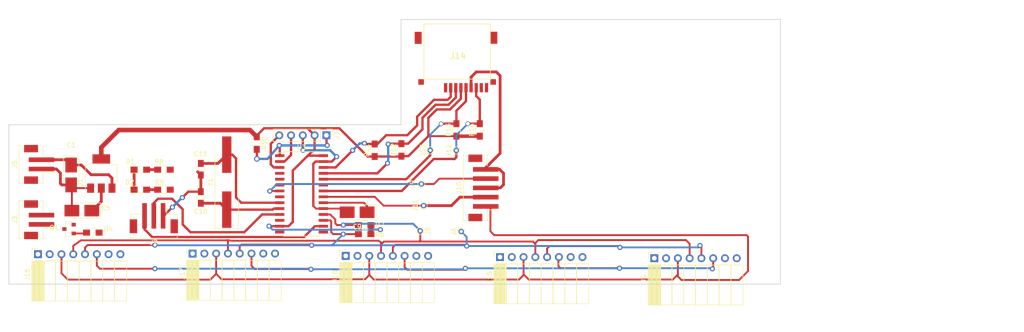
<source format=kicad_pcb>
(kicad_pcb (version 4) (host pcbnew 4.0.7)

  (general
    (links 90)
    (no_connects 14)
    (area 53.8226 74.78268 276.853852 148.348681)
    (thickness 1.6)
    (drawings 22)
    (tracks 396)
    (zones 0)
    (modules 38)
    (nets 27)
  )

  (page A4)
  (title_block
    (title MainBoard)
    (company CIQA)
  )

  (layers
    (0 F.Cu signal)
    (31 B.Cu signal)
    (32 B.Adhes user)
    (33 F.Adhes user)
    (34 B.Paste user)
    (35 F.Paste user)
    (36 B.SilkS user)
    (37 F.SilkS user)
    (38 B.Mask user)
    (39 F.Mask user)
    (40 Dwgs.User user)
    (41 Cmts.User user)
    (42 Eco1.User user)
    (43 Eco2.User user)
    (44 Edge.Cuts user)
    (45 Margin user)
    (46 B.CrtYd user)
    (47 F.CrtYd user)
    (48 B.Fab user)
    (49 F.Fab user)
  )

  (setup
    (last_trace_width 0.6)
    (user_trace_width 0.4)
    (user_trace_width 0.5)
    (user_trace_width 0.6)
    (user_trace_width 1)
    (trace_clearance 0.2)
    (zone_clearance 1)
    (zone_45_only no)
    (trace_min 0.2)
    (segment_width 0.2)
    (edge_width 0.15)
    (via_size 0.6)
    (via_drill 0.4)
    (via_min_size 0.4)
    (via_min_drill 0.3)
    (user_via 0.75 0.5)
    (user_via 1.1 0.6)
    (uvia_size 0.3)
    (uvia_drill 0.1)
    (uvias_allowed no)
    (uvia_min_size 0.2)
    (uvia_min_drill 0.1)
    (pcb_text_width 0.3)
    (pcb_text_size 1.5 1.5)
    (mod_edge_width 0.15)
    (mod_text_size 1 1)
    (mod_text_width 0.15)
    (pad_size 1.524 1.524)
    (pad_drill 0.762)
    (pad_to_mask_clearance 0.2)
    (aux_axis_origin 0 0)
    (visible_elements 7FFFEFFF)
    (pcbplotparams
      (layerselection 0x010f0_80000001)
      (usegerberextensions true)
      (excludeedgelayer true)
      (linewidth 0.100000)
      (plotframeref false)
      (viasonmask false)
      (mode 1)
      (useauxorigin false)
      (hpglpennumber 1)
      (hpglpenspeed 20)
      (hpglpendiameter 15)
      (hpglpenoverlay 2)
      (psnegative false)
      (psa4output false)
      (plotreference true)
      (plotvalue true)
      (plotinvisibletext false)
      (padsonsilk false)
      (subtractmaskfromsilk false)
      (outputformat 1)
      (mirror false)
      (drillshape 0)
      (scaleselection 1)
      (outputdirectory D:/Documentos/Kicad/Exports/))
  )

  (net 0 "")
  (net 1 VDD2)
  (net 2 GND)
  (net 3 VDD1)
  (net 4 "Net-(C9-Pad1)")
  (net 5 "Net-(C10-Pad2)")
  (net 6 "Net-(C11-Pad2)")
  (net 7 "Net-(D1-Pad2)")
  (net 8 "Net-(D2-Pad2)")
  (net 9 LORA_UART_TX)
  (net 10 LORA_UART_RX)
  (net 11 V_Bomba)
  (net 12 SDA)
  (net 13 SCL)
  (net 14 "Net-(J13-Pad1)")
  (net 15 "Net-(Q1-Pad1)")
  (net 16 Bomba)
  (net 17 "Net-(R8-Pad1)")
  (net 18 "Net-(R9-Pad1)")
  (net 19 "Net-(J7-Pad1)")
  (net 20 "Net-(J10-Pad4)")
  (net 21 "Net-(J10-Pad2)")
  (net 22 "Net-(J12-Pad1)")
  (net 23 "Net-(J14-Pad2)")
  (net 24 "Net-(J7-Pad4)")
  (net 25 "Net-(J7-Pad5)")
  (net 26 "Net-(J14-Pad3)")

  (net_class Default "Esta es la clase de red por defecto."
    (clearance 0.2)
    (trace_width 0.6)
    (via_dia 0.6)
    (via_drill 0.4)
    (uvia_dia 0.3)
    (uvia_drill 0.1)
    (add_net Bomba)
    (add_net GND)
    (add_net LORA_UART_RX)
    (add_net LORA_UART_TX)
    (add_net "Net-(C10-Pad2)")
    (add_net "Net-(C11-Pad2)")
    (add_net "Net-(C9-Pad1)")
    (add_net "Net-(D1-Pad2)")
    (add_net "Net-(D2-Pad2)")
    (add_net "Net-(J10-Pad2)")
    (add_net "Net-(J10-Pad4)")
    (add_net "Net-(J12-Pad1)")
    (add_net "Net-(J13-Pad1)")
    (add_net "Net-(J14-Pad2)")
    (add_net "Net-(J14-Pad3)")
    (add_net "Net-(J7-Pad1)")
    (add_net "Net-(J7-Pad4)")
    (add_net "Net-(J7-Pad5)")
    (add_net "Net-(Q1-Pad1)")
    (add_net "Net-(R8-Pad1)")
    (add_net "Net-(R9-Pad1)")
    (add_net SCL)
    (add_net SDA)
    (add_net V_Bomba)
  )

  (net_class VDD ""
    (clearance 0.2)
    (trace_width 1)
    (via_dia 0.6)
    (via_drill 0.4)
    (uvia_dia 0.3)
    (uvia_drill 0.1)
    (add_net VDD1)
    (add_net VDD2)
  )

  (net_class uC ""
    (clearance 0.2)
    (trace_width 0.6)
    (via_dia 0.6)
    (via_drill 0.4)
    (uvia_dia 0.3)
    (uvia_drill 0.1)
  )

  (module TO_SOT_Packages_SMD:SOT-23 (layer F.Cu) (tedit 5D2EA959) (tstamp 5C9D8397)
    (at 67.6656 124.1044 180)
    (descr "SOT-23, Standard")
    (tags SOT-23)
    (path /5C9AEA3C)
    (attr smd)
    (fp_text reference Q1 (at 3.22072 0.27432 180) (layer F.SilkS)
      (effects (font (size 1 1) (thickness 0.15)))
    )
    (fp_text value BC807 (at 0 2.5 180) (layer F.Fab)
      (effects (font (size 1 1) (thickness 0.15)))
    )
    (fp_text user %R (at 0 0 270) (layer F.Fab)
      (effects (font (size 0.5 0.5) (thickness 0.075)))
    )
    (fp_line (start -0.7 -0.95) (end -0.7 1.5) (layer F.Fab) (width 0.1))
    (fp_line (start -0.15 -1.52) (end 0.7 -1.52) (layer F.Fab) (width 0.1))
    (fp_line (start -0.7 -0.95) (end -0.15 -1.52) (layer F.Fab) (width 0.1))
    (fp_line (start 0.7 -1.52) (end 0.7 1.52) (layer F.Fab) (width 0.1))
    (fp_line (start -0.7 1.52) (end 0.7 1.52) (layer F.Fab) (width 0.1))
    (fp_line (start 0.76 1.58) (end 0.76 0.65) (layer F.SilkS) (width 0.12))
    (fp_line (start 0.76 -1.58) (end 0.76 -0.65) (layer F.SilkS) (width 0.12))
    (fp_line (start -1.7 -1.75) (end 1.7 -1.75) (layer F.CrtYd) (width 0.05))
    (fp_line (start 1.7 -1.75) (end 1.7 1.75) (layer F.CrtYd) (width 0.05))
    (fp_line (start 1.7 1.75) (end -1.7 1.75) (layer F.CrtYd) (width 0.05))
    (fp_line (start -1.7 1.75) (end -1.7 -1.75) (layer F.CrtYd) (width 0.05))
    (fp_line (start 0.76 -1.58) (end -1.4 -1.58) (layer F.SilkS) (width 0.12))
    (fp_line (start 0.76 1.58) (end -0.7 1.58) (layer F.SilkS) (width 0.12))
    (pad 1 smd rect (at -1 -0.95 180) (size 0.9 0.8) (layers F.Cu F.Paste F.Mask)
      (net 15 "Net-(Q1-Pad1)"))
    (pad 2 smd rect (at -1 0.95 180) (size 0.9 0.8) (layers F.Cu F.Paste F.Mask)
      (net 1 VDD2))
    (pad 3 smd rect (at 1 0 180) (size 0.9 0.8) (layers F.Cu F.Paste F.Mask)
      (net 11 V_Bomba))
    (model ${KISYS3DMOD}/TO_SOT_Packages_SMD.3dshapes/SOT-23.wrl
      (at (xyz 0 0 0))
      (scale (xyz 1 1 1))
      (rotate (xyz 0 0 0))
    )
  )

  (module Connectors_JST:JST_PH_B3B-PH-SM4-TB_03x2.00mm_Straight (layer F.Cu) (tedit 58D40574) (tstamp 5D35070F)
    (at 85.9536 122.3772 180)
    (descr "JST PH series connector, B3B-PH-SM4-TB, top entry type, surface mount, Datasheet: http://www.jst-mfg.com/product/pdf/eng/ePH.pdf")
    (tags "connector jst ph")
    (path /5C9AD40D)
    (attr smd)
    (fp_text reference J2 (at 0 -4.625 180) (layer F.SilkS)
      (effects (font (size 1 1) (thickness 0.15)))
    )
    (fp_text value Datos_LORA (at 0 4.875 180) (layer F.Fab)
      (effects (font (size 1 1) (thickness 0.15)))
    )
    (fp_line (start -5.075 -2.9) (end -5.075 -3.725) (layer F.SilkS) (width 0.12))
    (fp_line (start -5.075 -3.725) (end 5.075 -3.725) (layer F.SilkS) (width 0.12))
    (fp_line (start 5.075 -3.725) (end 5.075 -2.9) (layer F.SilkS) (width 0.12))
    (fp_line (start -5.075 0.65) (end -5.075 1.475) (layer F.SilkS) (width 0.12))
    (fp_line (start -5.075 1.475) (end -2.775 1.475) (layer F.SilkS) (width 0.12))
    (fp_line (start 5.075 0.65) (end 5.075 1.475) (layer F.SilkS) (width 0.12))
    (fp_line (start 5.075 1.475) (end 2.775 1.475) (layer F.SilkS) (width 0.12))
    (fp_line (start -4.975 -3.625) (end -4.975 1.375) (layer F.Fab) (width 0.1))
    (fp_line (start -4.975 1.375) (end 4.975 1.375) (layer F.Fab) (width 0.1))
    (fp_line (start 4.975 1.375) (end 4.975 -3.625) (layer F.Fab) (width 0.1))
    (fp_line (start 4.975 -3.625) (end -4.975 -3.625) (layer F.Fab) (width 0.1))
    (fp_line (start -2.775 1.475) (end -2.775 3.875) (layer F.SilkS) (width 0.12))
    (fp_line (start -3 1.375) (end -2 0.375) (layer F.Fab) (width 0.1))
    (fp_line (start -2 0.375) (end -1 1.375) (layer F.Fab) (width 0.1))
    (fp_line (start -5.7 -4.13) (end -5.7 4.38) (layer F.CrtYd) (width 0.05))
    (fp_line (start -5.7 4.38) (end 5.7 4.38) (layer F.CrtYd) (width 0.05))
    (fp_line (start 5.7 4.38) (end 5.7 -4.13) (layer F.CrtYd) (width 0.05))
    (fp_line (start 5.7 -4.13) (end -5.7 -4.13) (layer F.CrtYd) (width 0.05))
    (fp_text user %R (at 0 -2.625 180) (layer F.Fab)
      (effects (font (size 1 1) (thickness 0.15)))
    )
    (pad 1 smd rect (at -2 1.125 180) (size 1 5.5) (layers F.Cu F.Paste F.Mask)
      (net 2 GND))
    (pad 2 smd rect (at 0 1.125 180) (size 1 5.5) (layers F.Cu F.Paste F.Mask)
      (net 9 LORA_UART_TX))
    (pad 3 smd rect (at 2 1.125 180) (size 1 5.5) (layers F.Cu F.Paste F.Mask)
      (net 10 LORA_UART_RX))
    (pad "" smd rect (at -4.4 -1.125 180) (size 1.6 3) (layers F.Cu F.Paste F.Mask))
    (pad "" smd rect (at 4.4 -1.125 180) (size 1.6 3) (layers F.Cu F.Paste F.Mask))
    (model ${KISYS3DMOD}/Connectors_JST.3dshapes/JST_PH_B3B-PH-SM4-TB_03x2.00mm_Straight.wrl
      (at (xyz 0 0 0))
      (scale (xyz 1 1 1))
      (rotate (xyz 0 0 0))
    )
  )

  (module Housings_SOIC:SOIC-28W_7.5x17.9mm_Pitch1.27mm (layer F.Cu) (tedit 58CC8F64) (tstamp 5C9D84FC)
    (at 117.8052 116.5098)
    (descr "28-Lead Plastic Small Outline (SO) - Wide, 7.50 mm Body [SOIC] (see Microchip Packaging Specification 00000049BS.pdf)")
    (tags "SOIC 1.27")
    (path /5C849861)
    (attr smd)
    (fp_text reference U3 (at 0 -10.05) (layer F.SilkS)
      (effects (font (size 1 1) (thickness 0.15)))
    )
    (fp_text value PIC24FJ64GB002-I/P (at 0 10.05) (layer F.Fab)
      (effects (font (size 1 1) (thickness 0.15)))
    )
    (fp_text user %R (at 0 0) (layer F.Fab)
      (effects (font (size 1 1) (thickness 0.15)))
    )
    (fp_line (start -2.75 -8.95) (end 3.75 -8.95) (layer F.Fab) (width 0.15))
    (fp_line (start 3.75 -8.95) (end 3.75 8.95) (layer F.Fab) (width 0.15))
    (fp_line (start 3.75 8.95) (end -3.75 8.95) (layer F.Fab) (width 0.15))
    (fp_line (start -3.75 8.95) (end -3.75 -7.95) (layer F.Fab) (width 0.15))
    (fp_line (start -3.75 -7.95) (end -2.75 -8.95) (layer F.Fab) (width 0.15))
    (fp_line (start -5.95 -9.3) (end -5.95 9.3) (layer F.CrtYd) (width 0.05))
    (fp_line (start 5.95 -9.3) (end 5.95 9.3) (layer F.CrtYd) (width 0.05))
    (fp_line (start -5.95 -9.3) (end 5.95 -9.3) (layer F.CrtYd) (width 0.05))
    (fp_line (start -5.95 9.3) (end 5.95 9.3) (layer F.CrtYd) (width 0.05))
    (fp_line (start -3.875 -9.125) (end -3.875 -8.875) (layer F.SilkS) (width 0.15))
    (fp_line (start 3.875 -9.125) (end 3.875 -8.78) (layer F.SilkS) (width 0.15))
    (fp_line (start 3.875 9.125) (end 3.875 8.78) (layer F.SilkS) (width 0.15))
    (fp_line (start -3.875 9.125) (end -3.875 8.78) (layer F.SilkS) (width 0.15))
    (fp_line (start -3.875 -9.125) (end 3.875 -9.125) (layer F.SilkS) (width 0.15))
    (fp_line (start -3.875 9.125) (end 3.875 9.125) (layer F.SilkS) (width 0.15))
    (fp_line (start -3.875 -8.875) (end -5.7 -8.875) (layer F.SilkS) (width 0.15))
    (pad 1 smd rect (at -4.7 -8.255) (size 2 0.6) (layers F.Cu F.Paste F.Mask)
      (net 19 "Net-(J7-Pad1)"))
    (pad 2 smd rect (at -4.7 -6.985) (size 2 0.6) (layers F.Cu F.Paste F.Mask)
      (net 24 "Net-(J7-Pad4)"))
    (pad 3 smd rect (at -4.7 -5.715) (size 2 0.6) (layers F.Cu F.Paste F.Mask)
      (net 25 "Net-(J7-Pad5)"))
    (pad 4 smd rect (at -4.7 -4.445) (size 2 0.6) (layers F.Cu F.Paste F.Mask)
      (net 17 "Net-(R8-Pad1)"))
    (pad 5 smd rect (at -4.7 -3.175) (size 2 0.6) (layers F.Cu F.Paste F.Mask)
      (net 18 "Net-(R9-Pad1)"))
    (pad 6 smd rect (at -4.7 -1.905) (size 2 0.6) (layers F.Cu F.Paste F.Mask)
      (net 16 Bomba))
    (pad 7 smd rect (at -4.7 -0.635) (size 2 0.6) (layers F.Cu F.Paste F.Mask)
      (net 20 "Net-(J10-Pad4)"))
    (pad 8 smd rect (at -4.7 0.635) (size 2 0.6) (layers F.Cu F.Paste F.Mask)
      (net 2 GND))
    (pad 9 smd rect (at -4.7 1.905) (size 2 0.6) (layers F.Cu F.Paste F.Mask)
      (net 6 "Net-(C11-Pad2)"))
    (pad 10 smd rect (at -4.7 3.175) (size 2 0.6) (layers F.Cu F.Paste F.Mask)
      (net 5 "Net-(C10-Pad2)"))
    (pad 11 smd rect (at -4.7 4.445) (size 2 0.6) (layers F.Cu F.Paste F.Mask)
      (net 9 LORA_UART_TX))
    (pad 12 smd rect (at -4.7 5.715) (size 2 0.6) (layers F.Cu F.Paste F.Mask))
    (pad 13 smd rect (at -4.7 6.985) (size 2 0.6) (layers F.Cu F.Paste F.Mask)
      (net 3 VDD1))
    (pad 14 smd rect (at -4.7 8.255) (size 2 0.6) (layers F.Cu F.Paste F.Mask))
    (pad 15 smd rect (at 4.7 8.255) (size 2 0.6) (layers F.Cu F.Paste F.Mask))
    (pad 16 smd rect (at 4.7 6.985) (size 2 0.6) (layers F.Cu F.Paste F.Mask)
      (net 10 LORA_UART_RX))
    (pad 17 smd rect (at 4.7 5.715) (size 2 0.6) (layers F.Cu F.Paste F.Mask)
      (net 13 SCL))
    (pad 18 smd rect (at 4.7 4.445) (size 2 0.6) (layers F.Cu F.Paste F.Mask)
      (net 12 SDA))
    (pad 19 smd rect (at 4.7 3.175) (size 2 0.6) (layers F.Cu F.Paste F.Mask)
      (net 2 GND))
    (pad 20 smd rect (at 4.7 1.905) (size 2 0.6) (layers F.Cu F.Paste F.Mask)
      (net 4 "Net-(C9-Pad1)"))
    (pad 21 smd rect (at 4.7 0.635) (size 2 0.6) (layers F.Cu F.Paste F.Mask)
      (net 21 "Net-(J10-Pad2)"))
    (pad 22 smd rect (at 4.7 -0.635) (size 2 0.6) (layers F.Cu F.Paste F.Mask)
      (net 22 "Net-(J12-Pad1)"))
    (pad 23 smd rect (at 4.7 -1.905) (size 2 0.6) (layers F.Cu F.Paste F.Mask))
    (pad 24 smd rect (at 4.7 -3.175) (size 2 0.6) (layers F.Cu F.Paste F.Mask)
      (net 14 "Net-(J13-Pad1)"))
    (pad 25 smd rect (at 4.7 -4.445) (size 2 0.6) (layers F.Cu F.Paste F.Mask)
      (net 26 "Net-(J14-Pad3)"))
    (pad 26 smd rect (at 4.7 -5.715) (size 2 0.6) (layers F.Cu F.Paste F.Mask)
      (net 23 "Net-(J14-Pad2)"))
    (pad 27 smd rect (at 4.7 -6.985) (size 2 0.6) (layers F.Cu F.Paste F.Mask)
      (net 2 GND))
    (pad 28 smd rect (at 4.7 -8.255) (size 2 0.6) (layers F.Cu F.Paste F.Mask)
      (net 3 VDD1))
    (model ${KISYS3DMOD}/Housings_SOIC.3dshapes/SOIC-28W_7.5x17.9mm_Pitch1.27mm.wrl
      (at (xyz 0 0 0))
      (scale (xyz 1 1 1))
      (rotate (xyz 0 0 0))
    )
  )

  (module Socket_Strips:Socket_Strip_Angled_1x08_Pitch2.54mm (layer F.Cu) (tedit 58CD5446) (tstamp 5D0EA55D)
    (at 94.31528 129.39268 90)
    (descr "Through hole angled socket strip, 1x08, 2.54mm pitch, 8.51mm socket length, single row")
    (tags "Through hole angled socket strip THT 1x08 2.54mm single row")
    (path /5D0EF81D)
    (fp_text reference J17 (at -4.38 -2.27 90) (layer F.SilkS)
      (effects (font (size 1 1) (thickness 0.15)))
    )
    (fp_text value Sensor_NO2 (at -4.38 20.05 90) (layer F.Fab)
      (effects (font (size 1 1) (thickness 0.15)))
    )
    (fp_line (start -1.52 -1.27) (end -1.52 1.27) (layer F.Fab) (width 0.1))
    (fp_line (start -1.52 1.27) (end -10.03 1.27) (layer F.Fab) (width 0.1))
    (fp_line (start -10.03 1.27) (end -10.03 -1.27) (layer F.Fab) (width 0.1))
    (fp_line (start -10.03 -1.27) (end -1.52 -1.27) (layer F.Fab) (width 0.1))
    (fp_line (start 0 -0.32) (end 0 0.32) (layer F.Fab) (width 0.1))
    (fp_line (start 0 0.32) (end -1.52 0.32) (layer F.Fab) (width 0.1))
    (fp_line (start -1.52 0.32) (end -1.52 -0.32) (layer F.Fab) (width 0.1))
    (fp_line (start -1.52 -0.32) (end 0 -0.32) (layer F.Fab) (width 0.1))
    (fp_line (start -1.52 1.27) (end -1.52 3.81) (layer F.Fab) (width 0.1))
    (fp_line (start -1.52 3.81) (end -10.03 3.81) (layer F.Fab) (width 0.1))
    (fp_line (start -10.03 3.81) (end -10.03 1.27) (layer F.Fab) (width 0.1))
    (fp_line (start -10.03 1.27) (end -1.52 1.27) (layer F.Fab) (width 0.1))
    (fp_line (start 0 2.22) (end 0 2.86) (layer F.Fab) (width 0.1))
    (fp_line (start 0 2.86) (end -1.52 2.86) (layer F.Fab) (width 0.1))
    (fp_line (start -1.52 2.86) (end -1.52 2.22) (layer F.Fab) (width 0.1))
    (fp_line (start -1.52 2.22) (end 0 2.22) (layer F.Fab) (width 0.1))
    (fp_line (start -1.52 3.81) (end -1.52 6.35) (layer F.Fab) (width 0.1))
    (fp_line (start -1.52 6.35) (end -10.03 6.35) (layer F.Fab) (width 0.1))
    (fp_line (start -10.03 6.35) (end -10.03 3.81) (layer F.Fab) (width 0.1))
    (fp_line (start -10.03 3.81) (end -1.52 3.81) (layer F.Fab) (width 0.1))
    (fp_line (start 0 4.76) (end 0 5.4) (layer F.Fab) (width 0.1))
    (fp_line (start 0 5.4) (end -1.52 5.4) (layer F.Fab) (width 0.1))
    (fp_line (start -1.52 5.4) (end -1.52 4.76) (layer F.Fab) (width 0.1))
    (fp_line (start -1.52 4.76) (end 0 4.76) (layer F.Fab) (width 0.1))
    (fp_line (start -1.52 6.35) (end -1.52 8.89) (layer F.Fab) (width 0.1))
    (fp_line (start -1.52 8.89) (end -10.03 8.89) (layer F.Fab) (width 0.1))
    (fp_line (start -10.03 8.89) (end -10.03 6.35) (layer F.Fab) (width 0.1))
    (fp_line (start -10.03 6.35) (end -1.52 6.35) (layer F.Fab) (width 0.1))
    (fp_line (start 0 7.3) (end 0 7.94) (layer F.Fab) (width 0.1))
    (fp_line (start 0 7.94) (end -1.52 7.94) (layer F.Fab) (width 0.1))
    (fp_line (start -1.52 7.94) (end -1.52 7.3) (layer F.Fab) (width 0.1))
    (fp_line (start -1.52 7.3) (end 0 7.3) (layer F.Fab) (width 0.1))
    (fp_line (start -1.52 8.89) (end -1.52 11.43) (layer F.Fab) (width 0.1))
    (fp_line (start -1.52 11.43) (end -10.03 11.43) (layer F.Fab) (width 0.1))
    (fp_line (start -10.03 11.43) (end -10.03 8.89) (layer F.Fab) (width 0.1))
    (fp_line (start -10.03 8.89) (end -1.52 8.89) (layer F.Fab) (width 0.1))
    (fp_line (start 0 9.84) (end 0 10.48) (layer F.Fab) (width 0.1))
    (fp_line (start 0 10.48) (end -1.52 10.48) (layer F.Fab) (width 0.1))
    (fp_line (start -1.52 10.48) (end -1.52 9.84) (layer F.Fab) (width 0.1))
    (fp_line (start -1.52 9.84) (end 0 9.84) (layer F.Fab) (width 0.1))
    (fp_line (start -1.52 11.43) (end -1.52 13.97) (layer F.Fab) (width 0.1))
    (fp_line (start -1.52 13.97) (end -10.03 13.97) (layer F.Fab) (width 0.1))
    (fp_line (start -10.03 13.97) (end -10.03 11.43) (layer F.Fab) (width 0.1))
    (fp_line (start -10.03 11.43) (end -1.52 11.43) (layer F.Fab) (width 0.1))
    (fp_line (start 0 12.38) (end 0 13.02) (layer F.Fab) (width 0.1))
    (fp_line (start 0 13.02) (end -1.52 13.02) (layer F.Fab) (width 0.1))
    (fp_line (start -1.52 13.02) (end -1.52 12.38) (layer F.Fab) (width 0.1))
    (fp_line (start -1.52 12.38) (end 0 12.38) (layer F.Fab) (width 0.1))
    (fp_line (start -1.52 13.97) (end -1.52 16.51) (layer F.Fab) (width 0.1))
    (fp_line (start -1.52 16.51) (end -10.03 16.51) (layer F.Fab) (width 0.1))
    (fp_line (start -10.03 16.51) (end -10.03 13.97) (layer F.Fab) (width 0.1))
    (fp_line (start -10.03 13.97) (end -1.52 13.97) (layer F.Fab) (width 0.1))
    (fp_line (start 0 14.92) (end 0 15.56) (layer F.Fab) (width 0.1))
    (fp_line (start 0 15.56) (end -1.52 15.56) (layer F.Fab) (width 0.1))
    (fp_line (start -1.52 15.56) (end -1.52 14.92) (layer F.Fab) (width 0.1))
    (fp_line (start -1.52 14.92) (end 0 14.92) (layer F.Fab) (width 0.1))
    (fp_line (start -1.52 16.51) (end -1.52 19.05) (layer F.Fab) (width 0.1))
    (fp_line (start -1.52 19.05) (end -10.03 19.05) (layer F.Fab) (width 0.1))
    (fp_line (start -10.03 19.05) (end -10.03 16.51) (layer F.Fab) (width 0.1))
    (fp_line (start -10.03 16.51) (end -1.52 16.51) (layer F.Fab) (width 0.1))
    (fp_line (start 0 17.46) (end 0 18.1) (layer F.Fab) (width 0.1))
    (fp_line (start 0 18.1) (end -1.52 18.1) (layer F.Fab) (width 0.1))
    (fp_line (start -1.52 18.1) (end -1.52 17.46) (layer F.Fab) (width 0.1))
    (fp_line (start -1.52 17.46) (end 0 17.46) (layer F.Fab) (width 0.1))
    (fp_line (start -1.46 -1.33) (end -1.46 1.27) (layer F.SilkS) (width 0.12))
    (fp_line (start -1.46 1.27) (end -10.09 1.27) (layer F.SilkS) (width 0.12))
    (fp_line (start -10.09 1.27) (end -10.09 -1.33) (layer F.SilkS) (width 0.12))
    (fp_line (start -10.09 -1.33) (end -1.46 -1.33) (layer F.SilkS) (width 0.12))
    (fp_line (start -1.03 -0.38) (end -1.46 -0.38) (layer F.SilkS) (width 0.12))
    (fp_line (start -1.03 0.38) (end -1.46 0.38) (layer F.SilkS) (width 0.12))
    (fp_line (start -1.46 -1.15) (end -10.09 -1.15) (layer F.SilkS) (width 0.12))
    (fp_line (start -1.46 -1.03) (end -10.09 -1.03) (layer F.SilkS) (width 0.12))
    (fp_line (start -1.46 -0.91) (end -10.09 -0.91) (layer F.SilkS) (width 0.12))
    (fp_line (start -1.46 -0.79) (end -10.09 -0.79) (layer F.SilkS) (width 0.12))
    (fp_line (start -1.46 -0.67) (end -10.09 -0.67) (layer F.SilkS) (width 0.12))
    (fp_line (start -1.46 -0.55) (end -10.09 -0.55) (layer F.SilkS) (width 0.12))
    (fp_line (start -1.46 -0.43) (end -10.09 -0.43) (layer F.SilkS) (width 0.12))
    (fp_line (start -1.46 -0.31) (end -10.09 -0.31) (layer F.SilkS) (width 0.12))
    (fp_line (start -1.46 -0.19) (end -10.09 -0.19) (layer F.SilkS) (width 0.12))
    (fp_line (start -1.46 -0.07) (end -10.09 -0.07) (layer F.SilkS) (width 0.12))
    (fp_line (start -1.46 0.05) (end -10.09 0.05) (layer F.SilkS) (width 0.12))
    (fp_line (start -1.46 0.17) (end -10.09 0.17) (layer F.SilkS) (width 0.12))
    (fp_line (start -1.46 0.29) (end -10.09 0.29) (layer F.SilkS) (width 0.12))
    (fp_line (start -1.46 0.41) (end -10.09 0.41) (layer F.SilkS) (width 0.12))
    (fp_line (start -1.46 0.53) (end -10.09 0.53) (layer F.SilkS) (width 0.12))
    (fp_line (start -1.46 0.65) (end -10.09 0.65) (layer F.SilkS) (width 0.12))
    (fp_line (start -1.46 0.77) (end -10.09 0.77) (layer F.SilkS) (width 0.12))
    (fp_line (start -1.46 0.89) (end -10.09 0.89) (layer F.SilkS) (width 0.12))
    (fp_line (start -1.46 1.01) (end -10.09 1.01) (layer F.SilkS) (width 0.12))
    (fp_line (start -1.46 1.13) (end -10.09 1.13) (layer F.SilkS) (width 0.12))
    (fp_line (start -1.46 1.25) (end -10.09 1.25) (layer F.SilkS) (width 0.12))
    (fp_line (start -1.46 1.37) (end -10.09 1.37) (layer F.SilkS) (width 0.12))
    (fp_line (start -1.46 1.27) (end -1.46 3.81) (layer F.SilkS) (width 0.12))
    (fp_line (start -1.46 3.81) (end -10.09 3.81) (layer F.SilkS) (width 0.12))
    (fp_line (start -10.09 3.81) (end -10.09 1.27) (layer F.SilkS) (width 0.12))
    (fp_line (start -10.09 1.27) (end -1.46 1.27) (layer F.SilkS) (width 0.12))
    (fp_line (start -1.03 2.16) (end -1.46 2.16) (layer F.SilkS) (width 0.12))
    (fp_line (start -1.03 2.92) (end -1.46 2.92) (layer F.SilkS) (width 0.12))
    (fp_line (start -1.46 3.81) (end -1.46 6.35) (layer F.SilkS) (width 0.12))
    (fp_line (start -1.46 6.35) (end -10.09 6.35) (layer F.SilkS) (width 0.12))
    (fp_line (start -10.09 6.35) (end -10.09 3.81) (layer F.SilkS) (width 0.12))
    (fp_line (start -10.09 3.81) (end -1.46 3.81) (layer F.SilkS) (width 0.12))
    (fp_line (start -1.03 4.7) (end -1.46 4.7) (layer F.SilkS) (width 0.12))
    (fp_line (start -1.03 5.46) (end -1.46 5.46) (layer F.SilkS) (width 0.12))
    (fp_line (start -1.46 6.35) (end -1.46 8.89) (layer F.SilkS) (width 0.12))
    (fp_line (start -1.46 8.89) (end -10.09 8.89) (layer F.SilkS) (width 0.12))
    (fp_line (start -10.09 8.89) (end -10.09 6.35) (layer F.SilkS) (width 0.12))
    (fp_line (start -10.09 6.35) (end -1.46 6.35) (layer F.SilkS) (width 0.12))
    (fp_line (start -1.03 7.24) (end -1.46 7.24) (layer F.SilkS) (width 0.12))
    (fp_line (start -1.03 8) (end -1.46 8) (layer F.SilkS) (width 0.12))
    (fp_line (start -1.46 8.89) (end -1.46 11.43) (layer F.SilkS) (width 0.12))
    (fp_line (start -1.46 11.43) (end -10.09 11.43) (layer F.SilkS) (width 0.12))
    (fp_line (start -10.09 11.43) (end -10.09 8.89) (layer F.SilkS) (width 0.12))
    (fp_line (start -10.09 8.89) (end -1.46 8.89) (layer F.SilkS) (width 0.12))
    (fp_line (start -1.03 9.78) (end -1.46 9.78) (layer F.SilkS) (width 0.12))
    (fp_line (start -1.03 10.54) (end -1.46 10.54) (layer F.SilkS) (width 0.12))
    (fp_line (start -1.46 11.43) (end -1.46 13.97) (layer F.SilkS) (width 0.12))
    (fp_line (start -1.46 13.97) (end -10.09 13.97) (layer F.SilkS) (width 0.12))
    (fp_line (start -10.09 13.97) (end -10.09 11.43) (layer F.SilkS) (width 0.12))
    (fp_line (start -10.09 11.43) (end -1.46 11.43) (layer F.SilkS) (width 0.12))
    (fp_line (start -1.03 12.32) (end -1.46 12.32) (layer F.SilkS) (width 0.12))
    (fp_line (start -1.03 13.08) (end -1.46 13.08) (layer F.SilkS) (width 0.12))
    (fp_line (start -1.46 13.97) (end -1.46 16.51) (layer F.SilkS) (width 0.12))
    (fp_line (start -1.46 16.51) (end -10.09 16.51) (layer F.SilkS) (width 0.12))
    (fp_line (start -10.09 16.51) (end -10.09 13.97) (layer F.SilkS) (width 0.12))
    (fp_line (start -10.09 13.97) (end -1.46 13.97) (layer F.SilkS) (width 0.12))
    (fp_line (start -1.03 14.86) (end -1.46 14.86) (layer F.SilkS) (width 0.12))
    (fp_line (start -1.03 15.62) (end -1.46 15.62) (layer F.SilkS) (width 0.12))
    (fp_line (start -1.46 16.51) (end -1.46 19.11) (layer F.SilkS) (width 0.12))
    (fp_line (start -1.46 19.11) (end -10.09 19.11) (layer F.SilkS) (width 0.12))
    (fp_line (start -10.09 19.11) (end -10.09 16.51) (layer F.SilkS) (width 0.12))
    (fp_line (start -10.09 16.51) (end -1.46 16.51) (layer F.SilkS) (width 0.12))
    (fp_line (start -1.03 17.4) (end -1.46 17.4) (layer F.SilkS) (width 0.12))
    (fp_line (start -1.03 18.16) (end -1.46 18.16) (layer F.SilkS) (width 0.12))
    (fp_line (start 0 -1.27) (end 1.27 -1.27) (layer F.SilkS) (width 0.12))
    (fp_line (start 1.27 -1.27) (end 1.27 0) (layer F.SilkS) (width 0.12))
    (fp_line (start 1.8 -1.8) (end 1.8 19.55) (layer F.CrtYd) (width 0.05))
    (fp_line (start 1.8 19.55) (end -10.55 19.55) (layer F.CrtYd) (width 0.05))
    (fp_line (start -10.55 19.55) (end -10.55 -1.8) (layer F.CrtYd) (width 0.05))
    (fp_line (start -10.55 -1.8) (end 1.8 -1.8) (layer F.CrtYd) (width 0.05))
    (fp_text user %R (at -4.38 -2.27 90) (layer F.Fab)
      (effects (font (size 1 1) (thickness 0.15)))
    )
    (pad 1 thru_hole rect (at 0 0 90) (size 1.7 1.7) (drill 1) (layers *.Cu *.Mask))
    (pad 2 thru_hole oval (at 0 2.54 90) (size 1.7 1.7) (drill 1) (layers *.Cu *.Mask))
    (pad 3 thru_hole oval (at 0 5.08 90) (size 1.7 1.7) (drill 1) (layers *.Cu *.Mask)
      (net 1 VDD2))
    (pad 4 thru_hole oval (at 0 7.62 90) (size 1.7 1.7) (drill 1) (layers *.Cu *.Mask)
      (net 12 SDA))
    (pad 5 thru_hole oval (at 0 10.16 90) (size 1.7 1.7) (drill 1) (layers *.Cu *.Mask)
      (net 13 SCL))
    (pad 6 thru_hole oval (at 0 12.7 90) (size 1.7 1.7) (drill 1) (layers *.Cu *.Mask)
      (net 2 GND))
    (pad 7 thru_hole oval (at 0 15.24 90) (size 1.7 1.7) (drill 1) (layers *.Cu *.Mask))
    (pad 8 thru_hole oval (at 0 17.78 90) (size 1.7 1.7) (drill 1) (layers *.Cu *.Mask))
    (model ${KISYS3DMOD}/Socket_Strips.3dshapes/Socket_Strip_Angled_1x08_Pitch2.54mm.wrl
      (at (xyz 0 -0.35 0))
      (scale (xyz 1 1 1))
      (rotate (xyz 0 0 270))
    )
  )

  (module Socket_Strips:Socket_Strip_Angled_1x08_Pitch2.54mm (layer F.Cu) (tedit 58CD5446) (tstamp 5D0EA547)
    (at 160.60928 130.15468 90)
    (descr "Through hole angled socket strip, 1x08, 2.54mm pitch, 8.51mm socket length, single row")
    (tags "Through hole angled socket strip THT 1x08 2.54mm single row")
    (path /5D0EF08B)
    (fp_text reference J15 (at -4.38 -2.27 90) (layer F.SilkS)
      (effects (font (size 1 1) (thickness 0.15)))
    )
    (fp_text value Sensor_SO2 (at -4.38 20.05 90) (layer F.Fab)
      (effects (font (size 1 1) (thickness 0.15)))
    )
    (fp_line (start -1.52 -1.27) (end -1.52 1.27) (layer F.Fab) (width 0.1))
    (fp_line (start -1.52 1.27) (end -10.03 1.27) (layer F.Fab) (width 0.1))
    (fp_line (start -10.03 1.27) (end -10.03 -1.27) (layer F.Fab) (width 0.1))
    (fp_line (start -10.03 -1.27) (end -1.52 -1.27) (layer F.Fab) (width 0.1))
    (fp_line (start 0 -0.32) (end 0 0.32) (layer F.Fab) (width 0.1))
    (fp_line (start 0 0.32) (end -1.52 0.32) (layer F.Fab) (width 0.1))
    (fp_line (start -1.52 0.32) (end -1.52 -0.32) (layer F.Fab) (width 0.1))
    (fp_line (start -1.52 -0.32) (end 0 -0.32) (layer F.Fab) (width 0.1))
    (fp_line (start -1.52 1.27) (end -1.52 3.81) (layer F.Fab) (width 0.1))
    (fp_line (start -1.52 3.81) (end -10.03 3.81) (layer F.Fab) (width 0.1))
    (fp_line (start -10.03 3.81) (end -10.03 1.27) (layer F.Fab) (width 0.1))
    (fp_line (start -10.03 1.27) (end -1.52 1.27) (layer F.Fab) (width 0.1))
    (fp_line (start 0 2.22) (end 0 2.86) (layer F.Fab) (width 0.1))
    (fp_line (start 0 2.86) (end -1.52 2.86) (layer F.Fab) (width 0.1))
    (fp_line (start -1.52 2.86) (end -1.52 2.22) (layer F.Fab) (width 0.1))
    (fp_line (start -1.52 2.22) (end 0 2.22) (layer F.Fab) (width 0.1))
    (fp_line (start -1.52 3.81) (end -1.52 6.35) (layer F.Fab) (width 0.1))
    (fp_line (start -1.52 6.35) (end -10.03 6.35) (layer F.Fab) (width 0.1))
    (fp_line (start -10.03 6.35) (end -10.03 3.81) (layer F.Fab) (width 0.1))
    (fp_line (start -10.03 3.81) (end -1.52 3.81) (layer F.Fab) (width 0.1))
    (fp_line (start 0 4.76) (end 0 5.4) (layer F.Fab) (width 0.1))
    (fp_line (start 0 5.4) (end -1.52 5.4) (layer F.Fab) (width 0.1))
    (fp_line (start -1.52 5.4) (end -1.52 4.76) (layer F.Fab) (width 0.1))
    (fp_line (start -1.52 4.76) (end 0 4.76) (layer F.Fab) (width 0.1))
    (fp_line (start -1.52 6.35) (end -1.52 8.89) (layer F.Fab) (width 0.1))
    (fp_line (start -1.52 8.89) (end -10.03 8.89) (layer F.Fab) (width 0.1))
    (fp_line (start -10.03 8.89) (end -10.03 6.35) (layer F.Fab) (width 0.1))
    (fp_line (start -10.03 6.35) (end -1.52 6.35) (layer F.Fab) (width 0.1))
    (fp_line (start 0 7.3) (end 0 7.94) (layer F.Fab) (width 0.1))
    (fp_line (start 0 7.94) (end -1.52 7.94) (layer F.Fab) (width 0.1))
    (fp_line (start -1.52 7.94) (end -1.52 7.3) (layer F.Fab) (width 0.1))
    (fp_line (start -1.52 7.3) (end 0 7.3) (layer F.Fab) (width 0.1))
    (fp_line (start -1.52 8.89) (end -1.52 11.43) (layer F.Fab) (width 0.1))
    (fp_line (start -1.52 11.43) (end -10.03 11.43) (layer F.Fab) (width 0.1))
    (fp_line (start -10.03 11.43) (end -10.03 8.89) (layer F.Fab) (width 0.1))
    (fp_line (start -10.03 8.89) (end -1.52 8.89) (layer F.Fab) (width 0.1))
    (fp_line (start 0 9.84) (end 0 10.48) (layer F.Fab) (width 0.1))
    (fp_line (start 0 10.48) (end -1.52 10.48) (layer F.Fab) (width 0.1))
    (fp_line (start -1.52 10.48) (end -1.52 9.84) (layer F.Fab) (width 0.1))
    (fp_line (start -1.52 9.84) (end 0 9.84) (layer F.Fab) (width 0.1))
    (fp_line (start -1.52 11.43) (end -1.52 13.97) (layer F.Fab) (width 0.1))
    (fp_line (start -1.52 13.97) (end -10.03 13.97) (layer F.Fab) (width 0.1))
    (fp_line (start -10.03 13.97) (end -10.03 11.43) (layer F.Fab) (width 0.1))
    (fp_line (start -10.03 11.43) (end -1.52 11.43) (layer F.Fab) (width 0.1))
    (fp_line (start 0 12.38) (end 0 13.02) (layer F.Fab) (width 0.1))
    (fp_line (start 0 13.02) (end -1.52 13.02) (layer F.Fab) (width 0.1))
    (fp_line (start -1.52 13.02) (end -1.52 12.38) (layer F.Fab) (width 0.1))
    (fp_line (start -1.52 12.38) (end 0 12.38) (layer F.Fab) (width 0.1))
    (fp_line (start -1.52 13.97) (end -1.52 16.51) (layer F.Fab) (width 0.1))
    (fp_line (start -1.52 16.51) (end -10.03 16.51) (layer F.Fab) (width 0.1))
    (fp_line (start -10.03 16.51) (end -10.03 13.97) (layer F.Fab) (width 0.1))
    (fp_line (start -10.03 13.97) (end -1.52 13.97) (layer F.Fab) (width 0.1))
    (fp_line (start 0 14.92) (end 0 15.56) (layer F.Fab) (width 0.1))
    (fp_line (start 0 15.56) (end -1.52 15.56) (layer F.Fab) (width 0.1))
    (fp_line (start -1.52 15.56) (end -1.52 14.92) (layer F.Fab) (width 0.1))
    (fp_line (start -1.52 14.92) (end 0 14.92) (layer F.Fab) (width 0.1))
    (fp_line (start -1.52 16.51) (end -1.52 19.05) (layer F.Fab) (width 0.1))
    (fp_line (start -1.52 19.05) (end -10.03 19.05) (layer F.Fab) (width 0.1))
    (fp_line (start -10.03 19.05) (end -10.03 16.51) (layer F.Fab) (width 0.1))
    (fp_line (start -10.03 16.51) (end -1.52 16.51) (layer F.Fab) (width 0.1))
    (fp_line (start 0 17.46) (end 0 18.1) (layer F.Fab) (width 0.1))
    (fp_line (start 0 18.1) (end -1.52 18.1) (layer F.Fab) (width 0.1))
    (fp_line (start -1.52 18.1) (end -1.52 17.46) (layer F.Fab) (width 0.1))
    (fp_line (start -1.52 17.46) (end 0 17.46) (layer F.Fab) (width 0.1))
    (fp_line (start -1.46 -1.33) (end -1.46 1.27) (layer F.SilkS) (width 0.12))
    (fp_line (start -1.46 1.27) (end -10.09 1.27) (layer F.SilkS) (width 0.12))
    (fp_line (start -10.09 1.27) (end -10.09 -1.33) (layer F.SilkS) (width 0.12))
    (fp_line (start -10.09 -1.33) (end -1.46 -1.33) (layer F.SilkS) (width 0.12))
    (fp_line (start -1.03 -0.38) (end -1.46 -0.38) (layer F.SilkS) (width 0.12))
    (fp_line (start -1.03 0.38) (end -1.46 0.38) (layer F.SilkS) (width 0.12))
    (fp_line (start -1.46 -1.15) (end -10.09 -1.15) (layer F.SilkS) (width 0.12))
    (fp_line (start -1.46 -1.03) (end -10.09 -1.03) (layer F.SilkS) (width 0.12))
    (fp_line (start -1.46 -0.91) (end -10.09 -0.91) (layer F.SilkS) (width 0.12))
    (fp_line (start -1.46 -0.79) (end -10.09 -0.79) (layer F.SilkS) (width 0.12))
    (fp_line (start -1.46 -0.67) (end -10.09 -0.67) (layer F.SilkS) (width 0.12))
    (fp_line (start -1.46 -0.55) (end -10.09 -0.55) (layer F.SilkS) (width 0.12))
    (fp_line (start -1.46 -0.43) (end -10.09 -0.43) (layer F.SilkS) (width 0.12))
    (fp_line (start -1.46 -0.31) (end -10.09 -0.31) (layer F.SilkS) (width 0.12))
    (fp_line (start -1.46 -0.19) (end -10.09 -0.19) (layer F.SilkS) (width 0.12))
    (fp_line (start -1.46 -0.07) (end -10.09 -0.07) (layer F.SilkS) (width 0.12))
    (fp_line (start -1.46 0.05) (end -10.09 0.05) (layer F.SilkS) (width 0.12))
    (fp_line (start -1.46 0.17) (end -10.09 0.17) (layer F.SilkS) (width 0.12))
    (fp_line (start -1.46 0.29) (end -10.09 0.29) (layer F.SilkS) (width 0.12))
    (fp_line (start -1.46 0.41) (end -10.09 0.41) (layer F.SilkS) (width 0.12))
    (fp_line (start -1.46 0.53) (end -10.09 0.53) (layer F.SilkS) (width 0.12))
    (fp_line (start -1.46 0.65) (end -10.09 0.65) (layer F.SilkS) (width 0.12))
    (fp_line (start -1.46 0.77) (end -10.09 0.77) (layer F.SilkS) (width 0.12))
    (fp_line (start -1.46 0.89) (end -10.09 0.89) (layer F.SilkS) (width 0.12))
    (fp_line (start -1.46 1.01) (end -10.09 1.01) (layer F.SilkS) (width 0.12))
    (fp_line (start -1.46 1.13) (end -10.09 1.13) (layer F.SilkS) (width 0.12))
    (fp_line (start -1.46 1.25) (end -10.09 1.25) (layer F.SilkS) (width 0.12))
    (fp_line (start -1.46 1.37) (end -10.09 1.37) (layer F.SilkS) (width 0.12))
    (fp_line (start -1.46 1.27) (end -1.46 3.81) (layer F.SilkS) (width 0.12))
    (fp_line (start -1.46 3.81) (end -10.09 3.81) (layer F.SilkS) (width 0.12))
    (fp_line (start -10.09 3.81) (end -10.09 1.27) (layer F.SilkS) (width 0.12))
    (fp_line (start -10.09 1.27) (end -1.46 1.27) (layer F.SilkS) (width 0.12))
    (fp_line (start -1.03 2.16) (end -1.46 2.16) (layer F.SilkS) (width 0.12))
    (fp_line (start -1.03 2.92) (end -1.46 2.92) (layer F.SilkS) (width 0.12))
    (fp_line (start -1.46 3.81) (end -1.46 6.35) (layer F.SilkS) (width 0.12))
    (fp_line (start -1.46 6.35) (end -10.09 6.35) (layer F.SilkS) (width 0.12))
    (fp_line (start -10.09 6.35) (end -10.09 3.81) (layer F.SilkS) (width 0.12))
    (fp_line (start -10.09 3.81) (end -1.46 3.81) (layer F.SilkS) (width 0.12))
    (fp_line (start -1.03 4.7) (end -1.46 4.7) (layer F.SilkS) (width 0.12))
    (fp_line (start -1.03 5.46) (end -1.46 5.46) (layer F.SilkS) (width 0.12))
    (fp_line (start -1.46 6.35) (end -1.46 8.89) (layer F.SilkS) (width 0.12))
    (fp_line (start -1.46 8.89) (end -10.09 8.89) (layer F.SilkS) (width 0.12))
    (fp_line (start -10.09 8.89) (end -10.09 6.35) (layer F.SilkS) (width 0.12))
    (fp_line (start -10.09 6.35) (end -1.46 6.35) (layer F.SilkS) (width 0.12))
    (fp_line (start -1.03 7.24) (end -1.46 7.24) (layer F.SilkS) (width 0.12))
    (fp_line (start -1.03 8) (end -1.46 8) (layer F.SilkS) (width 0.12))
    (fp_line (start -1.46 8.89) (end -1.46 11.43) (layer F.SilkS) (width 0.12))
    (fp_line (start -1.46 11.43) (end -10.09 11.43) (layer F.SilkS) (width 0.12))
    (fp_line (start -10.09 11.43) (end -10.09 8.89) (layer F.SilkS) (width 0.12))
    (fp_line (start -10.09 8.89) (end -1.46 8.89) (layer F.SilkS) (width 0.12))
    (fp_line (start -1.03 9.78) (end -1.46 9.78) (layer F.SilkS) (width 0.12))
    (fp_line (start -1.03 10.54) (end -1.46 10.54) (layer F.SilkS) (width 0.12))
    (fp_line (start -1.46 11.43) (end -1.46 13.97) (layer F.SilkS) (width 0.12))
    (fp_line (start -1.46 13.97) (end -10.09 13.97) (layer F.SilkS) (width 0.12))
    (fp_line (start -10.09 13.97) (end -10.09 11.43) (layer F.SilkS) (width 0.12))
    (fp_line (start -10.09 11.43) (end -1.46 11.43) (layer F.SilkS) (width 0.12))
    (fp_line (start -1.03 12.32) (end -1.46 12.32) (layer F.SilkS) (width 0.12))
    (fp_line (start -1.03 13.08) (end -1.46 13.08) (layer F.SilkS) (width 0.12))
    (fp_line (start -1.46 13.97) (end -1.46 16.51) (layer F.SilkS) (width 0.12))
    (fp_line (start -1.46 16.51) (end -10.09 16.51) (layer F.SilkS) (width 0.12))
    (fp_line (start -10.09 16.51) (end -10.09 13.97) (layer F.SilkS) (width 0.12))
    (fp_line (start -10.09 13.97) (end -1.46 13.97) (layer F.SilkS) (width 0.12))
    (fp_line (start -1.03 14.86) (end -1.46 14.86) (layer F.SilkS) (width 0.12))
    (fp_line (start -1.03 15.62) (end -1.46 15.62) (layer F.SilkS) (width 0.12))
    (fp_line (start -1.46 16.51) (end -1.46 19.11) (layer F.SilkS) (width 0.12))
    (fp_line (start -1.46 19.11) (end -10.09 19.11) (layer F.SilkS) (width 0.12))
    (fp_line (start -10.09 19.11) (end -10.09 16.51) (layer F.SilkS) (width 0.12))
    (fp_line (start -10.09 16.51) (end -1.46 16.51) (layer F.SilkS) (width 0.12))
    (fp_line (start -1.03 17.4) (end -1.46 17.4) (layer F.SilkS) (width 0.12))
    (fp_line (start -1.03 18.16) (end -1.46 18.16) (layer F.SilkS) (width 0.12))
    (fp_line (start 0 -1.27) (end 1.27 -1.27) (layer F.SilkS) (width 0.12))
    (fp_line (start 1.27 -1.27) (end 1.27 0) (layer F.SilkS) (width 0.12))
    (fp_line (start 1.8 -1.8) (end 1.8 19.55) (layer F.CrtYd) (width 0.05))
    (fp_line (start 1.8 19.55) (end -10.55 19.55) (layer F.CrtYd) (width 0.05))
    (fp_line (start -10.55 19.55) (end -10.55 -1.8) (layer F.CrtYd) (width 0.05))
    (fp_line (start -10.55 -1.8) (end 1.8 -1.8) (layer F.CrtYd) (width 0.05))
    (fp_text user %R (at -4.38 -2.27 90) (layer F.Fab)
      (effects (font (size 1 1) (thickness 0.15)))
    )
    (pad 1 thru_hole rect (at 0 0 90) (size 1.7 1.7) (drill 1) (layers *.Cu *.Mask))
    (pad 2 thru_hole oval (at 0 2.54 90) (size 1.7 1.7) (drill 1) (layers *.Cu *.Mask))
    (pad 3 thru_hole oval (at 0 5.08 90) (size 1.7 1.7) (drill 1) (layers *.Cu *.Mask)
      (net 1 VDD2))
    (pad 4 thru_hole oval (at 0 7.62 90) (size 1.7 1.7) (drill 1) (layers *.Cu *.Mask)
      (net 12 SDA))
    (pad 5 thru_hole oval (at 0 10.16 90) (size 1.7 1.7) (drill 1) (layers *.Cu *.Mask)
      (net 13 SCL))
    (pad 6 thru_hole oval (at 0 12.7 90) (size 1.7 1.7) (drill 1) (layers *.Cu *.Mask)
      (net 2 GND))
    (pad 7 thru_hole oval (at 0 15.24 90) (size 1.7 1.7) (drill 1) (layers *.Cu *.Mask))
    (pad 8 thru_hole oval (at 0 17.78 90) (size 1.7 1.7) (drill 1) (layers *.Cu *.Mask))
    (model ${KISYS3DMOD}/Socket_Strips.3dshapes/Socket_Strip_Angled_1x08_Pitch2.54mm.wrl
      (at (xyz 0 -0.35 0))
      (scale (xyz 1 1 1))
      (rotate (xyz 0 0 270))
    )
  )

  (module Connectors:PINTST (layer F.Cu) (tedit 5D2EB2AB) (tstamp 5C9D8326)
    (at 143.6624 114.3762 90)
    (descr "module 1 pin (ou trou mecanique de percage)")
    (tags DEV)
    (path /5C84987F)
    (fp_text reference J9 (at -0.0127 -1.9177 90) (layer F.SilkS)
      (effects (font (size 1 1) (thickness 0.15)))
    )
    (fp_text value TP_TX_PIC (at 1.778 0.2921 180) (layer F.Fab)
      (effects (font (size 1 1) (thickness 0.15)))
    )
    (fp_circle (center 0 0) (end 1.1 0) (layer F.CrtYd) (width 0.05))
    (fp_circle (center 0 0) (end 0.4 0.6) (layer F.Fab) (width 0.1))
    (fp_circle (center 0 0) (end -0.254 -0.762) (layer F.SilkS) (width 0.12))
    (pad 1 thru_hole circle (at 0 0 90) (size 1.143 1.143) (drill 0.635) (layers *.Cu *.Mask)
      (net 20 "Net-(J10-Pad4)"))
    (model ${KISYS3DMOD}/Connectors.3dshapes/PINTST.wrl
      (at (xyz 0 0 0))
      (scale (xyz 1 1 1))
      (rotate (xyz 0 0 0))
    )
  )

  (module Connectors:PINTST (layer F.Cu) (tedit 58613369) (tstamp 5C9D834F)
    (at 151.18588 107.11688 90)
    (descr "module 1 pin (ou trou mecanique de percage)")
    (tags DEV)
    (path /5C849881)
    (fp_text reference J12 (at 0 -1.6 90) (layer F.SilkS)
      (effects (font (size 1 1) (thickness 0.15)))
    )
    (fp_text value TP_SDO (at 0 1.6 90) (layer F.Fab)
      (effects (font (size 1 1) (thickness 0.15)))
    )
    (fp_circle (center 0 0) (end 1.1 0) (layer F.CrtYd) (width 0.05))
    (fp_circle (center 0 0) (end 0.4 0.6) (layer F.Fab) (width 0.1))
    (fp_circle (center 0 0) (end -0.254 -0.762) (layer F.SilkS) (width 0.12))
    (pad 1 thru_hole circle (at 0 0 90) (size 1.143 1.143) (drill 0.635) (layers *.Cu *.Mask)
      (net 22 "Net-(J12-Pad1)"))
    (model ${KISYS3DMOD}/Connectors.3dshapes/PINTST.wrl
      (at (xyz 0 0 0))
      (scale (xyz 1 1 1))
      (rotate (xyz 0 0 0))
    )
  )

  (module Connectors:PINTST (layer F.Cu) (tedit 58613369) (tstamp 5C9D8357)
    (at 145.5547 107.0864 90)
    (descr "module 1 pin (ou trou mecanique de percage)")
    (tags DEV)
    (path /5C849882)
    (fp_text reference J13 (at 0 -1.6 90) (layer F.SilkS)
      (effects (font (size 1 1) (thickness 0.15)))
    )
    (fp_text value TP_SCK (at 0 1.6 90) (layer F.Fab)
      (effects (font (size 1 1) (thickness 0.15)))
    )
    (fp_circle (center 0 0) (end 1.1 0) (layer F.CrtYd) (width 0.05))
    (fp_circle (center 0 0) (end 0.4 0.6) (layer F.Fab) (width 0.1))
    (fp_circle (center 0 0) (end -0.254 -0.762) (layer F.SilkS) (width 0.12))
    (pad 1 thru_hole circle (at 0 0 90) (size 1.143 1.143) (drill 0.635) (layers *.Cu *.Mask)
      (net 14 "Net-(J13-Pad1)"))
    (model ${KISYS3DMOD}/Connectors.3dshapes/PINTST.wrl
      (at (xyz 0 0 0))
      (scale (xyz 1 1 1))
      (rotate (xyz 0 0 0))
    )
  )

  (module Resistors_SMD:R_0805_HandSoldering (layer F.Cu) (tedit 5D350E67) (tstamp 5C9D83F0)
    (at 72.7964 124.8664 180)
    (descr "Resistor SMD 0805, hand soldering")
    (tags "resistor 0805")
    (path /5C9AF271)
    (attr smd)
    (fp_text reference R4 (at -3.3782 0.7874 180) (layer F.SilkS)
      (effects (font (size 1 1) (thickness 0.15)))
    )
    (fp_text value 4.7K (at -4.0386 -0.5842 180) (layer F.Fab)
      (effects (font (size 1 1) (thickness 0.15)))
    )
    (fp_text user %R (at 0 0 180) (layer F.Fab)
      (effects (font (size 0.5 0.5) (thickness 0.075)))
    )
    (fp_line (start -1 0.62) (end -1 -0.62) (layer F.Fab) (width 0.1))
    (fp_line (start 1 0.62) (end -1 0.62) (layer F.Fab) (width 0.1))
    (fp_line (start 1 -0.62) (end 1 0.62) (layer F.Fab) (width 0.1))
    (fp_line (start -1 -0.62) (end 1 -0.62) (layer F.Fab) (width 0.1))
    (fp_line (start 0.6 0.88) (end -0.6 0.88) (layer F.SilkS) (width 0.12))
    (fp_line (start -0.6 -0.88) (end 0.6 -0.88) (layer F.SilkS) (width 0.12))
    (fp_line (start -2.35 -0.9) (end 2.35 -0.9) (layer F.CrtYd) (width 0.05))
    (fp_line (start -2.35 -0.9) (end -2.35 0.9) (layer F.CrtYd) (width 0.05))
    (fp_line (start 2.35 0.9) (end 2.35 -0.9) (layer F.CrtYd) (width 0.05))
    (fp_line (start 2.35 0.9) (end -2.35 0.9) (layer F.CrtYd) (width 0.05))
    (pad 1 smd rect (at -1.35 0 180) (size 1.5 1.3) (layers F.Cu F.Paste F.Mask)
      (net 16 Bomba))
    (pad 2 smd rect (at 1.35 0 180) (size 1.5 1.3) (layers F.Cu F.Paste F.Mask)
      (net 15 "Net-(Q1-Pad1)"))
    (model ${KISYS3DMOD}/Resistors_SMD.3dshapes/R_0805.wrl
      (at (xyz 0 0 0))
      (scale (xyz 1 1 1))
      (rotate (xyz 0 0 0))
    )
  )

  (module Resistors_SMD:R_0805_HandSoldering (layer F.Cu) (tedit 5D3511B1) (tstamp 5C9D8412)
    (at 131.4196 125.1966)
    (descr "Resistor SMD 0805, hand soldering")
    (tags "resistor 0805")
    (path /5C84985C)
    (attr smd)
    (fp_text reference R6 (at 3.2766 0.0762) (layer F.SilkS)
      (effects (font (size 1 1) (thickness 0.15)))
    )
    (fp_text value 4.7K (at 5.9944 0.127) (layer F.Fab)
      (effects (font (size 1 1) (thickness 0.15)))
    )
    (fp_text user %R (at 0 0) (layer F.Fab)
      (effects (font (size 0.5 0.5) (thickness 0.075)))
    )
    (fp_line (start -1 0.62) (end -1 -0.62) (layer F.Fab) (width 0.1))
    (fp_line (start 1 0.62) (end -1 0.62) (layer F.Fab) (width 0.1))
    (fp_line (start 1 -0.62) (end 1 0.62) (layer F.Fab) (width 0.1))
    (fp_line (start -1 -0.62) (end 1 -0.62) (layer F.Fab) (width 0.1))
    (fp_line (start 0.6 0.88) (end -0.6 0.88) (layer F.SilkS) (width 0.12))
    (fp_line (start -0.6 -0.88) (end 0.6 -0.88) (layer F.SilkS) (width 0.12))
    (fp_line (start -2.35 -0.9) (end 2.35 -0.9) (layer F.CrtYd) (width 0.05))
    (fp_line (start -2.35 -0.9) (end -2.35 0.9) (layer F.CrtYd) (width 0.05))
    (fp_line (start 2.35 0.9) (end 2.35 -0.9) (layer F.CrtYd) (width 0.05))
    (fp_line (start 2.35 0.9) (end -2.35 0.9) (layer F.CrtYd) (width 0.05))
    (pad 1 smd rect (at -1.35 0) (size 1.5 1.3) (layers F.Cu F.Paste F.Mask)
      (net 13 SCL))
    (pad 2 smd rect (at 1.35 0) (size 1.5 1.3) (layers F.Cu F.Paste F.Mask)
      (net 3 VDD1))
    (model ${KISYS3DMOD}/Resistors_SMD.3dshapes/R_0805.wrl
      (at (xyz 0 0 0))
      (scale (xyz 1 1 1))
      (rotate (xyz 0 0 0))
    )
  )

  (module Resistors_SMD:R_0805_HandSoldering (layer F.Cu) (tedit 5D3511B6) (tstamp 5C9D8423)
    (at 131.4196 123.2408)
    (descr "Resistor SMD 0805, hand soldering")
    (tags "resistor 0805")
    (path /5C84985D)
    (attr smd)
    (fp_text reference R7 (at 3.2766 0) (layer F.SilkS)
      (effects (font (size 1 1) (thickness 0.15)))
    )
    (fp_text value 4.7K (at 5.9182 0.0508) (layer F.Fab)
      (effects (font (size 1 1) (thickness 0.15)))
    )
    (fp_text user %R (at 0 0) (layer F.Fab)
      (effects (font (size 0.5 0.5) (thickness 0.075)))
    )
    (fp_line (start -1 0.62) (end -1 -0.62) (layer F.Fab) (width 0.1))
    (fp_line (start 1 0.62) (end -1 0.62) (layer F.Fab) (width 0.1))
    (fp_line (start 1 -0.62) (end 1 0.62) (layer F.Fab) (width 0.1))
    (fp_line (start -1 -0.62) (end 1 -0.62) (layer F.Fab) (width 0.1))
    (fp_line (start 0.6 0.88) (end -0.6 0.88) (layer F.SilkS) (width 0.12))
    (fp_line (start -0.6 -0.88) (end 0.6 -0.88) (layer F.SilkS) (width 0.12))
    (fp_line (start -2.35 -0.9) (end 2.35 -0.9) (layer F.CrtYd) (width 0.05))
    (fp_line (start -2.35 -0.9) (end -2.35 0.9) (layer F.CrtYd) (width 0.05))
    (fp_line (start 2.35 0.9) (end 2.35 -0.9) (layer F.CrtYd) (width 0.05))
    (fp_line (start 2.35 0.9) (end -2.35 0.9) (layer F.CrtYd) (width 0.05))
    (pad 1 smd rect (at -1.35 0) (size 1.5 1.3) (layers F.Cu F.Paste F.Mask)
      (net 12 SDA))
    (pad 2 smd rect (at 1.35 0) (size 1.5 1.3) (layers F.Cu F.Paste F.Mask)
      (net 3 VDD1))
    (model ${KISYS3DMOD}/Resistors_SMD.3dshapes/R_0805.wrl
      (at (xyz 0 0 0))
      (scale (xyz 1 1 1))
      (rotate (xyz 0 0 0))
    )
  )

  (module Resistors_SMD:R_0805_HandSoldering (layer F.Cu) (tedit 5D35121B) (tstamp 5C9D8434)
    (at 88.138 111.2774 180)
    (descr "Resistor SMD 0805, hand soldering")
    (tags "resistor 0805")
    (path /5C849870)
    (attr smd)
    (fp_text reference R8 (at 1.0668 1.6764 180) (layer F.SilkS)
      (effects (font (size 1 1) (thickness 0.15)))
    )
    (fp_text value 220 (at -1.6256 1.7018 180) (layer F.Fab)
      (effects (font (size 1 1) (thickness 0.15)))
    )
    (fp_text user %R (at 0 0 180) (layer F.Fab)
      (effects (font (size 0.5 0.5) (thickness 0.075)))
    )
    (fp_line (start -1 0.62) (end -1 -0.62) (layer F.Fab) (width 0.1))
    (fp_line (start 1 0.62) (end -1 0.62) (layer F.Fab) (width 0.1))
    (fp_line (start 1 -0.62) (end 1 0.62) (layer F.Fab) (width 0.1))
    (fp_line (start -1 -0.62) (end 1 -0.62) (layer F.Fab) (width 0.1))
    (fp_line (start 0.6 0.88) (end -0.6 0.88) (layer F.SilkS) (width 0.12))
    (fp_line (start -0.6 -0.88) (end 0.6 -0.88) (layer F.SilkS) (width 0.12))
    (fp_line (start -2.35 -0.9) (end 2.35 -0.9) (layer F.CrtYd) (width 0.05))
    (fp_line (start -2.35 -0.9) (end -2.35 0.9) (layer F.CrtYd) (width 0.05))
    (fp_line (start 2.35 0.9) (end 2.35 -0.9) (layer F.CrtYd) (width 0.05))
    (fp_line (start 2.35 0.9) (end -2.35 0.9) (layer F.CrtYd) (width 0.05))
    (pad 1 smd rect (at -1.35 0 180) (size 1.5 1.3) (layers F.Cu F.Paste F.Mask)
      (net 17 "Net-(R8-Pad1)"))
    (pad 2 smd rect (at 1.35 0 180) (size 1.5 1.3) (layers F.Cu F.Paste F.Mask)
      (net 7 "Net-(D1-Pad2)"))
    (model ${KISYS3DMOD}/Resistors_SMD.3dshapes/R_0805.wrl
      (at (xyz 0 0 0))
      (scale (xyz 1 1 1))
      (rotate (xyz 0 0 0))
    )
  )

  (module Resistors_SMD:R_0805_HandSoldering (layer F.Cu) (tedit 5D35121C) (tstamp 5C9D8445)
    (at 88.138 115.5954 180)
    (descr "Resistor SMD 0805, hand soldering")
    (tags "resistor 0805")
    (path /5C849872)
    (attr smd)
    (fp_text reference R9 (at 0.9906 1.6256 180) (layer F.SilkS)
      (effects (font (size 1 1) (thickness 0.15)))
    )
    (fp_text value 220 (at -1.7526 1.7018 180) (layer F.Fab)
      (effects (font (size 1 1) (thickness 0.15)))
    )
    (fp_text user %R (at 0 0 180) (layer F.Fab)
      (effects (font (size 0.5 0.5) (thickness 0.075)))
    )
    (fp_line (start -1 0.62) (end -1 -0.62) (layer F.Fab) (width 0.1))
    (fp_line (start 1 0.62) (end -1 0.62) (layer F.Fab) (width 0.1))
    (fp_line (start 1 -0.62) (end 1 0.62) (layer F.Fab) (width 0.1))
    (fp_line (start -1 -0.62) (end 1 -0.62) (layer F.Fab) (width 0.1))
    (fp_line (start 0.6 0.88) (end -0.6 0.88) (layer F.SilkS) (width 0.12))
    (fp_line (start -0.6 -0.88) (end 0.6 -0.88) (layer F.SilkS) (width 0.12))
    (fp_line (start -2.35 -0.9) (end 2.35 -0.9) (layer F.CrtYd) (width 0.05))
    (fp_line (start -2.35 -0.9) (end -2.35 0.9) (layer F.CrtYd) (width 0.05))
    (fp_line (start 2.35 0.9) (end 2.35 -0.9) (layer F.CrtYd) (width 0.05))
    (fp_line (start 2.35 0.9) (end -2.35 0.9) (layer F.CrtYd) (width 0.05))
    (pad 1 smd rect (at -1.35 0 180) (size 1.5 1.3) (layers F.Cu F.Paste F.Mask)
      (net 18 "Net-(R9-Pad1)"))
    (pad 2 smd rect (at 1.35 0 180) (size 1.5 1.3) (layers F.Cu F.Paste F.Mask)
      (net 8 "Net-(D2-Pad2)"))
    (model ${KISYS3DMOD}/Resistors_SMD.3dshapes/R_0805.wrl
      (at (xyz 0 0 0))
      (scale (xyz 1 1 1))
      (rotate (xyz 0 0 0))
    )
  )

  (module Resistors_SMD:R_0805_HandSoldering (layer F.Cu) (tedit 58E0A804) (tstamp 5C9D8456)
    (at 108.1532 105.537 270)
    (descr "Resistor SMD 0805, hand soldering")
    (tags "resistor 0805")
    (path /5C849851)
    (attr smd)
    (fp_text reference R10 (at 0 -1.7 270) (layer F.SilkS)
      (effects (font (size 1 1) (thickness 0.15)))
    )
    (fp_text value 4k7 (at 0 1.75 270) (layer F.Fab)
      (effects (font (size 1 1) (thickness 0.15)))
    )
    (fp_text user %R (at 0 0 270) (layer F.Fab)
      (effects (font (size 0.5 0.5) (thickness 0.075)))
    )
    (fp_line (start -1 0.62) (end -1 -0.62) (layer F.Fab) (width 0.1))
    (fp_line (start 1 0.62) (end -1 0.62) (layer F.Fab) (width 0.1))
    (fp_line (start 1 -0.62) (end 1 0.62) (layer F.Fab) (width 0.1))
    (fp_line (start -1 -0.62) (end 1 -0.62) (layer F.Fab) (width 0.1))
    (fp_line (start 0.6 0.88) (end -0.6 0.88) (layer F.SilkS) (width 0.12))
    (fp_line (start -0.6 -0.88) (end 0.6 -0.88) (layer F.SilkS) (width 0.12))
    (fp_line (start -2.35 -0.9) (end 2.35 -0.9) (layer F.CrtYd) (width 0.05))
    (fp_line (start -2.35 -0.9) (end -2.35 0.9) (layer F.CrtYd) (width 0.05))
    (fp_line (start 2.35 0.9) (end 2.35 -0.9) (layer F.CrtYd) (width 0.05))
    (fp_line (start 2.35 0.9) (end -2.35 0.9) (layer F.CrtYd) (width 0.05))
    (pad 1 smd rect (at -1.35 0 270) (size 1.5 1.3) (layers F.Cu F.Paste F.Mask)
      (net 3 VDD1))
    (pad 2 smd rect (at 1.35 0 270) (size 1.5 1.3) (layers F.Cu F.Paste F.Mask)
      (net 19 "Net-(J7-Pad1)"))
    (model ${KISYS3DMOD}/Resistors_SMD.3dshapes/R_0805.wrl
      (at (xyz 0 0 0))
      (scale (xyz 1 1 1))
      (rotate (xyz 0 0 0))
    )
  )

  (module Resistors_SMD:R_0805_HandSoldering (layer F.Cu) (tedit 58E0A804) (tstamp 5C9D8467)
    (at 133.5786 107.0864 90)
    (descr "Resistor SMD 0805, hand soldering")
    (tags "resistor 0805")
    (path /5C849848)
    (attr smd)
    (fp_text reference R11 (at 0 -1.7 90) (layer F.SilkS)
      (effects (font (size 1 1) (thickness 0.15)))
    )
    (fp_text value 4.7K (at 0 1.75 90) (layer F.Fab)
      (effects (font (size 1 1) (thickness 0.15)))
    )
    (fp_text user %R (at 0 0 90) (layer F.Fab)
      (effects (font (size 0.5 0.5) (thickness 0.075)))
    )
    (fp_line (start -1 0.62) (end -1 -0.62) (layer F.Fab) (width 0.1))
    (fp_line (start 1 0.62) (end -1 0.62) (layer F.Fab) (width 0.1))
    (fp_line (start 1 -0.62) (end 1 0.62) (layer F.Fab) (width 0.1))
    (fp_line (start -1 -0.62) (end 1 -0.62) (layer F.Fab) (width 0.1))
    (fp_line (start 0.6 0.88) (end -0.6 0.88) (layer F.SilkS) (width 0.12))
    (fp_line (start -0.6 -0.88) (end 0.6 -0.88) (layer F.SilkS) (width 0.12))
    (fp_line (start -2.35 -0.9) (end 2.35 -0.9) (layer F.CrtYd) (width 0.05))
    (fp_line (start -2.35 -0.9) (end -2.35 0.9) (layer F.CrtYd) (width 0.05))
    (fp_line (start 2.35 0.9) (end 2.35 -0.9) (layer F.CrtYd) (width 0.05))
    (fp_line (start 2.35 0.9) (end -2.35 0.9) (layer F.CrtYd) (width 0.05))
    (pad 1 smd rect (at -1.35 0 90) (size 1.5 1.3) (layers F.Cu F.Paste F.Mask)
      (net 3 VDD1))
    (pad 2 smd rect (at 1.35 0 90) (size 1.5 1.3) (layers F.Cu F.Paste F.Mask)
      (net 23 "Net-(J14-Pad2)"))
    (model ${KISYS3DMOD}/Resistors_SMD.3dshapes/R_0805.wrl
      (at (xyz 0 0 0))
      (scale (xyz 1 1 1))
      (rotate (xyz 0 0 0))
    )
  )

  (module Resistors_SMD:R_0805_HandSoldering (layer F.Cu) (tedit 58E0A804) (tstamp 5C9D8478)
    (at 139.3444 107.0102 90)
    (descr "Resistor SMD 0805, hand soldering")
    (tags "resistor 0805")
    (path /5C849849)
    (attr smd)
    (fp_text reference R12 (at 0 -1.7 90) (layer F.SilkS)
      (effects (font (size 1 1) (thickness 0.15)))
    )
    (fp_text value 4.7K (at 0 1.75 90) (layer F.Fab)
      (effects (font (size 1 1) (thickness 0.15)))
    )
    (fp_text user %R (at 0 0 90) (layer F.Fab)
      (effects (font (size 0.5 0.5) (thickness 0.075)))
    )
    (fp_line (start -1 0.62) (end -1 -0.62) (layer F.Fab) (width 0.1))
    (fp_line (start 1 0.62) (end -1 0.62) (layer F.Fab) (width 0.1))
    (fp_line (start 1 -0.62) (end 1 0.62) (layer F.Fab) (width 0.1))
    (fp_line (start -1 -0.62) (end 1 -0.62) (layer F.Fab) (width 0.1))
    (fp_line (start 0.6 0.88) (end -0.6 0.88) (layer F.SilkS) (width 0.12))
    (fp_line (start -0.6 -0.88) (end 0.6 -0.88) (layer F.SilkS) (width 0.12))
    (fp_line (start -2.35 -0.9) (end 2.35 -0.9) (layer F.CrtYd) (width 0.05))
    (fp_line (start -2.35 -0.9) (end -2.35 0.9) (layer F.CrtYd) (width 0.05))
    (fp_line (start 2.35 0.9) (end 2.35 -0.9) (layer F.CrtYd) (width 0.05))
    (fp_line (start 2.35 0.9) (end -2.35 0.9) (layer F.CrtYd) (width 0.05))
    (pad 1 smd rect (at -1.35 0 90) (size 1.5 1.3) (layers F.Cu F.Paste F.Mask)
      (net 3 VDD1))
    (pad 2 smd rect (at 1.35 0 90) (size 1.5 1.3) (layers F.Cu F.Paste F.Mask)
      (net 26 "Net-(J14-Pad3)"))
    (model ${KISYS3DMOD}/Resistors_SMD.3dshapes/R_0805.wrl
      (at (xyz 0 0 0))
      (scale (xyz 1 1 1))
      (rotate (xyz 0 0 0))
    )
  )

  (module Resistors_SMD:R_0805_HandSoldering (layer F.Cu) (tedit 58E0A804) (tstamp 5C9D8489)
    (at 151.2062 102.6922 90)
    (descr "Resistor SMD 0805, hand soldering")
    (tags "resistor 0805")
    (path /5C84984A)
    (attr smd)
    (fp_text reference R13 (at 0 -1.7 90) (layer F.SilkS)
      (effects (font (size 1 1) (thickness 0.15)))
    )
    (fp_text value 4.7K (at 0 1.75 90) (layer F.Fab)
      (effects (font (size 1 1) (thickness 0.15)))
    )
    (fp_text user %R (at 0 0 90) (layer F.Fab)
      (effects (font (size 0.5 0.5) (thickness 0.075)))
    )
    (fp_line (start -1 0.62) (end -1 -0.62) (layer F.Fab) (width 0.1))
    (fp_line (start 1 0.62) (end -1 0.62) (layer F.Fab) (width 0.1))
    (fp_line (start 1 -0.62) (end 1 0.62) (layer F.Fab) (width 0.1))
    (fp_line (start -1 -0.62) (end 1 -0.62) (layer F.Fab) (width 0.1))
    (fp_line (start 0.6 0.88) (end -0.6 0.88) (layer F.SilkS) (width 0.12))
    (fp_line (start -0.6 -0.88) (end 0.6 -0.88) (layer F.SilkS) (width 0.12))
    (fp_line (start -2.35 -0.9) (end 2.35 -0.9) (layer F.CrtYd) (width 0.05))
    (fp_line (start -2.35 -0.9) (end -2.35 0.9) (layer F.CrtYd) (width 0.05))
    (fp_line (start 2.35 0.9) (end 2.35 -0.9) (layer F.CrtYd) (width 0.05))
    (fp_line (start 2.35 0.9) (end -2.35 0.9) (layer F.CrtYd) (width 0.05))
    (pad 1 smd rect (at -1.35 0 90) (size 1.5 1.3) (layers F.Cu F.Paste F.Mask)
      (net 3 VDD1))
    (pad 2 smd rect (at 1.35 0 90) (size 1.5 1.3) (layers F.Cu F.Paste F.Mask)
      (net 14 "Net-(J13-Pad1)"))
    (model ${KISYS3DMOD}/Resistors_SMD.3dshapes/R_0805.wrl
      (at (xyz 0 0 0))
      (scale (xyz 1 1 1))
      (rotate (xyz 0 0 0))
    )
  )

  (module Resistors_SMD:R_0805_HandSoldering (layer F.Cu) (tedit 58E0A804) (tstamp 5C9D849A)
    (at 156.2481 102.6922 90)
    (descr "Resistor SMD 0805, hand soldering")
    (tags "resistor 0805")
    (path /5C84984B)
    (attr smd)
    (fp_text reference R14 (at 0 -1.7 90) (layer F.SilkS)
      (effects (font (size 1 1) (thickness 0.15)))
    )
    (fp_text value 4.7K (at 0 1.75 90) (layer F.Fab)
      (effects (font (size 1 1) (thickness 0.15)))
    )
    (fp_text user %R (at 0 0 90) (layer F.Fab)
      (effects (font (size 0.5 0.5) (thickness 0.075)))
    )
    (fp_line (start -1 0.62) (end -1 -0.62) (layer F.Fab) (width 0.1))
    (fp_line (start 1 0.62) (end -1 0.62) (layer F.Fab) (width 0.1))
    (fp_line (start 1 -0.62) (end 1 0.62) (layer F.Fab) (width 0.1))
    (fp_line (start -1 -0.62) (end 1 -0.62) (layer F.Fab) (width 0.1))
    (fp_line (start 0.6 0.88) (end -0.6 0.88) (layer F.SilkS) (width 0.12))
    (fp_line (start -0.6 -0.88) (end 0.6 -0.88) (layer F.SilkS) (width 0.12))
    (fp_line (start -2.35 -0.9) (end 2.35 -0.9) (layer F.CrtYd) (width 0.05))
    (fp_line (start -2.35 -0.9) (end -2.35 0.9) (layer F.CrtYd) (width 0.05))
    (fp_line (start 2.35 0.9) (end 2.35 -0.9) (layer F.CrtYd) (width 0.05))
    (fp_line (start 2.35 0.9) (end -2.35 0.9) (layer F.CrtYd) (width 0.05))
    (pad 1 smd rect (at -1.35 0 90) (size 1.5 1.3) (layers F.Cu F.Paste F.Mask)
      (net 3 VDD1))
    (pad 2 smd rect (at 1.35 0 90) (size 1.5 1.3) (layers F.Cu F.Paste F.Mask)
      (net 22 "Net-(J12-Pad1)"))
    (model ${KISYS3DMOD}/Resistors_SMD.3dshapes/R_0805.wrl
      (at (xyz 0 0 0))
      (scale (xyz 1 1 1))
      (rotate (xyz 0 0 0))
    )
  )

  (module Crystals:Crystal_SMD_HC49-SD_HandSoldering (layer F.Cu) (tedit 58CD2E9D) (tstamp 5C9D8512)
    (at 101.68128 113.97488 90)
    (descr "SMD Crystal HC-49-SD http://cdn-reichelt.de/documents/datenblatt/B400/xxx-HC49-SMD.pdf, hand-soldering, 11.4x4.7mm^2 package")
    (tags "SMD SMT crystal hand-soldering")
    (path /5C84B875)
    (attr smd)
    (fp_text reference Y1 (at 0 -3.55 90) (layer F.SilkS)
      (effects (font (size 1 1) (thickness 0.15)))
    )
    (fp_text value 8MHz (at 0 3.55 90) (layer F.Fab)
      (effects (font (size 1 1) (thickness 0.15)))
    )
    (fp_text user %R (at 0 0 90) (layer F.Fab)
      (effects (font (size 1 1) (thickness 0.15)))
    )
    (fp_line (start -5.7 -2.35) (end -5.7 2.35) (layer F.Fab) (width 0.1))
    (fp_line (start -5.7 2.35) (end 5.7 2.35) (layer F.Fab) (width 0.1))
    (fp_line (start 5.7 2.35) (end 5.7 -2.35) (layer F.Fab) (width 0.1))
    (fp_line (start 5.7 -2.35) (end -5.7 -2.35) (layer F.Fab) (width 0.1))
    (fp_line (start -3.015 -2.115) (end 3.015 -2.115) (layer F.Fab) (width 0.1))
    (fp_line (start -3.015 2.115) (end 3.015 2.115) (layer F.Fab) (width 0.1))
    (fp_line (start 5.9 -2.55) (end -10.075 -2.55) (layer F.SilkS) (width 0.12))
    (fp_line (start -10.075 -2.55) (end -10.075 2.55) (layer F.SilkS) (width 0.12))
    (fp_line (start -10.075 2.55) (end 5.9 2.55) (layer F.SilkS) (width 0.12))
    (fp_line (start -10.2 -2.6) (end -10.2 2.6) (layer F.CrtYd) (width 0.05))
    (fp_line (start -10.2 2.6) (end 10.2 2.6) (layer F.CrtYd) (width 0.05))
    (fp_line (start 10.2 2.6) (end 10.2 -2.6) (layer F.CrtYd) (width 0.05))
    (fp_line (start 10.2 -2.6) (end -10.2 -2.6) (layer F.CrtYd) (width 0.05))
    (fp_arc (start -3.015 0) (end -3.015 -2.115) (angle -180) (layer F.Fab) (width 0.1))
    (fp_arc (start 3.015 0) (end 3.015 -2.115) (angle 180) (layer F.Fab) (width 0.1))
    (pad 1 smd rect (at -5.9375 0 90) (size 7.875 2) (layers F.Cu F.Paste F.Mask)
      (net 5 "Net-(C10-Pad2)"))
    (pad 2 smd rect (at 5.9375 0 90) (size 7.875 2) (layers F.Cu F.Paste F.Mask)
      (net 6 "Net-(C11-Pad2)"))
    (model ${KISYS3DMOD}/Crystals.3dshapes/Crystal_SMD_HC49-SD_HandSoldering.wrl
      (at (xyz 0 0 0))
      (scale (xyz 1 1 1))
      (rotate (xyz 0 0 0))
    )
  )

  (module Connectors:PINTST (layer F.Cu) (tedit 5D2EB2B4) (tstamp 5CABF29C)
    (at 152.2476 124.6378 90)
    (descr "module 1 pin (ou trou mecanique de percage)")
    (tags DEV)
    (path /5C84987B)
    (fp_text reference J6 (at 0 -1.6 90) (layer F.SilkS)
      (effects (font (size 1 1) (thickness 0.15)))
    )
    (fp_text value TP_SCL (at 1.8415 -0.1905 180) (layer F.Fab)
      (effects (font (size 1 1) (thickness 0.15)))
    )
    (fp_circle (center 0 0) (end 1.1 0) (layer F.CrtYd) (width 0.05))
    (fp_circle (center 0 0) (end 0.4 0.6) (layer F.Fab) (width 0.1))
    (fp_circle (center 0 0) (end -0.254 -0.762) (layer F.SilkS) (width 0.12))
    (pad 1 thru_hole circle (at 0 0 90) (size 1.143 1.143) (drill 0.635) (layers *.Cu *.Mask)
      (net 13 SCL))
    (model ${KISYS3DMOD}/Connectors.3dshapes/PINTST.wrl
      (at (xyz 0 0 0))
      (scale (xyz 1 1 1))
      (rotate (xyz 0 0 0))
    )
  )

  (module Pin_Headers:Pin_Header_Straight_1x05_Pitch2.54mm (layer F.Cu) (tedit 5D2BEE58) (tstamp 5CABF2A0)
    (at 123.1646 103.8606 270)
    (descr "Through hole straight pin header, 1x05, 2.54mm pitch, single row")
    (tags "Through hole pin header THT 1x05 2.54mm single row")
    (path /5C84985A)
    (fp_text reference J7 (at 0 -2.33 270) (layer F.SilkS)
      (effects (font (size 1 1) (thickness 0.15)))
    )
    (fp_text value PICKIT3 (at -2.032 5.842 360) (layer F.Fab)
      (effects (font (size 1 1) (thickness 0.15)))
    )
    (fp_line (start -0.635 -1.27) (end 1.27 -1.27) (layer F.Fab) (width 0.1))
    (fp_line (start 1.27 -1.27) (end 1.27 11.43) (layer F.Fab) (width 0.1))
    (fp_line (start 1.27 11.43) (end -1.27 11.43) (layer F.Fab) (width 0.1))
    (fp_line (start -1.27 11.43) (end -1.27 -0.635) (layer F.Fab) (width 0.1))
    (fp_line (start -1.27 -0.635) (end -0.635 -1.27) (layer F.Fab) (width 0.1))
    (fp_line (start -1.33 11.49) (end 1.33 11.49) (layer F.SilkS) (width 0.12))
    (fp_line (start -1.33 1.27) (end -1.33 11.49) (layer F.SilkS) (width 0.12))
    (fp_line (start 1.33 1.27) (end 1.33 11.49) (layer F.SilkS) (width 0.12))
    (fp_line (start -1.33 1.27) (end 1.33 1.27) (layer F.SilkS) (width 0.12))
    (fp_line (start -1.33 0) (end -1.33 -1.33) (layer F.SilkS) (width 0.12))
    (fp_line (start -1.33 -1.33) (end 0 -1.33) (layer F.SilkS) (width 0.12))
    (fp_line (start -1.8 -1.8) (end -1.8 11.95) (layer F.CrtYd) (width 0.05))
    (fp_line (start -1.8 11.95) (end 1.8 11.95) (layer F.CrtYd) (width 0.05))
    (fp_line (start 1.8 11.95) (end 1.8 -1.8) (layer F.CrtYd) (width 0.05))
    (fp_line (start 1.8 -1.8) (end -1.8 -1.8) (layer F.CrtYd) (width 0.05))
    (fp_text user %R (at 0 5.08 360) (layer F.Fab)
      (effects (font (size 1 1) (thickness 0.15)))
    )
    (pad 1 thru_hole rect (at 0 0 270) (size 1.7 1.7) (drill 1) (layers *.Cu *.Mask)
      (net 19 "Net-(J7-Pad1)"))
    (pad 2 thru_hole oval (at 0 2.54 270) (size 1.7 1.7) (drill 1) (layers *.Cu *.Mask)
      (net 3 VDD1))
    (pad 3 thru_hole oval (at 0 5.08 270) (size 1.7 1.7) (drill 1) (layers *.Cu *.Mask)
      (net 2 GND))
    (pad 4 thru_hole oval (at 0 7.62 270) (size 1.7 1.7) (drill 1) (layers *.Cu *.Mask)
      (net 24 "Net-(J7-Pad4)"))
    (pad 5 thru_hole oval (at 0 10.16 270) (size 1.7 1.7) (drill 1) (layers *.Cu *.Mask)
      (net 25 "Net-(J7-Pad5)"))
    (model ${KISYS3DMOD}/Pin_Headers.3dshapes/Pin_Header_Straight_1x05_Pitch2.54mm.wrl
      (at (xyz 0 0 0))
      (scale (xyz 1 1 1))
      (rotate (xyz 0 0 0))
    )
  )

  (module Connectors:PINTST (layer F.Cu) (tedit 5D2EB2B0) (tstamp 5CABF2A8)
    (at 143.4211 124.4981 270)
    (descr "module 1 pin (ou trou mecanique de percage)")
    (tags DEV)
    (path /5C84987C)
    (fp_text reference J8 (at 0 -1.6 270) (layer F.SilkS)
      (effects (font (size 1 1) (thickness 0.15)))
    )
    (fp_text value TP_SDA (at -1.87198 -0.14732 360) (layer F.Fab)
      (effects (font (size 1 1) (thickness 0.15)))
    )
    (fp_circle (center 0 0) (end 1.1 0) (layer F.CrtYd) (width 0.05))
    (fp_circle (center 0 0) (end 0.4 0.6) (layer F.Fab) (width 0.1))
    (fp_circle (center 0 0) (end -0.254 -0.762) (layer F.SilkS) (width 0.12))
    (pad 1 thru_hole circle (at 0 0 270) (size 1.143 1.143) (drill 0.635) (layers *.Cu *.Mask)
      (net 12 SDA))
    (model ${KISYS3DMOD}/Connectors.3dshapes/PINTST.wrl
      (at (xyz 0 0 0))
      (scale (xyz 1 1 1))
      (rotate (xyz 0 0 0))
    )
  )

  (module Connectors:PINTST (layer F.Cu) (tedit 5D2EB2AD) (tstamp 5CABF2B4)
    (at 144.1323 119.0498 270)
    (descr "module 1 pin (ou trou mecanique de percage)")
    (tags DEV)
    (path /5C849880)
    (fp_text reference J11 (at -0.0635 1.7907 270) (layer F.SilkS)
      (effects (font (size 1 1) (thickness 0.15)))
    )
    (fp_text value TP_RX_PIC (at -1.7399 -0.2667 360) (layer F.Fab)
      (effects (font (size 1 1) (thickness 0.15)))
    )
    (fp_circle (center 0 0) (end 1.1 0) (layer F.CrtYd) (width 0.05))
    (fp_circle (center 0 0) (end 0.4 0.6) (layer F.Fab) (width 0.1))
    (fp_circle (center 0 0) (end -0.254 -0.762) (layer F.SilkS) (width 0.12))
    (pad 1 thru_hole circle (at 0 0 270) (size 1.143 1.143) (drill 0.635) (layers *.Cu *.Mask)
      (net 21 "Net-(J10-Pad2)"))
    (model ${KISYS3DMOD}/Connectors.3dshapes/PINTST.wrl
      (at (xyz 0 0 0))
      (scale (xyz 1 1 1))
      (rotate (xyz 0 0 0))
    )
  )

  (module Socket_Strips:Socket_Strip_Angled_1x08_Pitch2.54mm (layer F.Cu) (tedit 58CD5446) (tstamp 5D0EA53C)
    (at 193.88328 130.40868 90)
    (descr "Through hole angled socket strip, 1x08, 2.54mm pitch, 8.51mm socket length, single row")
    (tags "Through hole angled socket strip THT 1x08 2.54mm single row")
    (path /5CAAD172)
    (fp_text reference J4 (at -4.38 -2.27 90) (layer F.SilkS)
      (effects (font (size 1 1) (thickness 0.15)))
    )
    (fp_text value Sensor_CO (at -4.38 20.05 90) (layer F.Fab)
      (effects (font (size 1 1) (thickness 0.15)))
    )
    (fp_line (start -1.52 -1.27) (end -1.52 1.27) (layer F.Fab) (width 0.1))
    (fp_line (start -1.52 1.27) (end -10.03 1.27) (layer F.Fab) (width 0.1))
    (fp_line (start -10.03 1.27) (end -10.03 -1.27) (layer F.Fab) (width 0.1))
    (fp_line (start -10.03 -1.27) (end -1.52 -1.27) (layer F.Fab) (width 0.1))
    (fp_line (start 0 -0.32) (end 0 0.32) (layer F.Fab) (width 0.1))
    (fp_line (start 0 0.32) (end -1.52 0.32) (layer F.Fab) (width 0.1))
    (fp_line (start -1.52 0.32) (end -1.52 -0.32) (layer F.Fab) (width 0.1))
    (fp_line (start -1.52 -0.32) (end 0 -0.32) (layer F.Fab) (width 0.1))
    (fp_line (start -1.52 1.27) (end -1.52 3.81) (layer F.Fab) (width 0.1))
    (fp_line (start -1.52 3.81) (end -10.03 3.81) (layer F.Fab) (width 0.1))
    (fp_line (start -10.03 3.81) (end -10.03 1.27) (layer F.Fab) (width 0.1))
    (fp_line (start -10.03 1.27) (end -1.52 1.27) (layer F.Fab) (width 0.1))
    (fp_line (start 0 2.22) (end 0 2.86) (layer F.Fab) (width 0.1))
    (fp_line (start 0 2.86) (end -1.52 2.86) (layer F.Fab) (width 0.1))
    (fp_line (start -1.52 2.86) (end -1.52 2.22) (layer F.Fab) (width 0.1))
    (fp_line (start -1.52 2.22) (end 0 2.22) (layer F.Fab) (width 0.1))
    (fp_line (start -1.52 3.81) (end -1.52 6.35) (layer F.Fab) (width 0.1))
    (fp_line (start -1.52 6.35) (end -10.03 6.35) (layer F.Fab) (width 0.1))
    (fp_line (start -10.03 6.35) (end -10.03 3.81) (layer F.Fab) (width 0.1))
    (fp_line (start -10.03 3.81) (end -1.52 3.81) (layer F.Fab) (width 0.1))
    (fp_line (start 0 4.76) (end 0 5.4) (layer F.Fab) (width 0.1))
    (fp_line (start 0 5.4) (end -1.52 5.4) (layer F.Fab) (width 0.1))
    (fp_line (start -1.52 5.4) (end -1.52 4.76) (layer F.Fab) (width 0.1))
    (fp_line (start -1.52 4.76) (end 0 4.76) (layer F.Fab) (width 0.1))
    (fp_line (start -1.52 6.35) (end -1.52 8.89) (layer F.Fab) (width 0.1))
    (fp_line (start -1.52 8.89) (end -10.03 8.89) (layer F.Fab) (width 0.1))
    (fp_line (start -10.03 8.89) (end -10.03 6.35) (layer F.Fab) (width 0.1))
    (fp_line (start -10.03 6.35) (end -1.52 6.35) (layer F.Fab) (width 0.1))
    (fp_line (start 0 7.3) (end 0 7.94) (layer F.Fab) (width 0.1))
    (fp_line (start 0 7.94) (end -1.52 7.94) (layer F.Fab) (width 0.1))
    (fp_line (start -1.52 7.94) (end -1.52 7.3) (layer F.Fab) (width 0.1))
    (fp_line (start -1.52 7.3) (end 0 7.3) (layer F.Fab) (width 0.1))
    (fp_line (start -1.52 8.89) (end -1.52 11.43) (layer F.Fab) (width 0.1))
    (fp_line (start -1.52 11.43) (end -10.03 11.43) (layer F.Fab) (width 0.1))
    (fp_line (start -10.03 11.43) (end -10.03 8.89) (layer F.Fab) (width 0.1))
    (fp_line (start -10.03 8.89) (end -1.52 8.89) (layer F.Fab) (width 0.1))
    (fp_line (start 0 9.84) (end 0 10.48) (layer F.Fab) (width 0.1))
    (fp_line (start 0 10.48) (end -1.52 10.48) (layer F.Fab) (width 0.1))
    (fp_line (start -1.52 10.48) (end -1.52 9.84) (layer F.Fab) (width 0.1))
    (fp_line (start -1.52 9.84) (end 0 9.84) (layer F.Fab) (width 0.1))
    (fp_line (start -1.52 11.43) (end -1.52 13.97) (layer F.Fab) (width 0.1))
    (fp_line (start -1.52 13.97) (end -10.03 13.97) (layer F.Fab) (width 0.1))
    (fp_line (start -10.03 13.97) (end -10.03 11.43) (layer F.Fab) (width 0.1))
    (fp_line (start -10.03 11.43) (end -1.52 11.43) (layer F.Fab) (width 0.1))
    (fp_line (start 0 12.38) (end 0 13.02) (layer F.Fab) (width 0.1))
    (fp_line (start 0 13.02) (end -1.52 13.02) (layer F.Fab) (width 0.1))
    (fp_line (start -1.52 13.02) (end -1.52 12.38) (layer F.Fab) (width 0.1))
    (fp_line (start -1.52 12.38) (end 0 12.38) (layer F.Fab) (width 0.1))
    (fp_line (start -1.52 13.97) (end -1.52 16.51) (layer F.Fab) (width 0.1))
    (fp_line (start -1.52 16.51) (end -10.03 16.51) (layer F.Fab) (width 0.1))
    (fp_line (start -10.03 16.51) (end -10.03 13.97) (layer F.Fab) (width 0.1))
    (fp_line (start -10.03 13.97) (end -1.52 13.97) (layer F.Fab) (width 0.1))
    (fp_line (start 0 14.92) (end 0 15.56) (layer F.Fab) (width 0.1))
    (fp_line (start 0 15.56) (end -1.52 15.56) (layer F.Fab) (width 0.1))
    (fp_line (start -1.52 15.56) (end -1.52 14.92) (layer F.Fab) (width 0.1))
    (fp_line (start -1.52 14.92) (end 0 14.92) (layer F.Fab) (width 0.1))
    (fp_line (start -1.52 16.51) (end -1.52 19.05) (layer F.Fab) (width 0.1))
    (fp_line (start -1.52 19.05) (end -10.03 19.05) (layer F.Fab) (width 0.1))
    (fp_line (start -10.03 19.05) (end -10.03 16.51) (layer F.Fab) (width 0.1))
    (fp_line (start -10.03 16.51) (end -1.52 16.51) (layer F.Fab) (width 0.1))
    (fp_line (start 0 17.46) (end 0 18.1) (layer F.Fab) (width 0.1))
    (fp_line (start 0 18.1) (end -1.52 18.1) (layer F.Fab) (width 0.1))
    (fp_line (start -1.52 18.1) (end -1.52 17.46) (layer F.Fab) (width 0.1))
    (fp_line (start -1.52 17.46) (end 0 17.46) (layer F.Fab) (width 0.1))
    (fp_line (start -1.46 -1.33) (end -1.46 1.27) (layer F.SilkS) (width 0.12))
    (fp_line (start -1.46 1.27) (end -10.09 1.27) (layer F.SilkS) (width 0.12))
    (fp_line (start -10.09 1.27) (end -10.09 -1.33) (layer F.SilkS) (width 0.12))
    (fp_line (start -10.09 -1.33) (end -1.46 -1.33) (layer F.SilkS) (width 0.12))
    (fp_line (start -1.03 -0.38) (end -1.46 -0.38) (layer F.SilkS) (width 0.12))
    (fp_line (start -1.03 0.38) (end -1.46 0.38) (layer F.SilkS) (width 0.12))
    (fp_line (start -1.46 -1.15) (end -10.09 -1.15) (layer F.SilkS) (width 0.12))
    (fp_line (start -1.46 -1.03) (end -10.09 -1.03) (layer F.SilkS) (width 0.12))
    (fp_line (start -1.46 -0.91) (end -10.09 -0.91) (layer F.SilkS) (width 0.12))
    (fp_line (start -1.46 -0.79) (end -10.09 -0.79) (layer F.SilkS) (width 0.12))
    (fp_line (start -1.46 -0.67) (end -10.09 -0.67) (layer F.SilkS) (width 0.12))
    (fp_line (start -1.46 -0.55) (end -10.09 -0.55) (layer F.SilkS) (width 0.12))
    (fp_line (start -1.46 -0.43) (end -10.09 -0.43) (layer F.SilkS) (width 0.12))
    (fp_line (start -1.46 -0.31) (end -10.09 -0.31) (layer F.SilkS) (width 0.12))
    (fp_line (start -1.46 -0.19) (end -10.09 -0.19) (layer F.SilkS) (width 0.12))
    (fp_line (start -1.46 -0.07) (end -10.09 -0.07) (layer F.SilkS) (width 0.12))
    (fp_line (start -1.46 0.05) (end -10.09 0.05) (layer F.SilkS) (width 0.12))
    (fp_line (start -1.46 0.17) (end -10.09 0.17) (layer F.SilkS) (width 0.12))
    (fp_line (start -1.46 0.29) (end -10.09 0.29) (layer F.SilkS) (width 0.12))
    (fp_line (start -1.46 0.41) (end -10.09 0.41) (layer F.SilkS) (width 0.12))
    (fp_line (start -1.46 0.53) (end -10.09 0.53) (layer F.SilkS) (width 0.12))
    (fp_line (start -1.46 0.65) (end -10.09 0.65) (layer F.SilkS) (width 0.12))
    (fp_line (start -1.46 0.77) (end -10.09 0.77) (layer F.SilkS) (width 0.12))
    (fp_line (start -1.46 0.89) (end -10.09 0.89) (layer F.SilkS) (width 0.12))
    (fp_line (start -1.46 1.01) (end -10.09 1.01) (layer F.SilkS) (width 0.12))
    (fp_line (start -1.46 1.13) (end -10.09 1.13) (layer F.SilkS) (width 0.12))
    (fp_line (start -1.46 1.25) (end -10.09 1.25) (layer F.SilkS) (width 0.12))
    (fp_line (start -1.46 1.37) (end -10.09 1.37) (layer F.SilkS) (width 0.12))
    (fp_line (start -1.46 1.27) (end -1.46 3.81) (layer F.SilkS) (width 0.12))
    (fp_line (start -1.46 3.81) (end -10.09 3.81) (layer F.SilkS) (width 0.12))
    (fp_line (start -10.09 3.81) (end -10.09 1.27) (layer F.SilkS) (width 0.12))
    (fp_line (start -10.09 1.27) (end -1.46 1.27) (layer F.SilkS) (width 0.12))
    (fp_line (start -1.03 2.16) (end -1.46 2.16) (layer F.SilkS) (width 0.12))
    (fp_line (start -1.03 2.92) (end -1.46 2.92) (layer F.SilkS) (width 0.12))
    (fp_line (start -1.46 3.81) (end -1.46 6.35) (layer F.SilkS) (width 0.12))
    (fp_line (start -1.46 6.35) (end -10.09 6.35) (layer F.SilkS) (width 0.12))
    (fp_line (start -10.09 6.35) (end -10.09 3.81) (layer F.SilkS) (width 0.12))
    (fp_line (start -10.09 3.81) (end -1.46 3.81) (layer F.SilkS) (width 0.12))
    (fp_line (start -1.03 4.7) (end -1.46 4.7) (layer F.SilkS) (width 0.12))
    (fp_line (start -1.03 5.46) (end -1.46 5.46) (layer F.SilkS) (width 0.12))
    (fp_line (start -1.46 6.35) (end -1.46 8.89) (layer F.SilkS) (width 0.12))
    (fp_line (start -1.46 8.89) (end -10.09 8.89) (layer F.SilkS) (width 0.12))
    (fp_line (start -10.09 8.89) (end -10.09 6.35) (layer F.SilkS) (width 0.12))
    (fp_line (start -10.09 6.35) (end -1.46 6.35) (layer F.SilkS) (width 0.12))
    (fp_line (start -1.03 7.24) (end -1.46 7.24) (layer F.SilkS) (width 0.12))
    (fp_line (start -1.03 8) (end -1.46 8) (layer F.SilkS) (width 0.12))
    (fp_line (start -1.46 8.89) (end -1.46 11.43) (layer F.SilkS) (width 0.12))
    (fp_line (start -1.46 11.43) (end -10.09 11.43) (layer F.SilkS) (width 0.12))
    (fp_line (start -10.09 11.43) (end -10.09 8.89) (layer F.SilkS) (width 0.12))
    (fp_line (start -10.09 8.89) (end -1.46 8.89) (layer F.SilkS) (width 0.12))
    (fp_line (start -1.03 9.78) (end -1.46 9.78) (layer F.SilkS) (width 0.12))
    (fp_line (start -1.03 10.54) (end -1.46 10.54) (layer F.SilkS) (width 0.12))
    (fp_line (start -1.46 11.43) (end -1.46 13.97) (layer F.SilkS) (width 0.12))
    (fp_line (start -1.46 13.97) (end -10.09 13.97) (layer F.SilkS) (width 0.12))
    (fp_line (start -10.09 13.97) (end -10.09 11.43) (layer F.SilkS) (width 0.12))
    (fp_line (start -10.09 11.43) (end -1.46 11.43) (layer F.SilkS) (width 0.12))
    (fp_line (start -1.03 12.32) (end -1.46 12.32) (layer F.SilkS) (width 0.12))
    (fp_line (start -1.03 13.08) (end -1.46 13.08) (layer F.SilkS) (width 0.12))
    (fp_line (start -1.46 13.97) (end -1.46 16.51) (layer F.SilkS) (width 0.12))
    (fp_line (start -1.46 16.51) (end -10.09 16.51) (layer F.SilkS) (width 0.12))
    (fp_line (start -10.09 16.51) (end -10.09 13.97) (layer F.SilkS) (width 0.12))
    (fp_line (start -10.09 13.97) (end -1.46 13.97) (layer F.SilkS) (width 0.12))
    (fp_line (start -1.03 14.86) (end -1.46 14.86) (layer F.SilkS) (width 0.12))
    (fp_line (start -1.03 15.62) (end -1.46 15.62) (layer F.SilkS) (width 0.12))
    (fp_line (start -1.46 16.51) (end -1.46 19.11) (layer F.SilkS) (width 0.12))
    (fp_line (start -1.46 19.11) (end -10.09 19.11) (layer F.SilkS) (width 0.12))
    (fp_line (start -10.09 19.11) (end -10.09 16.51) (layer F.SilkS) (width 0.12))
    (fp_line (start -10.09 16.51) (end -1.46 16.51) (layer F.SilkS) (width 0.12))
    (fp_line (start -1.03 17.4) (end -1.46 17.4) (layer F.SilkS) (width 0.12))
    (fp_line (start -1.03 18.16) (end -1.46 18.16) (layer F.SilkS) (width 0.12))
    (fp_line (start 0 -1.27) (end 1.27 -1.27) (layer F.SilkS) (width 0.12))
    (fp_line (start 1.27 -1.27) (end 1.27 0) (layer F.SilkS) (width 0.12))
    (fp_line (start 1.8 -1.8) (end 1.8 19.55) (layer F.CrtYd) (width 0.05))
    (fp_line (start 1.8 19.55) (end -10.55 19.55) (layer F.CrtYd) (width 0.05))
    (fp_line (start -10.55 19.55) (end -10.55 -1.8) (layer F.CrtYd) (width 0.05))
    (fp_line (start -10.55 -1.8) (end 1.8 -1.8) (layer F.CrtYd) (width 0.05))
    (fp_text user %R (at -4.38 -2.27 90) (layer F.Fab)
      (effects (font (size 1 1) (thickness 0.15)))
    )
    (pad 1 thru_hole rect (at 0 0 90) (size 1.7 1.7) (drill 1) (layers *.Cu *.Mask))
    (pad 2 thru_hole oval (at 0 2.54 90) (size 1.7 1.7) (drill 1) (layers *.Cu *.Mask))
    (pad 3 thru_hole oval (at 0 5.08 90) (size 1.7 1.7) (drill 1) (layers *.Cu *.Mask)
      (net 1 VDD2))
    (pad 4 thru_hole oval (at 0 7.62 90) (size 1.7 1.7) (drill 1) (layers *.Cu *.Mask)
      (net 12 SDA))
    (pad 5 thru_hole oval (at 0 10.16 90) (size 1.7 1.7) (drill 1) (layers *.Cu *.Mask)
      (net 13 SCL))
    (pad 6 thru_hole oval (at 0 12.7 90) (size 1.7 1.7) (drill 1) (layers *.Cu *.Mask)
      (net 2 GND))
    (pad 7 thru_hole oval (at 0 15.24 90) (size 1.7 1.7) (drill 1) (layers *.Cu *.Mask))
    (pad 8 thru_hole oval (at 0 17.78 90) (size 1.7 1.7) (drill 1) (layers *.Cu *.Mask))
    (model ${KISYS3DMOD}/Socket_Strips.3dshapes/Socket_Strip_Angled_1x08_Pitch2.54mm.wrl
      (at (xyz 0 -0.35 0))
      (scale (xyz 1 1 1))
      (rotate (xyz 0 0 270))
    )
  )

  (module Socket_Strips:Socket_Strip_Angled_1x08_Pitch2.54mm (layer F.Cu) (tedit 58CD5446) (tstamp 5D0EA552)
    (at 60.96 129.54 90)
    (descr "Through hole angled socket strip, 1x08, 2.54mm pitch, 8.51mm socket length, single row")
    (tags "Through hole angled socket strip THT 1x08 2.54mm single row")
    (path /5D0EF55D)
    (fp_text reference J16 (at -4.38 -2.27 90) (layer F.SilkS)
      (effects (font (size 1 1) (thickness 0.15)))
    )
    (fp_text value Sensor_O3 (at -4.38 20.05 90) (layer F.Fab)
      (effects (font (size 1 1) (thickness 0.15)))
    )
    (fp_line (start -1.52 -1.27) (end -1.52 1.27) (layer F.Fab) (width 0.1))
    (fp_line (start -1.52 1.27) (end -10.03 1.27) (layer F.Fab) (width 0.1))
    (fp_line (start -10.03 1.27) (end -10.03 -1.27) (layer F.Fab) (width 0.1))
    (fp_line (start -10.03 -1.27) (end -1.52 -1.27) (layer F.Fab) (width 0.1))
    (fp_line (start 0 -0.32) (end 0 0.32) (layer F.Fab) (width 0.1))
    (fp_line (start 0 0.32) (end -1.52 0.32) (layer F.Fab) (width 0.1))
    (fp_line (start -1.52 0.32) (end -1.52 -0.32) (layer F.Fab) (width 0.1))
    (fp_line (start -1.52 -0.32) (end 0 -0.32) (layer F.Fab) (width 0.1))
    (fp_line (start -1.52 1.27) (end -1.52 3.81) (layer F.Fab) (width 0.1))
    (fp_line (start -1.52 3.81) (end -10.03 3.81) (layer F.Fab) (width 0.1))
    (fp_line (start -10.03 3.81) (end -10.03 1.27) (layer F.Fab) (width 0.1))
    (fp_line (start -10.03 1.27) (end -1.52 1.27) (layer F.Fab) (width 0.1))
    (fp_line (start 0 2.22) (end 0 2.86) (layer F.Fab) (width 0.1))
    (fp_line (start 0 2.86) (end -1.52 2.86) (layer F.Fab) (width 0.1))
    (fp_line (start -1.52 2.86) (end -1.52 2.22) (layer F.Fab) (width 0.1))
    (fp_line (start -1.52 2.22) (end 0 2.22) (layer F.Fab) (width 0.1))
    (fp_line (start -1.52 3.81) (end -1.52 6.35) (layer F.Fab) (width 0.1))
    (fp_line (start -1.52 6.35) (end -10.03 6.35) (layer F.Fab) (width 0.1))
    (fp_line (start -10.03 6.35) (end -10.03 3.81) (layer F.Fab) (width 0.1))
    (fp_line (start -10.03 3.81) (end -1.52 3.81) (layer F.Fab) (width 0.1))
    (fp_line (start 0 4.76) (end 0 5.4) (layer F.Fab) (width 0.1))
    (fp_line (start 0 5.4) (end -1.52 5.4) (layer F.Fab) (width 0.1))
    (fp_line (start -1.52 5.4) (end -1.52 4.76) (layer F.Fab) (width 0.1))
    (fp_line (start -1.52 4.76) (end 0 4.76) (layer F.Fab) (width 0.1))
    (fp_line (start -1.52 6.35) (end -1.52 8.89) (layer F.Fab) (width 0.1))
    (fp_line (start -1.52 8.89) (end -10.03 8.89) (layer F.Fab) (width 0.1))
    (fp_line (start -10.03 8.89) (end -10.03 6.35) (layer F.Fab) (width 0.1))
    (fp_line (start -10.03 6.35) (end -1.52 6.35) (layer F.Fab) (width 0.1))
    (fp_line (start 0 7.3) (end 0 7.94) (layer F.Fab) (width 0.1))
    (fp_line (start 0 7.94) (end -1.52 7.94) (layer F.Fab) (width 0.1))
    (fp_line (start -1.52 7.94) (end -1.52 7.3) (layer F.Fab) (width 0.1))
    (fp_line (start -1.52 7.3) (end 0 7.3) (layer F.Fab) (width 0.1))
    (fp_line (start -1.52 8.89) (end -1.52 11.43) (layer F.Fab) (width 0.1))
    (fp_line (start -1.52 11.43) (end -10.03 11.43) (layer F.Fab) (width 0.1))
    (fp_line (start -10.03 11.43) (end -10.03 8.89) (layer F.Fab) (width 0.1))
    (fp_line (start -10.03 8.89) (end -1.52 8.89) (layer F.Fab) (width 0.1))
    (fp_line (start 0 9.84) (end 0 10.48) (layer F.Fab) (width 0.1))
    (fp_line (start 0 10.48) (end -1.52 10.48) (layer F.Fab) (width 0.1))
    (fp_line (start -1.52 10.48) (end -1.52 9.84) (layer F.Fab) (width 0.1))
    (fp_line (start -1.52 9.84) (end 0 9.84) (layer F.Fab) (width 0.1))
    (fp_line (start -1.52 11.43) (end -1.52 13.97) (layer F.Fab) (width 0.1))
    (fp_line (start -1.52 13.97) (end -10.03 13.97) (layer F.Fab) (width 0.1))
    (fp_line (start -10.03 13.97) (end -10.03 11.43) (layer F.Fab) (width 0.1))
    (fp_line (start -10.03 11.43) (end -1.52 11.43) (layer F.Fab) (width 0.1))
    (fp_line (start 0 12.38) (end 0 13.02) (layer F.Fab) (width 0.1))
    (fp_line (start 0 13.02) (end -1.52 13.02) (layer F.Fab) (width 0.1))
    (fp_line (start -1.52 13.02) (end -1.52 12.38) (layer F.Fab) (width 0.1))
    (fp_line (start -1.52 12.38) (end 0 12.38) (layer F.Fab) (width 0.1))
    (fp_line (start -1.52 13.97) (end -1.52 16.51) (layer F.Fab) (width 0.1))
    (fp_line (start -1.52 16.51) (end -10.03 16.51) (layer F.Fab) (width 0.1))
    (fp_line (start -10.03 16.51) (end -10.03 13.97) (layer F.Fab) (width 0.1))
    (fp_line (start -10.03 13.97) (end -1.52 13.97) (layer F.Fab) (width 0.1))
    (fp_line (start 0 14.92) (end 0 15.56) (layer F.Fab) (width 0.1))
    (fp_line (start 0 15.56) (end -1.52 15.56) (layer F.Fab) (width 0.1))
    (fp_line (start -1.52 15.56) (end -1.52 14.92) (layer F.Fab) (width 0.1))
    (fp_line (start -1.52 14.92) (end 0 14.92) (layer F.Fab) (width 0.1))
    (fp_line (start -1.52 16.51) (end -1.52 19.05) (layer F.Fab) (width 0.1))
    (fp_line (start -1.52 19.05) (end -10.03 19.05) (layer F.Fab) (width 0.1))
    (fp_line (start -10.03 19.05) (end -10.03 16.51) (layer F.Fab) (width 0.1))
    (fp_line (start -10.03 16.51) (end -1.52 16.51) (layer F.Fab) (width 0.1))
    (fp_line (start 0 17.46) (end 0 18.1) (layer F.Fab) (width 0.1))
    (fp_line (start 0 18.1) (end -1.52 18.1) (layer F.Fab) (width 0.1))
    (fp_line (start -1.52 18.1) (end -1.52 17.46) (layer F.Fab) (width 0.1))
    (fp_line (start -1.52 17.46) (end 0 17.46) (layer F.Fab) (width 0.1))
    (fp_line (start -1.46 -1.33) (end -1.46 1.27) (layer F.SilkS) (width 0.12))
    (fp_line (start -1.46 1.27) (end -10.09 1.27) (layer F.SilkS) (width 0.12))
    (fp_line (start -10.09 1.27) (end -10.09 -1.33) (layer F.SilkS) (width 0.12))
    (fp_line (start -10.09 -1.33) (end -1.46 -1.33) (layer F.SilkS) (width 0.12))
    (fp_line (start -1.03 -0.38) (end -1.46 -0.38) (layer F.SilkS) (width 0.12))
    (fp_line (start -1.03 0.38) (end -1.46 0.38) (layer F.SilkS) (width 0.12))
    (fp_line (start -1.46 -1.15) (end -10.09 -1.15) (layer F.SilkS) (width 0.12))
    (fp_line (start -1.46 -1.03) (end -10.09 -1.03) (layer F.SilkS) (width 0.12))
    (fp_line (start -1.46 -0.91) (end -10.09 -0.91) (layer F.SilkS) (width 0.12))
    (fp_line (start -1.46 -0.79) (end -10.09 -0.79) (layer F.SilkS) (width 0.12))
    (fp_line (start -1.46 -0.67) (end -10.09 -0.67) (layer F.SilkS) (width 0.12))
    (fp_line (start -1.46 -0.55) (end -10.09 -0.55) (layer F.SilkS) (width 0.12))
    (fp_line (start -1.46 -0.43) (end -10.09 -0.43) (layer F.SilkS) (width 0.12))
    (fp_line (start -1.46 -0.31) (end -10.09 -0.31) (layer F.SilkS) (width 0.12))
    (fp_line (start -1.46 -0.19) (end -10.09 -0.19) (layer F.SilkS) (width 0.12))
    (fp_line (start -1.46 -0.07) (end -10.09 -0.07) (layer F.SilkS) (width 0.12))
    (fp_line (start -1.46 0.05) (end -10.09 0.05) (layer F.SilkS) (width 0.12))
    (fp_line (start -1.46 0.17) (end -10.09 0.17) (layer F.SilkS) (width 0.12))
    (fp_line (start -1.46 0.29) (end -10.09 0.29) (layer F.SilkS) (width 0.12))
    (fp_line (start -1.46 0.41) (end -10.09 0.41) (layer F.SilkS) (width 0.12))
    (fp_line (start -1.46 0.53) (end -10.09 0.53) (layer F.SilkS) (width 0.12))
    (fp_line (start -1.46 0.65) (end -10.09 0.65) (layer F.SilkS) (width 0.12))
    (fp_line (start -1.46 0.77) (end -10.09 0.77) (layer F.SilkS) (width 0.12))
    (fp_line (start -1.46 0.89) (end -10.09 0.89) (layer F.SilkS) (width 0.12))
    (fp_line (start -1.46 1.01) (end -10.09 1.01) (layer F.SilkS) (width 0.12))
    (fp_line (start -1.46 1.13) (end -10.09 1.13) (layer F.SilkS) (width 0.12))
    (fp_line (start -1.46 1.25) (end -10.09 1.25) (layer F.SilkS) (width 0.12))
    (fp_line (start -1.46 1.37) (end -10.09 1.37) (layer F.SilkS) (width 0.12))
    (fp_line (start -1.46 1.27) (end -1.46 3.81) (layer F.SilkS) (width 0.12))
    (fp_line (start -1.46 3.81) (end -10.09 3.81) (layer F.SilkS) (width 0.12))
    (fp_line (start -10.09 3.81) (end -10.09 1.27) (layer F.SilkS) (width 0.12))
    (fp_line (start -10.09 1.27) (end -1.46 1.27) (layer F.SilkS) (width 0.12))
    (fp_line (start -1.03 2.16) (end -1.46 2.16) (layer F.SilkS) (width 0.12))
    (fp_line (start -1.03 2.92) (end -1.46 2.92) (layer F.SilkS) (width 0.12))
    (fp_line (start -1.46 3.81) (end -1.46 6.35) (layer F.SilkS) (width 0.12))
    (fp_line (start -1.46 6.35) (end -10.09 6.35) (layer F.SilkS) (width 0.12))
    (fp_line (start -10.09 6.35) (end -10.09 3.81) (layer F.SilkS) (width 0.12))
    (fp_line (start -10.09 3.81) (end -1.46 3.81) (layer F.SilkS) (width 0.12))
    (fp_line (start -1.03 4.7) (end -1.46 4.7) (layer F.SilkS) (width 0.12))
    (fp_line (start -1.03 5.46) (end -1.46 5.46) (layer F.SilkS) (width 0.12))
    (fp_line (start -1.46 6.35) (end -1.46 8.89) (layer F.SilkS) (width 0.12))
    (fp_line (start -1.46 8.89) (end -10.09 8.89) (layer F.SilkS) (width 0.12))
    (fp_line (start -10.09 8.89) (end -10.09 6.35) (layer F.SilkS) (width 0.12))
    (fp_line (start -10.09 6.35) (end -1.46 6.35) (layer F.SilkS) (width 0.12))
    (fp_line (start -1.03 7.24) (end -1.46 7.24) (layer F.SilkS) (width 0.12))
    (fp_line (start -1.03 8) (end -1.46 8) (layer F.SilkS) (width 0.12))
    (fp_line (start -1.46 8.89) (end -1.46 11.43) (layer F.SilkS) (width 0.12))
    (fp_line (start -1.46 11.43) (end -10.09 11.43) (layer F.SilkS) (width 0.12))
    (fp_line (start -10.09 11.43) (end -10.09 8.89) (layer F.SilkS) (width 0.12))
    (fp_line (start -10.09 8.89) (end -1.46 8.89) (layer F.SilkS) (width 0.12))
    (fp_line (start -1.03 9.78) (end -1.46 9.78) (layer F.SilkS) (width 0.12))
    (fp_line (start -1.03 10.54) (end -1.46 10.54) (layer F.SilkS) (width 0.12))
    (fp_line (start -1.46 11.43) (end -1.46 13.97) (layer F.SilkS) (width 0.12))
    (fp_line (start -1.46 13.97) (end -10.09 13.97) (layer F.SilkS) (width 0.12))
    (fp_line (start -10.09 13.97) (end -10.09 11.43) (layer F.SilkS) (width 0.12))
    (fp_line (start -10.09 11.43) (end -1.46 11.43) (layer F.SilkS) (width 0.12))
    (fp_line (start -1.03 12.32) (end -1.46 12.32) (layer F.SilkS) (width 0.12))
    (fp_line (start -1.03 13.08) (end -1.46 13.08) (layer F.SilkS) (width 0.12))
    (fp_line (start -1.46 13.97) (end -1.46 16.51) (layer F.SilkS) (width 0.12))
    (fp_line (start -1.46 16.51) (end -10.09 16.51) (layer F.SilkS) (width 0.12))
    (fp_line (start -10.09 16.51) (end -10.09 13.97) (layer F.SilkS) (width 0.12))
    (fp_line (start -10.09 13.97) (end -1.46 13.97) (layer F.SilkS) (width 0.12))
    (fp_line (start -1.03 14.86) (end -1.46 14.86) (layer F.SilkS) (width 0.12))
    (fp_line (start -1.03 15.62) (end -1.46 15.62) (layer F.SilkS) (width 0.12))
    (fp_line (start -1.46 16.51) (end -1.46 19.11) (layer F.SilkS) (width 0.12))
    (fp_line (start -1.46 19.11) (end -10.09 19.11) (layer F.SilkS) (width 0.12))
    (fp_line (start -10.09 19.11) (end -10.09 16.51) (layer F.SilkS) (width 0.12))
    (fp_line (start -10.09 16.51) (end -1.46 16.51) (layer F.SilkS) (width 0.12))
    (fp_line (start -1.03 17.4) (end -1.46 17.4) (layer F.SilkS) (width 0.12))
    (fp_line (start -1.03 18.16) (end -1.46 18.16) (layer F.SilkS) (width 0.12))
    (fp_line (start 0 -1.27) (end 1.27 -1.27) (layer F.SilkS) (width 0.12))
    (fp_line (start 1.27 -1.27) (end 1.27 0) (layer F.SilkS) (width 0.12))
    (fp_line (start 1.8 -1.8) (end 1.8 19.55) (layer F.CrtYd) (width 0.05))
    (fp_line (start 1.8 19.55) (end -10.55 19.55) (layer F.CrtYd) (width 0.05))
    (fp_line (start -10.55 19.55) (end -10.55 -1.8) (layer F.CrtYd) (width 0.05))
    (fp_line (start -10.55 -1.8) (end 1.8 -1.8) (layer F.CrtYd) (width 0.05))
    (fp_text user %R (at -4.38 -2.27 90) (layer F.Fab)
      (effects (font (size 1 1) (thickness 0.15)))
    )
    (pad 1 thru_hole rect (at 0 0 90) (size 1.7 1.7) (drill 1) (layers *.Cu *.Mask))
    (pad 2 thru_hole oval (at 0 2.54 90) (size 1.7 1.7) (drill 1) (layers *.Cu *.Mask))
    (pad 3 thru_hole oval (at 0 5.08 90) (size 1.7 1.7) (drill 1) (layers *.Cu *.Mask)
      (net 1 VDD2))
    (pad 4 thru_hole oval (at 0 7.62 90) (size 1.7 1.7) (drill 1) (layers *.Cu *.Mask)
      (net 12 SDA))
    (pad 5 thru_hole oval (at 0 10.16 90) (size 1.7 1.7) (drill 1) (layers *.Cu *.Mask)
      (net 13 SCL))
    (pad 6 thru_hole oval (at 0 12.7 90) (size 1.7 1.7) (drill 1) (layers *.Cu *.Mask)
      (net 2 GND))
    (pad 7 thru_hole oval (at 0 15.24 90) (size 1.7 1.7) (drill 1) (layers *.Cu *.Mask))
    (pad 8 thru_hole oval (at 0 17.78 90) (size 1.7 1.7) (drill 1) (layers *.Cu *.Mask))
    (model ${KISYS3DMOD}/Socket_Strips.3dshapes/Socket_Strip_Angled_1x08_Pitch2.54mm.wrl
      (at (xyz 0 -0.35 0))
      (scale (xyz 1 1 1))
      (rotate (xyz 0 0 270))
    )
  )

  (module Socket_Strips:Socket_Strip_Angled_1x08_Pitch2.54mm (layer F.Cu) (tedit 58CD5446) (tstamp 5D0EA568)
    (at 127.33528 129.90068 90)
    (descr "Through hole angled socket strip, 1x08, 2.54mm pitch, 8.51mm socket length, single row")
    (tags "Through hole angled socket strip THT 1x08 2.54mm single row")
    (path /5D0EFBFD)
    (fp_text reference J18 (at -4.38 -2.27 90) (layer F.SilkS)
      (effects (font (size 1 1) (thickness 0.15)))
    )
    (fp_text value Sensor_PM10 (at -4.38 20.05 90) (layer F.Fab)
      (effects (font (size 1 1) (thickness 0.15)))
    )
    (fp_line (start -1.52 -1.27) (end -1.52 1.27) (layer F.Fab) (width 0.1))
    (fp_line (start -1.52 1.27) (end -10.03 1.27) (layer F.Fab) (width 0.1))
    (fp_line (start -10.03 1.27) (end -10.03 -1.27) (layer F.Fab) (width 0.1))
    (fp_line (start -10.03 -1.27) (end -1.52 -1.27) (layer F.Fab) (width 0.1))
    (fp_line (start 0 -0.32) (end 0 0.32) (layer F.Fab) (width 0.1))
    (fp_line (start 0 0.32) (end -1.52 0.32) (layer F.Fab) (width 0.1))
    (fp_line (start -1.52 0.32) (end -1.52 -0.32) (layer F.Fab) (width 0.1))
    (fp_line (start -1.52 -0.32) (end 0 -0.32) (layer F.Fab) (width 0.1))
    (fp_line (start -1.52 1.27) (end -1.52 3.81) (layer F.Fab) (width 0.1))
    (fp_line (start -1.52 3.81) (end -10.03 3.81) (layer F.Fab) (width 0.1))
    (fp_line (start -10.03 3.81) (end -10.03 1.27) (layer F.Fab) (width 0.1))
    (fp_line (start -10.03 1.27) (end -1.52 1.27) (layer F.Fab) (width 0.1))
    (fp_line (start 0 2.22) (end 0 2.86) (layer F.Fab) (width 0.1))
    (fp_line (start 0 2.86) (end -1.52 2.86) (layer F.Fab) (width 0.1))
    (fp_line (start -1.52 2.86) (end -1.52 2.22) (layer F.Fab) (width 0.1))
    (fp_line (start -1.52 2.22) (end 0 2.22) (layer F.Fab) (width 0.1))
    (fp_line (start -1.52 3.81) (end -1.52 6.35) (layer F.Fab) (width 0.1))
    (fp_line (start -1.52 6.35) (end -10.03 6.35) (layer F.Fab) (width 0.1))
    (fp_line (start -10.03 6.35) (end -10.03 3.81) (layer F.Fab) (width 0.1))
    (fp_line (start -10.03 3.81) (end -1.52 3.81) (layer F.Fab) (width 0.1))
    (fp_line (start 0 4.76) (end 0 5.4) (layer F.Fab) (width 0.1))
    (fp_line (start 0 5.4) (end -1.52 5.4) (layer F.Fab) (width 0.1))
    (fp_line (start -1.52 5.4) (end -1.52 4.76) (layer F.Fab) (width 0.1))
    (fp_line (start -1.52 4.76) (end 0 4.76) (layer F.Fab) (width 0.1))
    (fp_line (start -1.52 6.35) (end -1.52 8.89) (layer F.Fab) (width 0.1))
    (fp_line (start -1.52 8.89) (end -10.03 8.89) (layer F.Fab) (width 0.1))
    (fp_line (start -10.03 8.89) (end -10.03 6.35) (layer F.Fab) (width 0.1))
    (fp_line (start -10.03 6.35) (end -1.52 6.35) (layer F.Fab) (width 0.1))
    (fp_line (start 0 7.3) (end 0 7.94) (layer F.Fab) (width 0.1))
    (fp_line (start 0 7.94) (end -1.52 7.94) (layer F.Fab) (width 0.1))
    (fp_line (start -1.52 7.94) (end -1.52 7.3) (layer F.Fab) (width 0.1))
    (fp_line (start -1.52 7.3) (end 0 7.3) (layer F.Fab) (width 0.1))
    (fp_line (start -1.52 8.89) (end -1.52 11.43) (layer F.Fab) (width 0.1))
    (fp_line (start -1.52 11.43) (end -10.03 11.43) (layer F.Fab) (width 0.1))
    (fp_line (start -10.03 11.43) (end -10.03 8.89) (layer F.Fab) (width 0.1))
    (fp_line (start -10.03 8.89) (end -1.52 8.89) (layer F.Fab) (width 0.1))
    (fp_line (start 0 9.84) (end 0 10.48) (layer F.Fab) (width 0.1))
    (fp_line (start 0 10.48) (end -1.52 10.48) (layer F.Fab) (width 0.1))
    (fp_line (start -1.52 10.48) (end -1.52 9.84) (layer F.Fab) (width 0.1))
    (fp_line (start -1.52 9.84) (end 0 9.84) (layer F.Fab) (width 0.1))
    (fp_line (start -1.52 11.43) (end -1.52 13.97) (layer F.Fab) (width 0.1))
    (fp_line (start -1.52 13.97) (end -10.03 13.97) (layer F.Fab) (width 0.1))
    (fp_line (start -10.03 13.97) (end -10.03 11.43) (layer F.Fab) (width 0.1))
    (fp_line (start -10.03 11.43) (end -1.52 11.43) (layer F.Fab) (width 0.1))
    (fp_line (start 0 12.38) (end 0 13.02) (layer F.Fab) (width 0.1))
    (fp_line (start 0 13.02) (end -1.52 13.02) (layer F.Fab) (width 0.1))
    (fp_line (start -1.52 13.02) (end -1.52 12.38) (layer F.Fab) (width 0.1))
    (fp_line (start -1.52 12.38) (end 0 12.38) (layer F.Fab) (width 0.1))
    (fp_line (start -1.52 13.97) (end -1.52 16.51) (layer F.Fab) (width 0.1))
    (fp_line (start -1.52 16.51) (end -10.03 16.51) (layer F.Fab) (width 0.1))
    (fp_line (start -10.03 16.51) (end -10.03 13.97) (layer F.Fab) (width 0.1))
    (fp_line (start -10.03 13.97) (end -1.52 13.97) (layer F.Fab) (width 0.1))
    (fp_line (start 0 14.92) (end 0 15.56) (layer F.Fab) (width 0.1))
    (fp_line (start 0 15.56) (end -1.52 15.56) (layer F.Fab) (width 0.1))
    (fp_line (start -1.52 15.56) (end -1.52 14.92) (layer F.Fab) (width 0.1))
    (fp_line (start -1.52 14.92) (end 0 14.92) (layer F.Fab) (width 0.1))
    (fp_line (start -1.52 16.51) (end -1.52 19.05) (layer F.Fab) (width 0.1))
    (fp_line (start -1.52 19.05) (end -10.03 19.05) (layer F.Fab) (width 0.1))
    (fp_line (start -10.03 19.05) (end -10.03 16.51) (layer F.Fab) (width 0.1))
    (fp_line (start -10.03 16.51) (end -1.52 16.51) (layer F.Fab) (width 0.1))
    (fp_line (start 0 17.46) (end 0 18.1) (layer F.Fab) (width 0.1))
    (fp_line (start 0 18.1) (end -1.52 18.1) (layer F.Fab) (width 0.1))
    (fp_line (start -1.52 18.1) (end -1.52 17.46) (layer F.Fab) (width 0.1))
    (fp_line (start -1.52 17.46) (end 0 17.46) (layer F.Fab) (width 0.1))
    (fp_line (start -1.46 -1.33) (end -1.46 1.27) (layer F.SilkS) (width 0.12))
    (fp_line (start -1.46 1.27) (end -10.09 1.27) (layer F.SilkS) (width 0.12))
    (fp_line (start -10.09 1.27) (end -10.09 -1.33) (layer F.SilkS) (width 0.12))
    (fp_line (start -10.09 -1.33) (end -1.46 -1.33) (layer F.SilkS) (width 0.12))
    (fp_line (start -1.03 -0.38) (end -1.46 -0.38) (layer F.SilkS) (width 0.12))
    (fp_line (start -1.03 0.38) (end -1.46 0.38) (layer F.SilkS) (width 0.12))
    (fp_line (start -1.46 -1.15) (end -10.09 -1.15) (layer F.SilkS) (width 0.12))
    (fp_line (start -1.46 -1.03) (end -10.09 -1.03) (layer F.SilkS) (width 0.12))
    (fp_line (start -1.46 -0.91) (end -10.09 -0.91) (layer F.SilkS) (width 0.12))
    (fp_line (start -1.46 -0.79) (end -10.09 -0.79) (layer F.SilkS) (width 0.12))
    (fp_line (start -1.46 -0.67) (end -10.09 -0.67) (layer F.SilkS) (width 0.12))
    (fp_line (start -1.46 -0.55) (end -10.09 -0.55) (layer F.SilkS) (width 0.12))
    (fp_line (start -1.46 -0.43) (end -10.09 -0.43) (layer F.SilkS) (width 0.12))
    (fp_line (start -1.46 -0.31) (end -10.09 -0.31) (layer F.SilkS) (width 0.12))
    (fp_line (start -1.46 -0.19) (end -10.09 -0.19) (layer F.SilkS) (width 0.12))
    (fp_line (start -1.46 -0.07) (end -10.09 -0.07) (layer F.SilkS) (width 0.12))
    (fp_line (start -1.46 0.05) (end -10.09 0.05) (layer F.SilkS) (width 0.12))
    (fp_line (start -1.46 0.17) (end -10.09 0.17) (layer F.SilkS) (width 0.12))
    (fp_line (start -1.46 0.29) (end -10.09 0.29) (layer F.SilkS) (width 0.12))
    (fp_line (start -1.46 0.41) (end -10.09 0.41) (layer F.SilkS) (width 0.12))
    (fp_line (start -1.46 0.53) (end -10.09 0.53) (layer F.SilkS) (width 0.12))
    (fp_line (start -1.46 0.65) (end -10.09 0.65) (layer F.SilkS) (width 0.12))
    (fp_line (start -1.46 0.77) (end -10.09 0.77) (layer F.SilkS) (width 0.12))
    (fp_line (start -1.46 0.89) (end -10.09 0.89) (layer F.SilkS) (width 0.12))
    (fp_line (start -1.46 1.01) (end -10.09 1.01) (layer F.SilkS) (width 0.12))
    (fp_line (start -1.46 1.13) (end -10.09 1.13) (layer F.SilkS) (width 0.12))
    (fp_line (start -1.46 1.25) (end -10.09 1.25) (layer F.SilkS) (width 0.12))
    (fp_line (start -1.46 1.37) (end -10.09 1.37) (layer F.SilkS) (width 0.12))
    (fp_line (start -1.46 1.27) (end -1.46 3.81) (layer F.SilkS) (width 0.12))
    (fp_line (start -1.46 3.81) (end -10.09 3.81) (layer F.SilkS) (width 0.12))
    (fp_line (start -10.09 3.81) (end -10.09 1.27) (layer F.SilkS) (width 0.12))
    (fp_line (start -10.09 1.27) (end -1.46 1.27) (layer F.SilkS) (width 0.12))
    (fp_line (start -1.03 2.16) (end -1.46 2.16) (layer F.SilkS) (width 0.12))
    (fp_line (start -1.03 2.92) (end -1.46 2.92) (layer F.SilkS) (width 0.12))
    (fp_line (start -1.46 3.81) (end -1.46 6.35) (layer F.SilkS) (width 0.12))
    (fp_line (start -1.46 6.35) (end -10.09 6.35) (layer F.SilkS) (width 0.12))
    (fp_line (start -10.09 6.35) (end -10.09 3.81) (layer F.SilkS) (width 0.12))
    (fp_line (start -10.09 3.81) (end -1.46 3.81) (layer F.SilkS) (width 0.12))
    (fp_line (start -1.03 4.7) (end -1.46 4.7) (layer F.SilkS) (width 0.12))
    (fp_line (start -1.03 5.46) (end -1.46 5.46) (layer F.SilkS) (width 0.12))
    (fp_line (start -1.46 6.35) (end -1.46 8.89) (layer F.SilkS) (width 0.12))
    (fp_line (start -1.46 8.89) (end -10.09 8.89) (layer F.SilkS) (width 0.12))
    (fp_line (start -10.09 8.89) (end -10.09 6.35) (layer F.SilkS) (width 0.12))
    (fp_line (start -10.09 6.35) (end -1.46 6.35) (layer F.SilkS) (width 0.12))
    (fp_line (start -1.03 7.24) (end -1.46 7.24) (layer F.SilkS) (width 0.12))
    (fp_line (start -1.03 8) (end -1.46 8) (layer F.SilkS) (width 0.12))
    (fp_line (start -1.46 8.89) (end -1.46 11.43) (layer F.SilkS) (width 0.12))
    (fp_line (start -1.46 11.43) (end -10.09 11.43) (layer F.SilkS) (width 0.12))
    (fp_line (start -10.09 11.43) (end -10.09 8.89) (layer F.SilkS) (width 0.12))
    (fp_line (start -10.09 8.89) (end -1.46 8.89) (layer F.SilkS) (width 0.12))
    (fp_line (start -1.03 9.78) (end -1.46 9.78) (layer F.SilkS) (width 0.12))
    (fp_line (start -1.03 10.54) (end -1.46 10.54) (layer F.SilkS) (width 0.12))
    (fp_line (start -1.46 11.43) (end -1.46 13.97) (layer F.SilkS) (width 0.12))
    (fp_line (start -1.46 13.97) (end -10.09 13.97) (layer F.SilkS) (width 0.12))
    (fp_line (start -10.09 13.97) (end -10.09 11.43) (layer F.SilkS) (width 0.12))
    (fp_line (start -10.09 11.43) (end -1.46 11.43) (layer F.SilkS) (width 0.12))
    (fp_line (start -1.03 12.32) (end -1.46 12.32) (layer F.SilkS) (width 0.12))
    (fp_line (start -1.03 13.08) (end -1.46 13.08) (layer F.SilkS) (width 0.12))
    (fp_line (start -1.46 13.97) (end -1.46 16.51) (layer F.SilkS) (width 0.12))
    (fp_line (start -1.46 16.51) (end -10.09 16.51) (layer F.SilkS) (width 0.12))
    (fp_line (start -10.09 16.51) (end -10.09 13.97) (layer F.SilkS) (width 0.12))
    (fp_line (start -10.09 13.97) (end -1.46 13.97) (layer F.SilkS) (width 0.12))
    (fp_line (start -1.03 14.86) (end -1.46 14.86) (layer F.SilkS) (width 0.12))
    (fp_line (start -1.03 15.62) (end -1.46 15.62) (layer F.SilkS) (width 0.12))
    (fp_line (start -1.46 16.51) (end -1.46 19.11) (layer F.SilkS) (width 0.12))
    (fp_line (start -1.46 19.11) (end -10.09 19.11) (layer F.SilkS) (width 0.12))
    (fp_line (start -10.09 19.11) (end -10.09 16.51) (layer F.SilkS) (width 0.12))
    (fp_line (start -10.09 16.51) (end -1.46 16.51) (layer F.SilkS) (width 0.12))
    (fp_line (start -1.03 17.4) (end -1.46 17.4) (layer F.SilkS) (width 0.12))
    (fp_line (start -1.03 18.16) (end -1.46 18.16) (layer F.SilkS) (width 0.12))
    (fp_line (start 0 -1.27) (end 1.27 -1.27) (layer F.SilkS) (width 0.12))
    (fp_line (start 1.27 -1.27) (end 1.27 0) (layer F.SilkS) (width 0.12))
    (fp_line (start 1.8 -1.8) (end 1.8 19.55) (layer F.CrtYd) (width 0.05))
    (fp_line (start 1.8 19.55) (end -10.55 19.55) (layer F.CrtYd) (width 0.05))
    (fp_line (start -10.55 19.55) (end -10.55 -1.8) (layer F.CrtYd) (width 0.05))
    (fp_line (start -10.55 -1.8) (end 1.8 -1.8) (layer F.CrtYd) (width 0.05))
    (fp_text user %R (at -4.38 -2.27 90) (layer F.Fab)
      (effects (font (size 1 1) (thickness 0.15)))
    )
    (pad 1 thru_hole rect (at 0 0 90) (size 1.7 1.7) (drill 1) (layers *.Cu *.Mask))
    (pad 2 thru_hole oval (at 0 2.54 90) (size 1.7 1.7) (drill 1) (layers *.Cu *.Mask))
    (pad 3 thru_hole oval (at 0 5.08 90) (size 1.7 1.7) (drill 1) (layers *.Cu *.Mask)
      (net 1 VDD2))
    (pad 4 thru_hole oval (at 0 7.62 90) (size 1.7 1.7) (drill 1) (layers *.Cu *.Mask)
      (net 12 SDA))
    (pad 5 thru_hole oval (at 0 10.16 90) (size 1.7 1.7) (drill 1) (layers *.Cu *.Mask)
      (net 13 SCL))
    (pad 6 thru_hole oval (at 0 12.7 90) (size 1.7 1.7) (drill 1) (layers *.Cu *.Mask)
      (net 2 GND))
    (pad 7 thru_hole oval (at 0 15.24 90) (size 1.7 1.7) (drill 1) (layers *.Cu *.Mask))
    (pad 8 thru_hole oval (at 0 17.78 90) (size 1.7 1.7) (drill 1) (layers *.Cu *.Mask))
    (model ${KISYS3DMOD}/Socket_Strips.3dshapes/Socket_Strip_Angled_1x08_Pitch2.54mm.wrl
      (at (xyz 0 -0.35 0))
      (scale (xyz 1 1 1))
      (rotate (xyz 0 0 270))
    )
  )

  (module Capacitors_SMD:C_0805_HandSoldering (layer F.Cu) (tedit 5D2EAC0D) (tstamp 5D153FB8)
    (at 96.09328 117.27688 270)
    (descr "Capacitor SMD 0805, hand soldering")
    (tags "capacitor 0805")
    (path /5C84BB6A)
    (attr smd)
    (fp_text reference C10 (at 3.048 0 360) (layer F.SilkS)
      (effects (font (size 1 1) (thickness 0.15)))
    )
    (fp_text value 33pF (at 0 1.75 270) (layer F.Fab)
      (effects (font (size 1 1) (thickness 0.15)))
    )
    (fp_text user %R (at 0 -1.75 270) (layer F.Fab)
      (effects (font (size 1 1) (thickness 0.15)))
    )
    (fp_line (start -1 0.62) (end -1 -0.62) (layer F.Fab) (width 0.1))
    (fp_line (start 1 0.62) (end -1 0.62) (layer F.Fab) (width 0.1))
    (fp_line (start 1 -0.62) (end 1 0.62) (layer F.Fab) (width 0.1))
    (fp_line (start -1 -0.62) (end 1 -0.62) (layer F.Fab) (width 0.1))
    (fp_line (start 0.5 -0.85) (end -0.5 -0.85) (layer F.SilkS) (width 0.12))
    (fp_line (start -0.5 0.85) (end 0.5 0.85) (layer F.SilkS) (width 0.12))
    (fp_line (start -2.25 -0.88) (end 2.25 -0.88) (layer F.CrtYd) (width 0.05))
    (fp_line (start -2.25 -0.88) (end -2.25 0.87) (layer F.CrtYd) (width 0.05))
    (fp_line (start 2.25 0.87) (end 2.25 -0.88) (layer F.CrtYd) (width 0.05))
    (fp_line (start 2.25 0.87) (end -2.25 0.87) (layer F.CrtYd) (width 0.05))
    (pad 1 smd rect (at -1.25 0 270) (size 1.5 1.25) (layers F.Cu F.Paste F.Mask)
      (net 2 GND))
    (pad 2 smd rect (at 1.25 0 270) (size 1.5 1.25) (layers F.Cu F.Paste F.Mask)
      (net 5 "Net-(C10-Pad2)"))
    (model Capacitors_SMD.3dshapes/C_0805.wrl
      (at (xyz 0 0 0))
      (scale (xyz 1 1 1))
      (rotate (xyz 0 0 0))
    )
  )

  (module Capacitors_SMD:C_0805_HandSoldering (layer F.Cu) (tedit 5D2EAC04) (tstamp 5D153FBD)
    (at 96.09328 111.18088 90)
    (descr "Capacitor SMD 0805, hand soldering")
    (tags "capacitor 0805")
    (path /5C84D0BD)
    (attr smd)
    (fp_text reference C11 (at 3.302 0 180) (layer F.SilkS)
      (effects (font (size 1 1) (thickness 0.15)))
    )
    (fp_text value 33pF (at 0 1.75 90) (layer F.Fab)
      (effects (font (size 1 1) (thickness 0.15)))
    )
    (fp_text user %R (at 0 -1.75 90) (layer F.Fab)
      (effects (font (size 1 1) (thickness 0.15)))
    )
    (fp_line (start -1 0.62) (end -1 -0.62) (layer F.Fab) (width 0.1))
    (fp_line (start 1 0.62) (end -1 0.62) (layer F.Fab) (width 0.1))
    (fp_line (start 1 -0.62) (end 1 0.62) (layer F.Fab) (width 0.1))
    (fp_line (start -1 -0.62) (end 1 -0.62) (layer F.Fab) (width 0.1))
    (fp_line (start 0.5 -0.85) (end -0.5 -0.85) (layer F.SilkS) (width 0.12))
    (fp_line (start -0.5 0.85) (end 0.5 0.85) (layer F.SilkS) (width 0.12))
    (fp_line (start -2.25 -0.88) (end 2.25 -0.88) (layer F.CrtYd) (width 0.05))
    (fp_line (start -2.25 -0.88) (end -2.25 0.87) (layer F.CrtYd) (width 0.05))
    (fp_line (start 2.25 0.87) (end 2.25 -0.88) (layer F.CrtYd) (width 0.05))
    (fp_line (start 2.25 0.87) (end -2.25 0.87) (layer F.CrtYd) (width 0.05))
    (pad 1 smd rect (at -1.25 0 90) (size 1.5 1.25) (layers F.Cu F.Paste F.Mask)
      (net 2 GND))
    (pad 2 smd rect (at 1.25 0 90) (size 1.5 1.25) (layers F.Cu F.Paste F.Mask)
      (net 6 "Net-(C11-Pad2)"))
    (model Capacitors_SMD.3dshapes/C_0805.wrl
      (at (xyz 0 0 0))
      (scale (xyz 1 1 1))
      (rotate (xyz 0 0 0))
    )
  )

  (module LEDs:LED_0805_HandSoldering (layer F.Cu) (tedit 5D351226) (tstamp 5D153FC2)
    (at 83.058 111.2774)
    (descr "Resistor SMD 0805, hand soldering")
    (tags "resistor 0805")
    (path /5C84986F)
    (attr smd)
    (fp_text reference D1 (at -2.159 -1.778) (layer F.SilkS)
      (effects (font (size 1 1) (thickness 0.15)))
    )
    (fp_text value LED (at 0.0254 -1.7272) (layer F.Fab)
      (effects (font (size 1 1) (thickness 0.15)))
    )
    (fp_line (start -0.4 -0.4) (end -0.4 0.4) (layer F.Fab) (width 0.1))
    (fp_line (start -0.4 0) (end 0.2 -0.4) (layer F.Fab) (width 0.1))
    (fp_line (start 0.2 0.4) (end -0.4 0) (layer F.Fab) (width 0.1))
    (fp_line (start 0.2 -0.4) (end 0.2 0.4) (layer F.Fab) (width 0.1))
    (fp_line (start -1 0.62) (end -1 -0.62) (layer F.Fab) (width 0.1))
    (fp_line (start 1 0.62) (end -1 0.62) (layer F.Fab) (width 0.1))
    (fp_line (start 1 -0.62) (end 1 0.62) (layer F.Fab) (width 0.1))
    (fp_line (start -1 -0.62) (end 1 -0.62) (layer F.Fab) (width 0.1))
    (fp_line (start 1 0.75) (end -2.2 0.75) (layer F.SilkS) (width 0.12))
    (fp_line (start -2.2 -0.75) (end 1 -0.75) (layer F.SilkS) (width 0.12))
    (fp_line (start -2.35 -0.9) (end 2.35 -0.9) (layer F.CrtYd) (width 0.05))
    (fp_line (start -2.35 -0.9) (end -2.35 0.9) (layer F.CrtYd) (width 0.05))
    (fp_line (start 2.35 0.9) (end 2.35 -0.9) (layer F.CrtYd) (width 0.05))
    (fp_line (start 2.35 0.9) (end -2.35 0.9) (layer F.CrtYd) (width 0.05))
    (fp_line (start -2.2 -0.75) (end -2.2 0.75) (layer F.SilkS) (width 0.12))
    (pad 1 smd rect (at -1.35 0) (size 1.5 1.3) (layers F.Cu F.Paste F.Mask)
      (net 2 GND))
    (pad 2 smd rect (at 1.35 0) (size 1.5 1.3) (layers F.Cu F.Paste F.Mask)
      (net 7 "Net-(D1-Pad2)"))
    (model ${KISYS3DMOD}/LEDs.3dshapes/LED_0805.wrl
      (at (xyz 0 0 0))
      (scale (xyz 1 1 1))
      (rotate (xyz 0 0 0))
    )
  )

  (module LEDs:LED_0805_HandSoldering (layer F.Cu) (tedit 5D35122B) (tstamp 5D153FC7)
    (at 83.058 115.5954)
    (descr "Resistor SMD 0805, hand soldering")
    (tags "resistor 0805")
    (path /5C849871)
    (attr smd)
    (fp_text reference D2 (at -2.3114 -1.6256) (layer F.SilkS)
      (effects (font (size 1 1) (thickness 0.15)))
    )
    (fp_text value LED (at 0.0254 -1.651) (layer F.Fab)
      (effects (font (size 1 1) (thickness 0.15)))
    )
    (fp_line (start -0.4 -0.4) (end -0.4 0.4) (layer F.Fab) (width 0.1))
    (fp_line (start -0.4 0) (end 0.2 -0.4) (layer F.Fab) (width 0.1))
    (fp_line (start 0.2 0.4) (end -0.4 0) (layer F.Fab) (width 0.1))
    (fp_line (start 0.2 -0.4) (end 0.2 0.4) (layer F.Fab) (width 0.1))
    (fp_line (start -1 0.62) (end -1 -0.62) (layer F.Fab) (width 0.1))
    (fp_line (start 1 0.62) (end -1 0.62) (layer F.Fab) (width 0.1))
    (fp_line (start 1 -0.62) (end 1 0.62) (layer F.Fab) (width 0.1))
    (fp_line (start -1 -0.62) (end 1 -0.62) (layer F.Fab) (width 0.1))
    (fp_line (start 1 0.75) (end -2.2 0.75) (layer F.SilkS) (width 0.12))
    (fp_line (start -2.2 -0.75) (end 1 -0.75) (layer F.SilkS) (width 0.12))
    (fp_line (start -2.35 -0.9) (end 2.35 -0.9) (layer F.CrtYd) (width 0.05))
    (fp_line (start -2.35 -0.9) (end -2.35 0.9) (layer F.CrtYd) (width 0.05))
    (fp_line (start 2.35 0.9) (end 2.35 -0.9) (layer F.CrtYd) (width 0.05))
    (fp_line (start 2.35 0.9) (end -2.35 0.9) (layer F.CrtYd) (width 0.05))
    (fp_line (start -2.2 -0.75) (end -2.2 0.75) (layer F.SilkS) (width 0.12))
    (pad 1 smd rect (at -1.35 0) (size 1.5 1.3) (layers F.Cu F.Paste F.Mask)
      (net 2 GND))
    (pad 2 smd rect (at 1.35 0) (size 1.5 1.3) (layers F.Cu F.Paste F.Mask)
      (net 8 "Net-(D2-Pad2)"))
    (model ${KISYS3DMOD}/LEDs.3dshapes/LED_0805.wrl
      (at (xyz 0 0 0))
      (scale (xyz 1 1 1))
      (rotate (xyz 0 0 0))
    )
  )

  (module SD_CARD_DP:SD_CARD_DP (layer F.Cu) (tedit 5D2D4596) (tstamp 5D2D4AA4)
    (at 151.21128 85.95868 180)
    (descr DM3CS-SF)
    (tags Connector)
    (path /5D1450E3)
    (attr smd)
    (fp_text reference J14 (at -0.3556 -0.762 180) (layer F.SilkS)
      (effects (font (size 1.27 1.27) (thickness 0.254)))
    )
    (fp_text value DM3CS-SF (at -0.4064 1.4986 180) (layer F.SilkS) hide
      (effects (font (size 1.27 1.27) (thickness 0.254)))
    )
    (fp_line (start -7.3152 6.1214) (end 7.0104 6.1214) (layer F.SilkS) (width 0.15))
    (fp_line (start 7.0104 6.1214) (end 7.0104 5.5372) (layer F.SilkS) (width 0.15))
    (fp_line (start 7.0104 -5.7658) (end 7.0104 5.5372) (layer F.SilkS) (width 0.15))
    (fp_line (start -7.3152 -5.969) (end -7.3152 6.096) (layer F.SilkS) (width 0.15))
    (fp_line (start -7.2978 -5.7658) (end 7.1122 -5.7658) (layer F.SilkS) (width 0.15))
    (fp_text user %R (at -0.4318 -2.5908 180) (layer F.Fab)
      (effects (font (size 1.27 1.27) (thickness 0.254)))
    )
    (fp_line (start -7.5342 7.0852) (end 7.2958 7.0852) (layer F.Fab) (width 0.1))
    (fp_line (start 7.3118 -7.0118) (end 7.3118 7.0682) (layer F.Fab) (width 0.1))
    (fp_line (start 7.2958 -6.978) (end -7.5342 -6.978) (layer F.Fab) (width 0.1))
    (fp_line (start -7.5342 7.0936) (end -7.5342 -6.9864) (layer F.Fab) (width 0.1))
    (pad 13 smd rect (at -8.0772 3.175 180) (size 1.5 2.6) (layers F.Cu F.Paste F.Mask))
    (pad 10 smd rect (at 8.255 3.1496 180) (size 1.5 2.6) (layers F.Cu F.Paste F.Mask))
    (pad 12 smd rect (at 7.62 -6.3754 270) (size 1.2 1.2) (layers F.Cu F.Paste F.Mask))
    (pad 9 smd rect (at -6.4897 -7.62 180) (size 0.7 2) (layers F.Cu F.Paste F.Mask))
    (pad 1 smd rect (at 2.3368 -7.62 180) (size 0.7 2) (layers F.Cu F.Paste F.Mask))
    (pad 2 smd rect (at 1.2368 -7.62 180) (size 0.7 2) (layers F.Cu F.Paste F.Mask)
      (net 23 "Net-(J14-Pad2)"))
    (pad 3 smd rect (at 0.1368 -7.62 180) (size 0.7 2) (layers F.Cu F.Paste F.Mask)
      (net 26 "Net-(J14-Pad3)"))
    (pad 4 smd rect (at -0.9632 -7.62 180) (size 0.7 2) (layers F.Cu F.Paste F.Mask)
      (net 3 VDD1))
    (pad 5 smd rect (at -2.0632 -7.62 180) (size 0.7 2) (layers F.Cu F.Paste F.Mask)
      (net 14 "Net-(J13-Pad1)"))
    (pad 6 smd rect (at -3.1632 -7.62 180) (size 0.7 2) (layers F.Cu F.Paste F.Mask)
      (net 2 GND))
    (pad 7 smd rect (at -4.2632 -7.62 180) (size 0.7 2) (layers F.Cu F.Paste F.Mask)
      (net 22 "Net-(J12-Pad1)"))
    (pad 8 smd rect (at -5.3632 -7.62 180) (size 0.7 2) (layers F.Cu F.Paste F.Mask))
    (pad 11 smd rect (at -7.9248 -6.3754 270) (size 1.2 1.2) (layers F.Cu F.Paste F.Mask))
  )

  (module TO_SOT_Packages_SMD:SOT-223-3_TabPin2 (layer F.Cu) (tedit 5D2EA980) (tstamp 5D2E8C05)
    (at 74.6252 112.1156 90)
    (descr "module CMS SOT223 4 pins")
    (tags "CMS SOT")
    (path /5D2E70FF)
    (attr smd)
    (fp_text reference U1 (at -2.032 -4.572 90) (layer F.SilkS)
      (effects (font (size 1 1) (thickness 0.15)))
    )
    (fp_text value AP1117-33 (at 0 4.5 90) (layer F.Fab)
      (effects (font (size 1 1) (thickness 0.15)))
    )
    (fp_text user %R (at 0 0 180) (layer F.Fab)
      (effects (font (size 0.8 0.8) (thickness 0.12)))
    )
    (fp_line (start 1.91 3.41) (end 1.91 2.15) (layer F.SilkS) (width 0.12))
    (fp_line (start 1.91 -3.41) (end 1.91 -2.15) (layer F.SilkS) (width 0.12))
    (fp_line (start 4.4 -3.6) (end -4.4 -3.6) (layer F.CrtYd) (width 0.05))
    (fp_line (start 4.4 3.6) (end 4.4 -3.6) (layer F.CrtYd) (width 0.05))
    (fp_line (start -4.4 3.6) (end 4.4 3.6) (layer F.CrtYd) (width 0.05))
    (fp_line (start -4.4 -3.6) (end -4.4 3.6) (layer F.CrtYd) (width 0.05))
    (fp_line (start -1.85 -2.35) (end -0.85 -3.35) (layer F.Fab) (width 0.1))
    (fp_line (start -1.85 -2.35) (end -1.85 3.35) (layer F.Fab) (width 0.1))
    (fp_line (start -1.85 3.41) (end 1.91 3.41) (layer F.SilkS) (width 0.12))
    (fp_line (start -0.85 -3.35) (end 1.85 -3.35) (layer F.Fab) (width 0.1))
    (fp_line (start -4.1 -3.41) (end 1.91 -3.41) (layer F.SilkS) (width 0.12))
    (fp_line (start -1.85 3.35) (end 1.85 3.35) (layer F.Fab) (width 0.1))
    (fp_line (start 1.85 -3.35) (end 1.85 3.35) (layer F.Fab) (width 0.1))
    (pad 2 smd rect (at 3.15 0 90) (size 2 3.8) (layers F.Cu F.Paste F.Mask)
      (net 3 VDD1))
    (pad 2 smd rect (at -3.15 0 90) (size 2 1.5) (layers F.Cu F.Paste F.Mask)
      (net 3 VDD1))
    (pad 3 smd rect (at -3.15 2.3 90) (size 2 1.5) (layers F.Cu F.Paste F.Mask)
      (net 1 VDD2))
    (pad 1 smd rect (at -3.15 -2.3 90) (size 2 1.5) (layers F.Cu F.Paste F.Mask)
      (net 2 GND))
    (model ${KISYS3DMOD}/TO_SOT_Packages_SMD.3dshapes/SOT-223.wrl
      (at (xyz 0 0 0))
      (scale (xyz 1 1 1))
      (rotate (xyz 0 0 0))
    )
  )

  (module Capacitors_Tantalum_SMD:CP_Tantalum_Case-B_EIA-3528-21_Hand (layer F.Cu) (tedit 5D350E42) (tstamp 5D3506F9)
    (at 68.1228 112.4204 270)
    (descr "Tantalum capacitor, Case B, EIA 3528-21, 3.5x2.8x1.9mm, Hand soldering footprint")
    (tags "capacitor tantalum smd")
    (path /5D2E7D78)
    (attr smd)
    (fp_text reference C1 (at -6.4516 -0.0254 360) (layer F.SilkS)
      (effects (font (size 1 1) (thickness 0.15)))
    )
    (fp_text value 0.1uF (at -5.0292 -0.127 360) (layer F.Fab)
      (effects (font (size 1 1) (thickness 0.15)))
    )
    (fp_text user %R (at 0 0 270) (layer F.Fab)
      (effects (font (size 0.8 0.8) (thickness 0.12)))
    )
    (fp_line (start -4.15 -1.75) (end -4.15 1.75) (layer F.CrtYd) (width 0.05))
    (fp_line (start -4.15 1.75) (end 4.15 1.75) (layer F.CrtYd) (width 0.05))
    (fp_line (start 4.15 1.75) (end 4.15 -1.75) (layer F.CrtYd) (width 0.05))
    (fp_line (start 4.15 -1.75) (end -4.15 -1.75) (layer F.CrtYd) (width 0.05))
    (fp_line (start -1.75 -1.4) (end -1.75 1.4) (layer F.Fab) (width 0.1))
    (fp_line (start -1.75 1.4) (end 1.75 1.4) (layer F.Fab) (width 0.1))
    (fp_line (start 1.75 1.4) (end 1.75 -1.4) (layer F.Fab) (width 0.1))
    (fp_line (start 1.75 -1.4) (end -1.75 -1.4) (layer F.Fab) (width 0.1))
    (fp_line (start -1.4 -1.4) (end -1.4 1.4) (layer F.Fab) (width 0.1))
    (fp_line (start -1.225 -1.4) (end -1.225 1.4) (layer F.Fab) (width 0.1))
    (fp_line (start -4.05 -1.65) (end 1.75 -1.65) (layer F.SilkS) (width 0.12))
    (fp_line (start -4.05 1.65) (end 1.75 1.65) (layer F.SilkS) (width 0.12))
    (fp_line (start -4.05 -1.65) (end -4.05 1.65) (layer F.SilkS) (width 0.12))
    (pad 1 smd rect (at -2.15 0 270) (size 3.2 2.5) (layers F.Cu F.Paste F.Mask)
      (net 1 VDD2))
    (pad 2 smd rect (at 2.15 0 270) (size 3.2 2.5) (layers F.Cu F.Paste F.Mask)
      (net 2 GND))
    (model Capacitors_Tantalum_SMD.3dshapes/CP_Tantalum_Case-B_EIA-3528-21.wrl
      (at (xyz 0 0 0))
      (scale (xyz 1 1 1))
      (rotate (xyz 0 0 0))
    )
  )

  (module Capacitors_Tantalum_SMD:CP_Tantalum_Case-B_EIA-3528-21_Hand (layer F.Cu) (tedit 5D350E51) (tstamp 5D3506FE)
    (at 70.4342 120.1166 180)
    (descr "Tantalum capacitor, Case B, EIA 3528-21, 3.5x2.8x1.9mm, Hand soldering footprint")
    (tags "capacitor tantalum smd")
    (path /5C849857)
    (attr smd)
    (fp_text reference C5 (at -5.1308 0.5588 180) (layer F.SilkS)
      (effects (font (size 1 1) (thickness 0.15)))
    )
    (fp_text value 1uF (at -5.5118 -1.016 180) (layer F.Fab)
      (effects (font (size 1 1) (thickness 0.15)))
    )
    (fp_text user %R (at 0 0 180) (layer F.Fab)
      (effects (font (size 0.8 0.8) (thickness 0.12)))
    )
    (fp_line (start -4.15 -1.75) (end -4.15 1.75) (layer F.CrtYd) (width 0.05))
    (fp_line (start -4.15 1.75) (end 4.15 1.75) (layer F.CrtYd) (width 0.05))
    (fp_line (start 4.15 1.75) (end 4.15 -1.75) (layer F.CrtYd) (width 0.05))
    (fp_line (start 4.15 -1.75) (end -4.15 -1.75) (layer F.CrtYd) (width 0.05))
    (fp_line (start -1.75 -1.4) (end -1.75 1.4) (layer F.Fab) (width 0.1))
    (fp_line (start -1.75 1.4) (end 1.75 1.4) (layer F.Fab) (width 0.1))
    (fp_line (start 1.75 1.4) (end 1.75 -1.4) (layer F.Fab) (width 0.1))
    (fp_line (start 1.75 -1.4) (end -1.75 -1.4) (layer F.Fab) (width 0.1))
    (fp_line (start -1.4 -1.4) (end -1.4 1.4) (layer F.Fab) (width 0.1))
    (fp_line (start -1.225 -1.4) (end -1.225 1.4) (layer F.Fab) (width 0.1))
    (fp_line (start -4.05 -1.65) (end 1.75 -1.65) (layer F.SilkS) (width 0.12))
    (fp_line (start -4.05 1.65) (end 1.75 1.65) (layer F.SilkS) (width 0.12))
    (fp_line (start -4.05 -1.65) (end -4.05 1.65) (layer F.SilkS) (width 0.12))
    (pad 1 smd rect (at -2.15 0 180) (size 3.2 2.5) (layers F.Cu F.Paste F.Mask)
      (net 3 VDD1))
    (pad 2 smd rect (at 2.15 0 180) (size 3.2 2.5) (layers F.Cu F.Paste F.Mask)
      (net 2 GND))
    (model Capacitors_Tantalum_SMD.3dshapes/CP_Tantalum_Case-B_EIA-3528-21.wrl
      (at (xyz 0 0 0))
      (scale (xyz 1 1 1))
      (rotate (xyz 0 0 0))
    )
  )

  (module Capacitors_Tantalum_SMD:CP_Tantalum_Case-B_EIA-3528-21_Hand (layer F.Cu) (tedit 58CC8C08) (tstamp 5D350703)
    (at 129.794 120.4722 180)
    (descr "Tantalum capacitor, Case B, EIA 3528-21, 3.5x2.8x1.9mm, Hand soldering footprint")
    (tags "capacitor tantalum smd")
    (path /5C849850)
    (attr smd)
    (fp_text reference C9 (at 0 -3.15 180) (layer F.SilkS)
      (effects (font (size 1 1) (thickness 0.15)))
    )
    (fp_text value 10uF (at 0 3.15 180) (layer F.Fab)
      (effects (font (size 1 1) (thickness 0.15)))
    )
    (fp_text user %R (at 0 0 180) (layer F.Fab)
      (effects (font (size 0.8 0.8) (thickness 0.12)))
    )
    (fp_line (start -4.15 -1.75) (end -4.15 1.75) (layer F.CrtYd) (width 0.05))
    (fp_line (start -4.15 1.75) (end 4.15 1.75) (layer F.CrtYd) (width 0.05))
    (fp_line (start 4.15 1.75) (end 4.15 -1.75) (layer F.CrtYd) (width 0.05))
    (fp_line (start 4.15 -1.75) (end -4.15 -1.75) (layer F.CrtYd) (width 0.05))
    (fp_line (start -1.75 -1.4) (end -1.75 1.4) (layer F.Fab) (width 0.1))
    (fp_line (start -1.75 1.4) (end 1.75 1.4) (layer F.Fab) (width 0.1))
    (fp_line (start 1.75 1.4) (end 1.75 -1.4) (layer F.Fab) (width 0.1))
    (fp_line (start 1.75 -1.4) (end -1.75 -1.4) (layer F.Fab) (width 0.1))
    (fp_line (start -1.4 -1.4) (end -1.4 1.4) (layer F.Fab) (width 0.1))
    (fp_line (start -1.225 -1.4) (end -1.225 1.4) (layer F.Fab) (width 0.1))
    (fp_line (start -4.05 -1.65) (end 1.75 -1.65) (layer F.SilkS) (width 0.12))
    (fp_line (start -4.05 1.65) (end 1.75 1.65) (layer F.SilkS) (width 0.12))
    (fp_line (start -4.05 -1.65) (end -4.05 1.65) (layer F.SilkS) (width 0.12))
    (pad 1 smd rect (at -2.15 0 180) (size 3.2 2.5) (layers F.Cu F.Paste F.Mask)
      (net 4 "Net-(C9-Pad1)"))
    (pad 2 smd rect (at 2.15 0 180) (size 3.2 2.5) (layers F.Cu F.Paste F.Mask)
      (net 2 GND))
    (model Capacitors_Tantalum_SMD.3dshapes/CP_Tantalum_Case-B_EIA-3528-21.wrl
      (at (xyz 0 0 0))
      (scale (xyz 1 1 1))
      (rotate (xyz 0 0 0))
    )
  )

  (module Connectors_JST:JST_PH_B2B-PH-SM4-TB_02x2.00mm_Straight (layer F.Cu) (tedit 5D350E36) (tstamp 5D350717)
    (at 60.6044 122.0978 90)
    (descr "JST PH series connector, B2B-PH-SM4-TB, top entry type, surface mount, Datasheet: http://www.jst-mfg.com/product/pdf/eng/ePH.pdf")
    (tags "connector jst ph")
    (path /5C9B06F9)
    (attr smd)
    (fp_text reference J3 (at 0 -4.625 90) (layer F.SilkS)
      (effects (font (size 1 1) (thickness 0.15)))
    )
    (fp_text value Salida_Bomba (at 5.5626 0.0762 360) (layer F.Fab)
      (effects (font (size 1 1) (thickness 0.15)))
    )
    (fp_line (start -4.075 -2.9) (end -4.075 -3.725) (layer F.SilkS) (width 0.12))
    (fp_line (start -4.075 -3.725) (end 4.075 -3.725) (layer F.SilkS) (width 0.12))
    (fp_line (start 4.075 -3.725) (end 4.075 -2.9) (layer F.SilkS) (width 0.12))
    (fp_line (start -4.075 0.65) (end -4.075 1.475) (layer F.SilkS) (width 0.12))
    (fp_line (start -4.075 1.475) (end -1.775 1.475) (layer F.SilkS) (width 0.12))
    (fp_line (start 4.075 0.65) (end 4.075 1.475) (layer F.SilkS) (width 0.12))
    (fp_line (start 4.075 1.475) (end 1.775 1.475) (layer F.SilkS) (width 0.12))
    (fp_line (start -3.975 -3.625) (end -3.975 1.375) (layer F.Fab) (width 0.1))
    (fp_line (start -3.975 1.375) (end 3.975 1.375) (layer F.Fab) (width 0.1))
    (fp_line (start 3.975 1.375) (end 3.975 -3.625) (layer F.Fab) (width 0.1))
    (fp_line (start 3.975 -3.625) (end -3.975 -3.625) (layer F.Fab) (width 0.1))
    (fp_line (start -1.775 1.475) (end -1.775 3.875) (layer F.SilkS) (width 0.12))
    (fp_line (start -2 1.375) (end -1 0.375) (layer F.Fab) (width 0.1))
    (fp_line (start -1 0.375) (end 0 1.375) (layer F.Fab) (width 0.1))
    (fp_line (start -4.7 -4.13) (end -4.7 4.38) (layer F.CrtYd) (width 0.05))
    (fp_line (start -4.7 4.38) (end 4.7 4.38) (layer F.CrtYd) (width 0.05))
    (fp_line (start 4.7 4.38) (end 4.7 -4.13) (layer F.CrtYd) (width 0.05))
    (fp_line (start 4.7 -4.13) (end -4.7 -4.13) (layer F.CrtYd) (width 0.05))
    (fp_text user %R (at 0 -2.625 90) (layer F.Fab)
      (effects (font (size 1 1) (thickness 0.15)))
    )
    (pad 1 smd rect (at -1 1.125 90) (size 1 5.5) (layers F.Cu F.Paste F.Mask)
      (net 11 V_Bomba))
    (pad 2 smd rect (at 1 1.125 90) (size 1 5.5) (layers F.Cu F.Paste F.Mask)
      (net 2 GND))
    (pad "" smd rect (at -3.4 -1.125 90) (size 1.6 3) (layers F.Cu F.Paste F.Mask))
    (pad "" smd rect (at 3.4 -1.125 90) (size 1.6 3) (layers F.Cu F.Paste F.Mask))
    (model ${KISYS3DMOD}/Connectors_JST.3dshapes/JST_PH_B2B-PH-SM4-TB_02x2.00mm_Straight.wrl
      (at (xyz 0 0 0))
      (scale (xyz 1 1 1))
      (rotate (xyz 0 0 0))
    )
  )

  (module Connectors_JST:JST_PH_B5B-PH-SM4-TB_05x2.00mm_Straight (layer F.Cu) (tedit 58D40574) (tstamp 5D35071E)
    (at 156.4132 115.2144 90)
    (descr "JST PH series connector, B5B-PH-SM4-TB, top entry type, surface mount, Datasheet: http://www.jst-mfg.com/product/pdf/eng/ePH.pdf")
    (tags "connector jst ph")
    (path /5C84985B)
    (attr smd)
    (fp_text reference J10 (at 0 -4.625 90) (layer F.SilkS)
      (effects (font (size 1 1) (thickness 0.15)))
    )
    (fp_text value GPS/GPRS (at 0 4.875 90) (layer F.Fab)
      (effects (font (size 1 1) (thickness 0.15)))
    )
    (fp_line (start -7.075 -2.9) (end -7.075 -3.725) (layer F.SilkS) (width 0.12))
    (fp_line (start -7.075 -3.725) (end 7.075 -3.725) (layer F.SilkS) (width 0.12))
    (fp_line (start 7.075 -3.725) (end 7.075 -2.9) (layer F.SilkS) (width 0.12))
    (fp_line (start -7.075 0.65) (end -7.075 1.475) (layer F.SilkS) (width 0.12))
    (fp_line (start -7.075 1.475) (end -4.775 1.475) (layer F.SilkS) (width 0.12))
    (fp_line (start 7.075 0.65) (end 7.075 1.475) (layer F.SilkS) (width 0.12))
    (fp_line (start 7.075 1.475) (end 4.775 1.475) (layer F.SilkS) (width 0.12))
    (fp_line (start -6.975 -3.625) (end -6.975 1.375) (layer F.Fab) (width 0.1))
    (fp_line (start -6.975 1.375) (end 6.975 1.375) (layer F.Fab) (width 0.1))
    (fp_line (start 6.975 1.375) (end 6.975 -3.625) (layer F.Fab) (width 0.1))
    (fp_line (start 6.975 -3.625) (end -6.975 -3.625) (layer F.Fab) (width 0.1))
    (fp_line (start -4.775 1.475) (end -4.775 3.875) (layer F.SilkS) (width 0.12))
    (fp_line (start -5 1.375) (end -4 0.375) (layer F.Fab) (width 0.1))
    (fp_line (start -4 0.375) (end -3 1.375) (layer F.Fab) (width 0.1))
    (fp_line (start -7.7 -4.13) (end -7.7 4.38) (layer F.CrtYd) (width 0.05))
    (fp_line (start -7.7 4.38) (end 7.7 4.38) (layer F.CrtYd) (width 0.05))
    (fp_line (start 7.7 4.38) (end 7.7 -4.13) (layer F.CrtYd) (width 0.05))
    (fp_line (start 7.7 -4.13) (end -7.7 -4.13) (layer F.CrtYd) (width 0.05))
    (fp_text user %R (at 0 -2.625 90) (layer F.Fab)
      (effects (font (size 1 1) (thickness 0.15)))
    )
    (pad 1 smd rect (at -4 1.125 90) (size 1 5.5) (layers F.Cu F.Paste F.Mask)
      (net 1 VDD2))
    (pad 2 smd rect (at -2 1.125 90) (size 1 5.5) (layers F.Cu F.Paste F.Mask)
      (net 21 "Net-(J10-Pad2)"))
    (pad 3 smd rect (at 0 1.125 90) (size 1 5.5) (layers F.Cu F.Paste F.Mask)
      (net 2 GND))
    (pad 4 smd rect (at 2 1.125 90) (size 1 5.5) (layers F.Cu F.Paste F.Mask)
      (net 20 "Net-(J10-Pad4)"))
    (pad 5 smd rect (at 4 1.125 90) (size 1 5.5) (layers F.Cu F.Paste F.Mask)
      (net 2 GND))
    (pad "" smd rect (at -6.4 -1.125 90) (size 1.6 3) (layers F.Cu F.Paste F.Mask))
    (pad "" smd rect (at 6.4 -1.125 90) (size 1.6 3) (layers F.Cu F.Paste F.Mask))
    (model ${KISYS3DMOD}/Connectors_JST.3dshapes/JST_PH_B5B-PH-SM4-TB_05x2.00mm_Straight.wrl
      (at (xyz 0 0 0))
      (scale (xyz 1 1 1))
      (rotate (xyz 0 0 0))
    )
  )

  (module Connectors_JST:JST_PH_B2B-PH-SM4-TB_02x2.00mm_Straight (layer F.Cu) (tedit 5D350E30) (tstamp 5D3507B4)
    (at 60.6044 110.1344 90)
    (descr "JST PH series connector, B2B-PH-SM4-TB, top entry type, surface mount, Datasheet: http://www.jst-mfg.com/product/pdf/eng/ePH.pdf")
    (tags "connector jst ph")
    (path /5C84985E)
    (attr smd)
    (fp_text reference J5 (at 0 -4.625 90) (layer F.SilkS)
      (effects (font (size 1 1) (thickness 0.15)))
    )
    (fp_text value POWER_MB (at 5.5118 0.3048 180) (layer F.Fab)
      (effects (font (size 1 1) (thickness 0.15)))
    )
    (fp_line (start -4.075 -2.9) (end -4.075 -3.725) (layer F.SilkS) (width 0.12))
    (fp_line (start -4.075 -3.725) (end 4.075 -3.725) (layer F.SilkS) (width 0.12))
    (fp_line (start 4.075 -3.725) (end 4.075 -2.9) (layer F.SilkS) (width 0.12))
    (fp_line (start -4.075 0.65) (end -4.075 1.475) (layer F.SilkS) (width 0.12))
    (fp_line (start -4.075 1.475) (end -1.775 1.475) (layer F.SilkS) (width 0.12))
    (fp_line (start 4.075 0.65) (end 4.075 1.475) (layer F.SilkS) (width 0.12))
    (fp_line (start 4.075 1.475) (end 1.775 1.475) (layer F.SilkS) (width 0.12))
    (fp_line (start -3.975 -3.625) (end -3.975 1.375) (layer F.Fab) (width 0.1))
    (fp_line (start -3.975 1.375) (end 3.975 1.375) (layer F.Fab) (width 0.1))
    (fp_line (start 3.975 1.375) (end 3.975 -3.625) (layer F.Fab) (width 0.1))
    (fp_line (start 3.975 -3.625) (end -3.975 -3.625) (layer F.Fab) (width 0.1))
    (fp_line (start -1.775 1.475) (end -1.775 3.875) (layer F.SilkS) (width 0.12))
    (fp_line (start -2 1.375) (end -1 0.375) (layer F.Fab) (width 0.1))
    (fp_line (start -1 0.375) (end 0 1.375) (layer F.Fab) (width 0.1))
    (fp_line (start -4.7 -4.13) (end -4.7 4.38) (layer F.CrtYd) (width 0.05))
    (fp_line (start -4.7 4.38) (end 4.7 4.38) (layer F.CrtYd) (width 0.05))
    (fp_line (start 4.7 4.38) (end 4.7 -4.13) (layer F.CrtYd) (width 0.05))
    (fp_line (start 4.7 -4.13) (end -4.7 -4.13) (layer F.CrtYd) (width 0.05))
    (fp_text user %R (at 0 -2.625 90) (layer F.Fab)
      (effects (font (size 1 1) (thickness 0.15)))
    )
    (pad 1 smd rect (at -1 1.125 90) (size 1 5.5) (layers F.Cu F.Paste F.Mask)
      (net 2 GND))
    (pad 2 smd rect (at 1 1.125 90) (size 1 5.5) (layers F.Cu F.Paste F.Mask)
      (net 1 VDD2))
    (pad "" smd rect (at -3.4 -1.125 90) (size 1.6 3) (layers F.Cu F.Paste F.Mask))
    (pad "" smd rect (at 3.4 -1.125 90) (size 1.6 3) (layers F.Cu F.Paste F.Mask))
    (model ${KISYS3DMOD}/Connectors_JST.3dshapes/JST_PH_B2B-PH-SM4-TB_02x2.00mm_Straight.wrl
      (at (xyz 0 0 0))
      (scale (xyz 1 1 1))
      (rotate (xyz 0 0 0))
    )
  )

  (gr_line (start 220.2688 125.2474) (end 164.3888 125.2474) (angle 90) (layer Dwgs.User) (width 0.2) (tstamp 5D2F5D95))
  (gr_line (start 164.3888 79.5274) (end 220.2688 79.5274) (angle 90) (layer Dwgs.User) (width 0.2) (tstamp 5D2F5D94))
  (gr_line (start 220.2688 79.5274) (end 220.2688 125.2474) (angle 90) (layer Dwgs.User) (width 0.2) (tstamp 5D2F5D93))
  (gr_line (start 164.3888 125.2474) (end 164.3888 79.5274) (angle 90) (layer Dwgs.User) (width 0.2) (tstamp 5D2F5D92))
  (dimension 55.88 (width 0.3) (layer Dwgs.User) (tstamp 5D2F5D90)
    (gr_text 55,880mm (at 192.3288 101.0374) (layer Dwgs.User) (tstamp 5D2F5D91)
      (effects (font (size 1.5 1.5) (thickness 0.3)))
    )
    (feature1 (pts (xy 220.2688 125.2474) (xy 220.2688 99.6874)))
    (feature2 (pts (xy 164.3888 125.2474) (xy 164.3888 99.6874)))
    (crossbar (pts (xy 164.3888 102.3874) (xy 220.2688 102.3874)))
    (arrow1a (pts (xy 220.2688 102.3874) (xy 219.142296 102.973821)))
    (arrow1b (pts (xy 220.2688 102.3874) (xy 219.142296 101.800979)))
    (arrow2a (pts (xy 164.3888 102.3874) (xy 165.515304 102.973821)))
    (arrow2b (pts (xy 164.3888 102.3874) (xy 165.515304 101.800979)))
  )
  (gr_text "Modulo GPS/GPRS" (at 192.3288 88.4174) (layer Dwgs.User) (tstamp 5D2F5D8F)
    (effects (font (size 1.5 1.5) (thickness 0.3)))
  )
  (dimension 45.466 (width 0.3) (layer Dwgs.User) (tstamp 5D2F5D8D)
    (gr_text 45,466mm (at 214.33408 102.36708 270) (layer Dwgs.User) (tstamp 5D2F5D8E)
      (effects (font (size 1.5 1.5) (thickness 0.3)))
    )
    (feature1 (pts (xy 210.19008 125.10008) (xy 215.68408 125.10008)))
    (feature2 (pts (xy 210.19008 79.63408) (xy 215.68408 79.63408)))
    (crossbar (pts (xy 212.98408 79.63408) (xy 212.98408 125.10008)))
    (arrow1a (pts (xy 212.98408 125.10008) (xy 212.397659 123.973576)))
    (arrow1b (pts (xy 212.98408 125.10008) (xy 213.570501 123.973576)))
    (arrow2a (pts (xy 212.98408 79.63408) (xy 212.397659 80.760584)))
    (arrow2b (pts (xy 212.98408 79.63408) (xy 213.570501 80.760584)))
  )
  (dimension 56.896 (width 0.3) (layer Margin)
    (gr_text 56,896mm (at 270.92528 107.54868 90) (layer Margin)
      (effects (font (size 1.5 1.5) (thickness 0.3)))
    )
    (feature1 (pts (xy 221.06128 79.10068) (xy 272.27528 79.10068)))
    (feature2 (pts (xy 221.06128 135.99668) (xy 272.27528 135.99668)))
    (crossbar (pts (xy 269.57528 135.99668) (xy 269.57528 79.10068)))
    (arrow1a (pts (xy 269.57528 79.10068) (xy 270.161701 80.227184)))
    (arrow1b (pts (xy 269.57528 79.10068) (xy 268.988859 80.227184)))
    (arrow2a (pts (xy 269.57528 135.99668) (xy 270.161701 134.870176)))
    (arrow2b (pts (xy 269.57528 135.99668) (xy 268.988859 134.870176)))
  )
  (dimension 166.37 (width 0.3) (layer Margin)
    (gr_text 166,370mm (at 137.87628 146.99868) (layer Margin)
      (effects (font (size 1.5 1.5) (thickness 0.3)))
    )
    (feature1 (pts (xy 221.06128 135.99668) (xy 221.06128 148.34868)))
    (feature2 (pts (xy 54.69128 135.99668) (xy 54.69128 148.34868)))
    (crossbar (pts (xy 54.69128 145.64868) (xy 221.06128 145.64868)))
    (arrow1a (pts (xy 221.06128 145.64868) (xy 219.934776 146.235101)))
    (arrow1b (pts (xy 221.06128 145.64868) (xy 219.934776 145.062259)))
    (arrow2a (pts (xy 54.69128 145.64868) (xy 55.817784 146.235101)))
    (arrow2b (pts (xy 54.69128 145.64868) (xy 55.817784 145.062259)))
  )
  (gr_line (start 139.27328 78.84668) (end 221.06728 78.84668) (angle 90) (layer Edge.Cuts) (width 0.15))
  (gr_line (start 54.69128 101.57468) (end 54.69128 135.99668) (angle 90) (layer Edge.Cuts) (width 0.15))
  (gr_line (start 139.27328 101.57868) (end 139.27328 78.85668) (angle 90) (layer Edge.Cuts) (width 0.15))
  (gr_line (start 139.2954 101.57968) (end 54.71668 101.57968) (angle 90) (layer Edge.Cuts) (width 0.15))
  (dimension 61.214 (width 0.3) (layer Margin)
    (gr_text 61,214mm (at 253.90728 105.38968 90) (layer Margin)
      (effects (font (size 1.5 1.5) (thickness 0.3)))
    )
    (feature1 (pts (xy 247.73128 74.78268) (xy 255.25728 74.78268)))
    (feature2 (pts (xy 247.73128 135.99668) (xy 255.25728 135.99668)))
    (crossbar (pts (xy 252.55728 135.99668) (xy 252.55728 74.78268)))
    (arrow1a (pts (xy 252.55728 74.78268) (xy 253.143701 75.909184)))
    (arrow1b (pts (xy 252.55728 74.78268) (xy 251.970859 75.909184)))
    (arrow2a (pts (xy 252.55728 135.99668) (xy 253.143701 134.870176)))
    (arrow2b (pts (xy 252.55728 135.99668) (xy 251.970859 134.870176)))
  )
  (gr_line (start 221.06128 78.85268) (end 221.06128 135.99668) (angle 90) (layer Edge.Cuts) (width 0.15))
  (gr_line (start 61.49848 80.06588) (end 137.44448 80.06588) (angle 90) (layer Dwgs.User) (width 0.2))
  (gr_line (start 61.49848 100.13188) (end 61.49848 80.06588) (angle 90) (layer Dwgs.User) (width 0.2))
  (gr_line (start 137.44448 100.13188) (end 61.49848 100.13188) (angle 90) (layer Dwgs.User) (width 0.2))
  (dimension 75.946 (width 0.3) (layer Dwgs.User)
    (gr_text 75,946mm (at 99.47148 95.47988) (layer Dwgs.User)
      (effects (font (size 1.5 1.5) (thickness 0.3)))
    )
    (feature1 (pts (xy 61.49848 99.87788) (xy 61.49848 94.12988)))
    (feature2 (pts (xy 137.44448 99.87788) (xy 137.44448 94.12988)))
    (crossbar (pts (xy 137.44448 96.82988) (xy 61.49848 96.82988)))
    (arrow1a (pts (xy 61.49848 96.82988) (xy 62.624984 96.243459)))
    (arrow1b (pts (xy 61.49848 96.82988) (xy 62.624984 97.416301)))
    (arrow2a (pts (xy 137.44448 96.82988) (xy 136.317976 96.243459)))
    (arrow2b (pts (xy 137.44448 96.82988) (xy 136.317976 97.416301)))
  )
  (gr_line (start 137.44448 80.06588) (end 137.44448 100.13188) (angle 90) (layer Dwgs.User) (width 0.2))
  (gr_line (start 221.06 135.99668) (end 54.69128 135.99668) (angle 90) (layer Edge.Cuts) (width 0.15))
  (gr_text "Modulo GPS/GPRS" (at 171.958 105.029) (layer Dwgs.User)
    (effects (font (size 1.5 1.5) (thickness 0.3)))
  )

  (segment (start 144.60728 129.36728) (end 144.78 129.54) (width 0.4) (layer F.Cu) (net 0) (tstamp 5D2D4ED5))
  (segment (start 61.7294 109.1344) (end 66.9868 109.1344) (width 0.6) (layer F.Cu) (net 1))
  (segment (start 66.9868 109.1344) (end 68.1228 110.2704) (width 0.6) (layer F.Cu) (net 1) (tstamp 5D350F25))
  (segment (start 68.1228 110.2704) (end 68.1228 108.966) (width 0.6) (layer F.Cu) (net 1))
  (segment (start 68.1228 110.2704) (end 70.3162 110.2704) (width 0.6) (layer F.Cu) (net 1))
  (segment (start 76.9252 113.0948) (end 76.9252 115.2656) (width 0.6) (layer F.Cu) (net 1) (tstamp 5D350E74))
  (segment (start 76.2 112.3696) (end 76.9252 113.0948) (width 0.6) (layer F.Cu) (net 1) (tstamp 5D350E73))
  (segment (start 72.4154 112.3696) (end 76.2 112.3696) (width 0.6) (layer F.Cu) (net 1) (tstamp 5D350E72))
  (segment (start 70.3162 110.2704) (end 72.4154 112.3696) (width 0.6) (layer F.Cu) (net 1) (tstamp 5D350E71))
  (segment (start 198.96328 134.32028) (end 198.96328 133.92912) (width 0.4) (layer F.Cu) (net 1) (tstamp 5D2F4698))
  (segment (start 199.7456 135.1026) (end 198.96328 134.32028) (width 0.4) (layer F.Cu) (net 1) (tstamp 5D2F4697))
  (segment (start 212.1662 135.1026) (end 199.7456 135.1026) (width 0.4) (layer F.Cu) (net 1) (tstamp 5D2F4695))
  (segment (start 214.0966 133.1722) (end 212.1662 135.1026) (width 0.4) (layer F.Cu) (net 1) (tstamp 5D2F4692))
  (segment (start 214.0966 125.73) (end 214.0966 133.1722) (width 0.4) (layer F.Cu) (net 1) (tstamp 5D2F468F))
  (segment (start 213.7918 125.4252) (end 214.0966 125.73) (width 0.4) (layer F.Cu) (net 1) (tstamp 5D2F468D))
  (segment (start 159.370602 125.4252) (end 213.7918 125.4252) (width 0.4) (layer F.Cu) (net 1) (tstamp 5D2F4682))
  (segment (start 165.68928 134.03072) (end 165.83152 134.03072) (width 0.4) (layer F.Cu) (net 1))
  (segment (start 198.96328 133.92912) (end 198.96328 130.40868) (width 0.4) (layer F.Cu) (net 1) (tstamp 5D2F43C3))
  (segment (start 197.8914 135.001) (end 198.96328 133.92912) (width 0.4) (layer F.Cu) (net 1) (tstamp 5D2F43C2))
  (segment (start 166.8018 135.001) (end 197.8914 135.001) (width 0.4) (layer F.Cu) (net 1) (tstamp 5D2F43BE))
  (segment (start 165.83152 134.03072) (end 166.8018 135.001) (width 0.4) (layer F.Cu) (net 1) (tstamp 5D2F43BC))
  (segment (start 132.41528 134.03072) (end 132.43052 134.03072) (width 0.4) (layer F.Cu) (net 1))
  (segment (start 165.68928 134.03072) (end 165.68928 130.15468) (width 0.4) (layer F.Cu) (net 1) (tstamp 5D2F43B9))
  (segment (start 164.719 135.001) (end 165.68928 134.03072) (width 0.4) (layer F.Cu) (net 1) (tstamp 5D2F43B8))
  (segment (start 133.4008 135.001) (end 164.719 135.001) (width 0.4) (layer F.Cu) (net 1) (tstamp 5D2F43B4))
  (segment (start 132.43052 134.03072) (end 133.4008 135.001) (width 0.4) (layer F.Cu) (net 1) (tstamp 5D2F43B1))
  (segment (start 99.39528 133.7056) (end 99.39528 133.78688) (width 0.4) (layer F.Cu) (net 1))
  (segment (start 132.41528 134.03072) (end 132.41528 129.90068) (width 0.4) (layer F.Cu) (net 1) (tstamp 5D2F43AE))
  (segment (start 131.4958 134.9502) (end 132.41528 134.03072) (width 0.4) (layer F.Cu) (net 1) (tstamp 5D2F43AC))
  (segment (start 100.5586 134.9502) (end 131.4958 134.9502) (width 0.4) (layer F.Cu) (net 1) (tstamp 5D2F43A3))
  (segment (start 99.39528 133.78688) (end 100.5586 134.9502) (width 0.4) (layer F.Cu) (net 1) (tstamp 5D2F439F))
  (segment (start 66.04 129.54) (end 66.04 133.6675) (width 0.4) (layer F.Cu) (net 1))
  (segment (start 99.39528 133.77672) (end 99.39528 133.7056) (width 0.4) (layer F.Cu) (net 1) (tstamp 5D2F436B))
  (segment (start 99.39528 133.7056) (end 99.39528 129.39268) (width 0.4) (layer F.Cu) (net 1) (tstamp 5D2F439D))
  (segment (start 98.1456 135.0264) (end 99.39528 133.77672) (width 0.4) (layer F.Cu) (net 1) (tstamp 5D2F436A))
  (segment (start 67.3989 135.0264) (end 98.1456 135.0264) (width 0.4) (layer F.Cu) (net 1) (tstamp 5D2F4365))
  (segment (start 66.04 133.6675) (end 67.3989 135.0264) (width 0.4) (layer F.Cu) (net 1) (tstamp 5D2F4363))
  (segment (start 158.5341 124.588698) (end 159.370602 125.4252) (width 0.4) (layer F.Cu) (net 1) (tstamp 5D2F4680))
  (segment (start 158.5468 119.3546) (end 158.5341 124.588698) (width 0.4) (layer F.Cu) (net 1))
  (segment (start 122.5052 109.5248) (end 124.333 109.5248) (width 0.5) (layer F.Cu) (net 2))
  (segment (start 118.0846 107.0356) (end 118.0846 103.8606) (width 0.5) (layer F.Cu) (net 2) (tstamp 5D35145A))
  (segment (start 118.1354 107.0864) (end 118.0846 107.0356) (width 0.5) (layer F.Cu) (net 2) (tstamp 5D351459))
  (via (at 118.1354 107.0864) (size 1.1) (drill 0.6) (layers F.Cu B.Cu) (net 2))
  (segment (start 123.9774 107.0864) (end 118.1354 107.0864) (width 0.5) (layer B.Cu) (net 2) (tstamp 5D351457))
  (segment (start 125.3744 108.4834) (end 123.9774 107.0864) (width 0.5) (layer B.Cu) (net 2) (tstamp 5D351456))
  (via (at 125.3744 108.4834) (size 1.1) (drill 0.6) (layers F.Cu B.Cu) (net 2))
  (segment (start 124.333 109.5248) (end 125.3744 108.4834) (width 0.5) (layer F.Cu) (net 2) (tstamp 5D351454))
  (segment (start 122.5052 109.5248) (end 120.8278 109.5248) (width 0.5) (layer F.Cu) (net 2))
  (segment (start 120.9294 119.6848) (end 122.5052 119.6848) (width 0.4) (layer F.Cu) (net 2) (tstamp 5D351298))
  (segment (start 120.3452 119.1006) (end 120.9294 119.6848) (width 0.4) (layer F.Cu) (net 2) (tstamp 5D351297))
  (segment (start 120.3452 110.0074) (end 120.3452 119.1006) (width 0.5) (layer F.Cu) (net 2) (tstamp 5D351296))
  (segment (start 120.8278 109.5248) (end 120.3452 110.0074) (width 0.5) (layer F.Cu) (net 2) (tstamp 5D351295))
  (segment (start 122.5052 119.6848) (end 126.8566 119.6848) (width 0.4) (layer F.Cu) (net 2))
  (segment (start 126.8566 119.6848) (end 127.644 120.4722) (width 0.4) (layer F.Cu) (net 2) (tstamp 5D351286))
  (segment (start 87.9536 121.2522) (end 88.0946 121.2522) (width 0.5) (layer F.Cu) (net 2))
  (segment (start 88.0946 121.2522) (end 89.9668 119.38) (width 0.5) (layer F.Cu) (net 2) (tstamp 5D35106D))
  (via (at 89.9668 119.38) (size 1.1) (drill 0.6) (layers F.Cu B.Cu) (net 2))
  (segment (start 89.9668 119.38) (end 92.0242 117.3226) (width 0.5) (layer B.Cu) (net 2) (tstamp 5D351070))
  (segment (start 92.0242 117.3226) (end 92.1004 117.3226) (width 0.5) (layer B.Cu) (net 2) (tstamp 5D351071))
  (via (at 92.1004 117.3226) (size 1.1) (drill 0.6) (layers F.Cu B.Cu) (net 2))
  (segment (start 92.1004 117.3226) (end 93.39612 116.02688) (width 0.5) (layer F.Cu) (net 2) (tstamp 5D351075))
  (segment (start 93.39612 116.02688) (end 96.09328 116.02688) (width 0.5) (layer F.Cu) (net 2) (tstamp 5D351076))
  (segment (start 61.7294 111.1344) (end 64.9318 111.1344) (width 0.6) (layer F.Cu) (net 2))
  (segment (start 66.1072 114.5704) (end 68.1228 114.5704) (width 0.6) (layer F.Cu) (net 2) (tstamp 5D350F22))
  (segment (start 65.8114 114.2746) (end 66.1072 114.5704) (width 0.6) (layer F.Cu) (net 2) (tstamp 5D350F21))
  (segment (start 65.8114 112.014) (end 65.8114 114.2746) (width 0.6) (layer F.Cu) (net 2) (tstamp 5D350F20))
  (segment (start 64.9318 111.1344) (end 65.8114 112.014) (width 0.6) (layer F.Cu) (net 2) (tstamp 5D350F1F))
  (segment (start 72.3252 115.2656) (end 68.818 115.2656) (width 0.4) (layer F.Cu) (net 2))
  (segment (start 68.818 115.2656) (end 68.1228 114.5704) (width 0.4) (layer F.Cu) (net 2) (tstamp 5D350E6D))
  (segment (start 68.2842 120.1166) (end 68.2842 114.7318) (width 0.4) (layer F.Cu) (net 2))
  (segment (start 68.2842 114.7318) (end 68.1228 114.5704) (width 0.4) (layer F.Cu) (net 2) (tstamp 5D350E6A))
  (segment (start 68.097 119.9294) (end 68.2842 120.1166) (width 0.4) (layer F.Cu) (net 2) (tstamp 5D350E3D))
  (segment (start 157.5382 111.2144) (end 157.5382 110.8382) (width 0.6) (layer F.Cu) (net 2))
  (segment (start 157.5382 110.8382) (end 160.6296 107.7468) (width 0.6) (layer F.Cu) (net 2) (tstamp 5D350BBE))
  (segment (start 154.37448 91.29432) (end 154.37448 93.57868) (width 0.6) (layer F.Cu) (net 2) (tstamp 5D350BC9))
  (segment (start 155.4988 90.17) (end 154.37448 91.29432) (width 0.6) (layer F.Cu) (net 2) (tstamp 5D350BC8))
  (segment (start 159.8168 90.17) (end 155.4988 90.17) (width 0.6) (layer F.Cu) (net 2) (tstamp 5D350BC7))
  (segment (start 160.6296 90.9828) (end 159.8168 90.17) (width 0.6) (layer F.Cu) (net 2) (tstamp 5D350BC5))
  (segment (start 160.6296 107.7468) (end 160.6296 90.9828) (width 0.6) (layer F.Cu) (net 2) (tstamp 5D350BBF))
  (segment (start 157.5382 115.2144) (end 160.6804 115.2144) (width 0.6) (layer F.Cu) (net 2))
  (segment (start 160.5158 111.2144) (end 157.5382 111.2144) (width 0.6) (layer F.Cu) (net 2) (tstamp 5D350BBB))
  (segment (start 161.3662 112.0648) (end 160.5158 111.2144) (width 0.6) (layer F.Cu) (net 2) (tstamp 5D350BBA))
  (segment (start 161.3662 114.5286) (end 161.3662 112.0648) (width 0.6) (layer F.Cu) (net 2) (tstamp 5D350BB9))
  (segment (start 160.6804 115.2144) (end 161.3662 114.5286) (width 0.6) (layer F.Cu) (net 2) (tstamp 5D350BB8))
  (segment (start 186.3852 132.5626) (end 206.2734 132.5626) (width 0.4) (layer B.Cu) (net 2))
  (segment (start 206.58328 132.50672) (end 206.58328 130.40868) (width 0.4) (layer F.Cu) (net 2) (tstamp 5D2F4869))
  (segment (start 206.4004 132.6896) (end 206.58328 132.50672) (width 0.4) (layer F.Cu) (net 2) (tstamp 5D2F4868))
  (via (at 206.4004 132.6896) (size 1.1) (drill 0.6) (layers F.Cu B.Cu) (net 2))
  (segment (start 206.2734 132.5626) (end 206.4004 132.6896) (width 0.4) (layer B.Cu) (net 2) (tstamp 5D2F485F))
  (segment (start 153.1366 132.588) (end 186.3598 132.588) (width 0.4) (layer B.Cu) (net 2))
  (segment (start 173.2026 132.1054) (end 173.2026 130.26136) (width 0.4) (layer F.Cu) (net 2) (tstamp 5D2F4859))
  (segment (start 173.6598 132.5626) (end 173.2026 132.1054) (width 0.4) (layer F.Cu) (net 2) (tstamp 5D2F4858))
  (segment (start 186.3852 132.5626) (end 173.6598 132.5626) (width 0.4) (layer F.Cu) (net 2) (tstamp 5D2F4857))
  (via (at 186.3852 132.5626) (size 1.1) (drill 0.6) (layers F.Cu B.Cu) (net 2))
  (segment (start 186.3598 132.588) (end 186.3852 132.5626) (width 0.4) (layer B.Cu) (net 2) (tstamp 5D2F4855))
  (segment (start 173.2026 130.26136) (end 173.30928 130.15468) (width 0.4) (layer F.Cu) (net 2) (tstamp 5D2F485A))
  (segment (start 119.8372 132.7912) (end 152.9334 132.7912) (width 0.4) (layer B.Cu) (net 2))
  (segment (start 140.03528 132.31368) (end 140.03528 129.90068) (width 0.4) (layer F.Cu) (net 2) (tstamp 5D2F4845))
  (segment (start 140.6144 132.8928) (end 140.03528 132.31368) (width 0.4) (layer F.Cu) (net 2) (tstamp 5D2F4844))
  (segment (start 152.8318 132.8928) (end 140.6144 132.8928) (width 0.4) (layer F.Cu) (net 2) (tstamp 5D2F4843))
  (segment (start 153.1366 132.588) (end 152.8318 132.8928) (width 0.4) (layer F.Cu) (net 2) (tstamp 5D2F4842))
  (via (at 153.1366 132.588) (size 1.1) (drill 0.6) (layers F.Cu B.Cu) (net 2))
  (segment (start 152.9334 132.7912) (end 153.1366 132.588) (width 0.4) (layer B.Cu) (net 2) (tstamp 5D2F483E))
  (segment (start 86.1822 132.6642) (end 119.7102 132.6642) (width 0.4) (layer B.Cu) (net 2))
  (segment (start 107.01528 132.03428) (end 107.01528 129.39268) (width 0.4) (layer F.Cu) (net 2) (tstamp 5D2F483B))
  (segment (start 107.7214 132.7404) (end 107.01528 132.03428) (width 0.4) (layer F.Cu) (net 2) (tstamp 5D2F483A))
  (segment (start 119.7864 132.7404) (end 107.7214 132.7404) (width 0.4) (layer F.Cu) (net 2) (tstamp 5D2F4837))
  (segment (start 119.8372 132.7912) (end 119.7864 132.7404) (width 0.4) (layer F.Cu) (net 2) (tstamp 5D2F4836))
  (via (at 119.8372 132.7912) (size 1.1) (drill 0.6) (layers F.Cu B.Cu) (net 2))
  (segment (start 119.7102 132.6642) (end 119.8372 132.7912) (width 0.4) (layer B.Cu) (net 2) (tstamp 5D2F4830))
  (segment (start 73.66 129.54) (end 73.66 132.0038) (width 0.4) (layer F.Cu) (net 2))
  (via (at 86.1822 132.6642) (size 1.1) (drill 0.6) (layers F.Cu B.Cu) (net 2))
  (segment (start 74.3204 132.6642) (end 86.1822 132.6642) (width 0.4) (layer F.Cu) (net 2) (tstamp 5D2F4810))
  (segment (start 73.66 132.0038) (end 74.3204 132.6642) (width 0.4) (layer F.Cu) (net 2) (tstamp 5D2F480E))
  (segment (start 95.63132 116.02688) (end 96.09328 116.02688) (width 0.6) (layer F.Cu) (net 2) (tstamp 5D2EAD5E))
  (segment (start 95.35128 111.68888) (end 96.09328 112.43088) (width 0.6) (layer F.Cu) (net 2) (tstamp 5D2EAC70))
  (segment (start 81.708 111.2774) (end 81.708 113.3856) (width 0.6) (layer F.Cu) (net 2))
  (segment (start 81.708 113.3856) (end 81.708 113.79708) (width 0.6) (layer F.Cu) (net 2) (tstamp 5D350FC8))
  (segment (start 81.708 113.79708) (end 81.708 114.05108) (width 0.6) (layer F.Cu) (net 2) (tstamp 5D2EAB56))
  (segment (start 81.708 114.05108) (end 81.708 115.5954) (width 0.6) (layer F.Cu) (net 2) (tstamp 5D2EAA87))
  (segment (start 96.09328 116.02688) (end 96.09328 114.22888) (width 0.6) (layer F.Cu) (net 2) (status 10))
  (segment (start 96.09328 114.22888) (end 96.09328 112.43088) (width 0.6) (layer F.Cu) (net 2) (tstamp 5D2EAC74) (status 10))
  (segment (start 74.6252 108.9656) (end 74.6252 106.4768) (width 1) (layer F.Cu) (net 3) (status 400000))
  (segment (start 106.6838 102.7176) (end 108.1532 104.187) (width 1) (layer F.Cu) (net 3) (tstamp 5D3516CA) (status 800000))
  (segment (start 78.3844 102.7176) (end 106.6838 102.7176) (width 1) (layer F.Cu) (net 3) (tstamp 5D3516C9))
  (segment (start 74.6252 106.4768) (end 78.3844 102.7176) (width 1) (layer F.Cu) (net 3) (tstamp 5D3516C8))
  (segment (start 119.1006 102.3366) (end 125.9586 102.3366) (width 0.5) (layer F.Cu) (net 3))
  (segment (start 132.0584 108.4364) (end 133.5786 108.4364) (width 0.5) (layer F.Cu) (net 3) (tstamp 5D3515FF))
  (segment (start 125.9586 102.3366) (end 132.0584 108.4364) (width 0.5) (layer F.Cu) (net 3) (tstamp 5D3515FD))
  (segment (start 139.3444 108.3602) (end 140.843 108.3602) (width 0.5) (layer F.Cu) (net 3))
  (segment (start 140.843 108.3602) (end 145.161 104.0422) (width 0.5) (layer F.Cu) (net 3) (tstamp 5D3515FA))
  (segment (start 133.5786 108.4364) (end 139.2682 108.4364) (width 0.5) (layer F.Cu) (net 3))
  (segment (start 139.2682 108.4364) (end 139.3444 108.3602) (width 0.5) (layer F.Cu) (net 3) (tstamp 5D3515F7))
  (segment (start 108.1532 104.187) (end 108.1532 103.9114) (width 0.5) (layer F.Cu) (net 3))
  (segment (start 108.1532 103.9114) (end 109.728 102.3366) (width 0.5) (layer F.Cu) (net 3) (tstamp 5D351419))
  (segment (start 109.728 102.3366) (end 119.1006 102.3366) (width 0.5) (layer F.Cu) (net 3) (tstamp 5D35141A))
  (segment (start 119.1006 102.3366) (end 120.6246 103.8606) (width 0.5) (layer F.Cu) (net 3) (tstamp 5D35141B))
  (segment (start 120.6246 103.8606) (end 120.6246 103.251) (width 0.5) (layer F.Cu) (net 3))
  (segment (start 119.1514 108.2548) (end 119.1768 108.2548) (width 0.5) (layer F.Cu) (net 3))
  (segment (start 120.6246 106.807) (end 120.6246 103.8606) (width 0.5) (layer F.Cu) (net 3) (tstamp 5D3513C1))
  (segment (start 119.1768 108.2548) (end 120.6246 106.807) (width 0.5) (layer F.Cu) (net 3) (tstamp 5D3513C0))
  (segment (start 122.5052 108.2548) (end 119.1514 108.2548) (width 0.5) (layer F.Cu) (net 3))
  (segment (start 114.9858 123.4948) (end 113.1052 123.4948) (width 0.5) (layer F.Cu) (net 3) (tstamp 5D351377))
  (segment (start 115.9256 122.555) (end 114.9858 123.4948) (width 0.5) (layer F.Cu) (net 3) (tstamp 5D351376))
  (segment (start 115.9256 111.4806) (end 115.9256 122.555) (width 0.5) (layer F.Cu) (net 3) (tstamp 5D351374))
  (segment (start 119.1514 108.2548) (end 115.9256 111.4806) (width 0.5) (layer F.Cu) (net 3) (tstamp 5D351372))
  (segment (start 113.1052 123.4948) (end 110.8202 123.4948) (width 0.5) (layer F.Cu) (net 3))
  (segment (start 110.8202 123.4948) (end 110.7948 123.4694) (width 0.4) (layer F.Cu) (net 3) (tstamp 5D351199))
  (via (at 110.7948 123.4694) (size 1.1) (drill 0.6) (layers F.Cu B.Cu) (net 3))
  (segment (start 110.7948 123.4694) (end 111.5568 124.2314) (width 0.4) (layer B.Cu) (net 3) (tstamp 5D35119B))
  (segment (start 111.5568 124.2314) (end 134.8232 124.2314) (width 0.4) (layer B.Cu) (net 3) (tstamp 5D35119C))
  (via (at 134.8232 124.2314) (size 1.1) (drill 0.6) (layers F.Cu B.Cu) (net 3))
  (segment (start 134.8232 124.2314) (end 134.773933 124.182133) (width 0.4) (layer F.Cu) (net 3) (tstamp 5D35119E))
  (segment (start 134.773933 124.182133) (end 132.764067 124.182133) (width 0.4) (layer F.Cu) (net 3) (tstamp 5D35119F))
  (segment (start 132.764067 124.182133) (end 132.764067 124.182217) (width 0.4) (layer F.Cu) (net 3) (tstamp 5D3511A1))
  (segment (start 72.5842 120.1166) (end 72.6694 120.1166) (width 0.6) (layer F.Cu) (net 3))
  (segment (start 72.6694 120.1166) (end 74.6252 118.1608) (width 0.6) (layer F.Cu) (net 3) (tstamp 5D350EFE))
  (segment (start 74.6252 118.1608) (end 74.6252 115.2656) (width 0.6) (layer F.Cu) (net 3) (tstamp 5D350EFF))
  (segment (start 152.17448 93.57868) (end 152.17448 95.93272) (width 0.5) (layer F.Cu) (net 3))
  (segment (start 152.17448 95.93272) (end 149.8346 98.2726) (width 0.5) (layer F.Cu) (net 3) (tstamp 5D2F472E))
  (segment (start 149.8346 98.2726) (end 146.9644 98.2726) (width 0.5) (layer F.Cu) (net 3) (tstamp 5D2F4730))
  (segment (start 146.9644 98.2726) (end 145.161 100.076) (width 0.5) (layer F.Cu) (net 3) (tstamp 5D2F4732))
  (segment (start 145.161 100.076) (end 145.161 104.0422) (width 0.5) (layer F.Cu) (net 3) (tstamp 5D2F4734))
  (segment (start 151.2062 104.0422) (end 145.161 104.0422) (width 0.4) (layer F.Cu) (net 3))
  (segment (start 122.5052 108.2548) (end 122.5042 108.2548) (width 0.4) (layer F.Cu) (net 3) (status 30))
  (segment (start 132.7696 125.1966) (end 132.764067 124.182217) (width 1) (layer F.Cu) (net 3) (status 20))
  (segment (start 132.764067 124.182217) (end 132.76198 123.7996) (width 1) (layer F.Cu) (net 3) (tstamp 5D3511A2) (status 20))
  (segment (start 132.76198 123.7996) (end 132.76198 123.7742) (width 1) (layer F.Cu) (net 3) (tstamp 5D3510BD) (status 30))
  (segment (start 132.76198 123.7742) (end 132.7696 123.2408) (width 1) (layer F.Cu) (net 3) (tstamp 5D2F48BE) (status 30))
  (segment (start 156.2481 104.0422) (end 151.2062 104.0422) (width 0.75) (layer F.Cu) (net 3) (status 20))
  (segment (start 122.5052 118.4148) (end 131.2418 118.4148) (width 0.4) (layer F.Cu) (net 4))
  (segment (start 131.944 119.117) (end 131.944 120.4722) (width 0.4) (layer F.Cu) (net 4) (tstamp 5D351291))
  (segment (start 131.2418 118.4148) (end 131.944 119.117) (width 0.4) (layer F.Cu) (net 4) (tstamp 5D351290))
  (segment (start 101.68128 119.91238) (end 111.58322 119.91238) (width 0.5) (layer F.Cu) (net 5))
  (segment (start 111.8108 119.6848) (end 113.1052 119.6848) (width 0.5) (layer F.Cu) (net 5) (tstamp 5D351041))
  (segment (start 111.58322 119.91238) (end 111.8108 119.6848) (width 0.5) (layer F.Cu) (net 5) (tstamp 5D35103C))
  (segment (start 102.22078 120.45188) (end 101.68128 119.91238) (width 0.6) (layer F.Cu) (net 5) (tstamp 5D2EACE5))
  (segment (start 96.09328 118.52688) (end 100.29578 118.52688) (width 0.6) (layer F.Cu) (net 5))
  (segment (start 100.29578 118.52688) (end 101.68128 119.91238) (width 0.6) (layer F.Cu) (net 5) (tstamp 5D2EAC46))
  (segment (start 101.83978 120.07088) (end 101.68128 119.91238) (width 0.6) (layer F.Cu) (net 5) (tstamp 5D2BEB1D) (status 30))
  (segment (start 101.55378 122.07088) (end 101.68128 122.19838) (width 0.25) (layer F.Cu) (net 5) (tstamp 5D0ED944) (status 30))
  (segment (start 101.68128 108.03738) (end 102.88118 108.03738) (width 0.5) (layer F.Cu) (net 6))
  (segment (start 104.8004 118.4148) (end 113.1052 118.4148) (width 0.5) (layer F.Cu) (net 6) (tstamp 5D35104E))
  (segment (start 103.6828 117.2972) (end 104.8004 118.4148) (width 0.5) (layer F.Cu) (net 6) (tstamp 5D35104D))
  (segment (start 103.6828 108.839) (end 103.6828 117.2972) (width 0.5) (layer F.Cu) (net 6) (tstamp 5D35104A))
  (segment (start 102.88118 108.03738) (end 103.6828 108.839) (width 0.5) (layer F.Cu) (net 6) (tstamp 5D351046))
  (segment (start 96.09328 109.93088) (end 99.78778 109.93088) (width 0.6) (layer F.Cu) (net 6))
  (segment (start 99.78778 109.93088) (end 101.68128 108.03738) (width 0.6) (layer F.Cu) (net 6) (tstamp 5D2EAC43))
  (segment (start 102.07378 109.93088) (end 101.68128 108.03738) (width 0.5) (layer F.Cu) (net 6) (tstamp 5D2BEBB9) (status 20))
  (segment (start 101.55378 110.45088) (end 101.68128 110.32338) (width 0.5) (layer F.Cu) (net 6) (tstamp 5D0ED947) (status 30))
  (segment (start 84.408 111.2774) (end 86.788 111.2774) (width 0.6) (layer F.Cu) (net 7))
  (segment (start 84.158 111.2774) (end 86.788 111.2774) (width 0.25) (layer F.Cu) (net 7) (status 20))
  (segment (start 84.408 115.5954) (end 86.788 115.5954) (width 0.6) (layer F.Cu) (net 8))
  (segment (start 84.158 115.5954) (end 86.788 115.5954) (width 0.25) (layer F.Cu) (net 8) (status 20))
  (segment (start 85.9536 121.2522) (end 85.9536 118.4656) (width 0.5) (layer F.Cu) (net 9))
  (segment (start 109.2962 120.9548) (end 113.1052 120.9548) (width 0.5) (layer F.Cu) (net 9) (tstamp 5D35101D))
  (segment (start 105.4608 124.7902) (end 109.2962 120.9548) (width 0.5) (layer F.Cu) (net 9) (tstamp 5D351019))
  (segment (start 93.853 124.7902) (end 105.4608 124.7902) (width 0.5) (layer F.Cu) (net 9) (tstamp 5D351018))
  (segment (start 92.1766 123.1138) (end 93.853 124.7902) (width 0.5) (layer F.Cu) (net 9) (tstamp 5D351017))
  (segment (start 92.1766 119.8372) (end 92.1766 123.1138) (width 0.5) (layer F.Cu) (net 9) (tstamp 5D351013))
  (segment (start 89.8906 117.5512) (end 92.1766 119.8372) (width 0.5) (layer F.Cu) (net 9) (tstamp 5D351010))
  (segment (start 86.868 117.5512) (end 89.8906 117.5512) (width 0.5) (layer F.Cu) (net 9) (tstamp 5D35100E))
  (segment (start 85.9536 118.4656) (end 86.868 117.5512) (width 0.5) (layer F.Cu) (net 9) (tstamp 5D35100C))
  (segment (start 83.9536 121.2522) (end 83.9536 124.172198) (width 0.5) (layer F.Cu) (net 10))
  (segment (start 120.6754 123.4948) (end 122.5052 123.4948) (width 0.5) (layer F.Cu) (net 10) (tstamp 5D351008))
  (segment (start 118.3386 125.8316) (end 120.6754 123.4948) (width 0.5) (layer F.Cu) (net 10) (tstamp 5D351006))
  (segment (start 85.613002 125.8316) (end 118.3386 125.8316) (width 0.5) (layer F.Cu) (net 10) (tstamp 5D351000))
  (segment (start 83.9536 124.172198) (end 85.613002 125.8316) (width 0.5) (layer F.Cu) (net 10) (tstamp 5D350FFE))
  (segment (start 83.9536 121.2522) (end 83.8774 123.5268) (width 0.5) (layer F.Cu) (net 10) (status 10))
  (segment (start 61.7642 123.063) (end 61.7294 123.0978) (width 0.4) (layer F.Cu) (net 11) (tstamp 5D350C57) (status 30))
  (via (at 126.8222 123.2408) (size 1.1) (drill 0.6) (layers F.Cu B.Cu) (net 12))
  (segment (start 127.1016 122.9614) (end 141.8844 122.9614) (width 0.4) (layer B.Cu) (net 12) (tstamp 5D351195))
  (segment (start 127.1016 122.9614) (end 126.8222 123.2408) (width 0.4) (layer B.Cu) (net 12) (tstamp 5D351194))
  (segment (start 125.4506 123.2408) (end 126.8222 123.2408) (width 0.4) (layer F.Cu) (net 12) (tstamp 5D35118C))
  (segment (start 126.8222 123.2408) (end 130.0696 123.2408) (width 0.4) (layer F.Cu) (net 12) (tstamp 5D351191))
  (segment (start 130.00102 123.17222) (end 130.0696 123.2408) (width 0.5) (layer F.Cu) (net 12) (tstamp 5D3510EA) (status 30))
  (segment (start 143.4211 124.4981) (end 141.8844 122.9614) (width 0.4) (layer B.Cu) (net 12) (tstamp 5D351196))
  (segment (start 122.5052 120.9548) (end 124.0028 120.9548) (width 0.4) (layer F.Cu) (net 12))
  (segment (start 124.0028 120.9548) (end 125.095 122.047) (width 0.4) (layer F.Cu) (net 12) (tstamp 5D351189))
  (segment (start 125.095 122.047) (end 125.095 122.8852) (width 0.4) (layer F.Cu) (net 12) (tstamp 5D35118A))
  (segment (start 125.095 122.8852) (end 125.4506 123.2408) (width 0.4) (layer F.Cu) (net 12) (tstamp 5D35118B))
  (segment (start 143.4211 124.4981) (end 143.4211 126.5301) (width 0.4) (layer F.Cu) (net 12))
  (segment (start 143.4211 126.5301) (end 143.1544 126.7968) (width 0.4) (layer F.Cu) (net 12) (tstamp 5D351107))
  (segment (start 143.383 124.5362) (end 143.4211 124.4981) (width 0.5) (layer F.Cu) (net 12) (tstamp 5D351100))
  (segment (start 134.95528 127.381) (end 135.0264 127.381) (width 0.4) (layer F.Cu) (net 12))
  (segment (start 135.0264 127.381) (end 135.6106 126.7968) (width 0.4) (layer F.Cu) (net 12) (tstamp 5D350D7E))
  (segment (start 135.6106 126.7968) (end 143.1544 126.7968) (width 0.4) (layer F.Cu) (net 12) (tstamp 5D350D7F))
  (segment (start 167.72128 126.7968) (end 168.22928 127.3048) (width 0.4) (layer F.Cu) (net 12) (tstamp 5D350D82))
  (segment (start 143.383 126.7968) (end 167.72128 126.7968) (width 0.4) (layer F.Cu) (net 12) (tstamp 5D3510FE))
  (segment (start 143.1544 126.7968) (end 143.383 126.7968) (width 0.4) (layer F.Cu) (net 12) (tstamp 5D35110A))
  (segment (start 143.3576 124.5616) (end 143.4211 124.4981) (width 0.4) (layer F.Cu) (net 12) (tstamp 5D2F4423))
  (segment (start 168.22928 127.3048) (end 168.22928 127.12192) (width 0.4) (layer F.Cu) (net 12))
  (segment (start 168.22928 127.12192) (end 168.8592 126.492) (width 0.4) (layer F.Cu) (net 12) (tstamp 5D2F4417))
  (segment (start 168.8592 126.492) (end 200.7108 126.492) (width 0.4) (layer F.Cu) (net 12) (tstamp 5D2F4418))
  (segment (start 200.7108 126.492) (end 201.50328 127.28448) (width 0.4) (layer F.Cu) (net 12) (tstamp 5D2F441A))
  (segment (start 201.50328 127.28448) (end 201.50328 130.40868) (width 0.4) (layer F.Cu) (net 12) (tstamp 5D2F441B))
  (segment (start 168.22928 127.3048) (end 168.22928 130.15468) (width 0.4) (layer F.Cu) (net 12) (tstamp 5D2F4415))
  (segment (start 101.93528 126.5428) (end 102.155502 126.5428) (width 0.4) (layer F.Cu) (net 12))
  (segment (start 134.95528 126.95428) (end 134.95528 127.381) (width 0.4) (layer F.Cu) (net 12) (tstamp 5D2F4402))
  (segment (start 134.95528 127.381) (end 134.95528 129.90068) (width 0.4) (layer F.Cu) (net 12) (tstamp 5D350D7C))
  (segment (start 134.3406 126.619) (end 134.95528 126.95428) (width 0.4) (layer F.Cu) (net 12) (tstamp 5D2F4401))
  (segment (start 102.714302 126.619) (end 134.3406 126.619) (width 0.4) (layer F.Cu) (net 12) (tstamp 5D2F43F9))
  (segment (start 102.155502 126.5428) (end 102.714302 126.619) (width 0.4) (layer F.Cu) (net 12) (tstamp 5D2F43F8))
  (segment (start 68.58 129.54) (end 68.58 127.7112) (width 0.4) (layer F.Cu) (net 12))
  (segment (start 101.93528 126.52248) (end 101.93528 126.5428) (width 0.4) (layer F.Cu) (net 12) (tstamp 5D2F43F2))
  (segment (start 101.93528 126.5428) (end 101.93528 129.39268) (width 0.4) (layer F.Cu) (net 12) (tstamp 5D2F43F6))
  (segment (start 101.469702 126.5428) (end 101.93528 126.52248) (width 0.4) (layer F.Cu) (net 12) (tstamp 5D2F43F1))
  (segment (start 70.234298 126.5428) (end 101.469702 126.5428) (width 0.4) (layer F.Cu) (net 12) (tstamp 5D2F43E8))
  (segment (start 68.58 127.7112) (end 70.234298 126.5428) (width 0.4) (layer F.Cu) (net 12) (tstamp 5D2F43E6))
  (segment (start 143.6751 124.4981) (end 143.4211 124.4981) (width 0.25) (layer B.Cu) (net 12) (tstamp 5D15489D) (status 30))
  (via (at 126.7968 125.1966) (size 1.1) (drill 0.6) (layers F.Cu B.Cu) (net 13))
  (segment (start 119.9896 127.6096) (end 124.3838 127.6096) (width 0.4) (layer B.Cu) (net 13) (tstamp 5D351181))
  (segment (start 124.3838 127.6096) (end 126.7968 125.1966) (width 0.4) (layer B.Cu) (net 13) (tstamp 5D351180))
  (segment (start 122.5052 122.2248) (end 124.0028 122.2248) (width 0.4) (layer F.Cu) (net 13))
  (segment (start 124.0028 122.2248) (end 124.206 122.428) (width 0.4) (layer F.Cu) (net 13) (tstamp 5D351177))
  (segment (start 124.206 122.428) (end 124.206 124.7648) (width 0.4) (layer F.Cu) (net 13) (tstamp 5D351178))
  (segment (start 124.206 124.7648) (end 124.6378 125.1966) (width 0.4) (layer F.Cu) (net 13) (tstamp 5D351179))
  (segment (start 124.6378 125.1966) (end 126.7968 125.1966) (width 0.4) (layer F.Cu) (net 13) (tstamp 5D35117A))
  (segment (start 126.7968 125.1966) (end 130.0696 125.1966) (width 0.4) (layer F.Cu) (net 13) (tstamp 5D35117D))
  (segment (start 153.416 127.762) (end 153.416 125.8062) (width 0.4) (layer B.Cu) (net 13))
  (segment (start 153.416 125.8062) (end 152.2476 124.6378) (width 0.4) (layer B.Cu) (net 13) (tstamp 5D2F466B))
  (segment (start 186.4614 128.0668) (end 203.327 128.0668) (width 0.4) (layer B.Cu) (net 13))
  (segment (start 204.04328 127.97028) (end 204.04328 130.40868) (width 0.4) (layer F.Cu) (net 13) (tstamp 5D2F44F7))
  (segment (start 203.7334 127.6604) (end 204.04328 127.97028) (width 0.4) (layer F.Cu) (net 13) (tstamp 5D2F44F6))
  (via (at 203.7334 127.6604) (size 1.1) (drill 0.6) (layers F.Cu B.Cu) (net 13))
  (segment (start 203.327 128.0668) (end 203.7334 127.6604) (width 0.4) (layer B.Cu) (net 13) (tstamp 5D2F44EC))
  (segment (start 153.416 127.762) (end 186.1566 127.762) (width 0.4) (layer B.Cu) (net 13))
  (segment (start 170.76928 128.31572) (end 170.76928 130.15468) (width 0.4) (layer F.Cu) (net 13) (tstamp 5D2F44E1))
  (segment (start 171.2976 127.7874) (end 170.76928 128.31572) (width 0.4) (layer F.Cu) (net 13) (tstamp 5D2F44E0))
  (segment (start 186.182 127.7874) (end 171.2976 127.7874) (width 0.4) (layer F.Cu) (net 13) (tstamp 5D2F44DE))
  (segment (start 186.4614 128.0668) (end 186.182 127.7874) (width 0.4) (layer F.Cu) (net 13) (tstamp 5D2F44DD))
  (via (at 186.4614 128.0668) (size 1.1) (drill 0.6) (layers F.Cu B.Cu) (net 13))
  (segment (start 186.1566 127.762) (end 186.4614 128.0668) (width 0.4) (layer B.Cu) (net 13) (tstamp 5D2F44D9))
  (segment (start 119.9896 127.6096) (end 153.2636 127.6096) (width 0.4) (layer B.Cu) (net 13))
  (segment (start 153.2636 127.6096) (end 153.416 127.762) (width 0.4) (layer B.Cu) (net 13) (tstamp 5D2F44AD))
  (segment (start 137.49528 128.06172) (end 137.49528 129.90068) (width 0.4) (layer F.Cu) (net 13) (tstamp 5D2F44B6))
  (segment (start 138.0744 127.4826) (end 137.49528 128.06172) (width 0.4) (layer F.Cu) (net 13) (tstamp 5D2F44B5))
  (segment (start 153.1366 127.4826) (end 138.0744 127.4826) (width 0.4) (layer F.Cu) (net 13) (tstamp 5D2F44B2))
  (segment (start 153.416 127.762) (end 153.1366 127.4826) (width 0.4) (layer F.Cu) (net 13) (tstamp 5D2F44B1))
  (via (at 153.416 127.762) (size 1.1) (drill 0.6) (layers F.Cu B.Cu) (net 13))
  (segment (start 71.12 129.54) (end 71.12 128.1176) (width 0.4) (layer F.Cu) (net 13))
  (segment (start 71.12 128.1176) (end 71.6788 127.5588) (width 0.4) (layer F.Cu) (net 13) (tstamp 5D2F4476))
  (segment (start 71.6788 127.5588) (end 86.1822 127.5588) (width 0.4) (layer F.Cu) (net 13) (tstamp 5D2F4483))
  (via (at 86.1822 127.5588) (size 1.1) (drill 0.6) (layers F.Cu B.Cu) (net 13))
  (segment (start 86.1822 127.5588) (end 86.233 127.6096) (width 0.4) (layer B.Cu) (net 13) (tstamp 5D2F448C))
  (segment (start 86.233 127.6096) (end 119.9896 127.6096) (width 0.4) (layer B.Cu) (net 13) (tstamp 5D2F448D))
  (segment (start 104.47528 127.83312) (end 104.47528 129.39268) (width 0.4) (layer F.Cu) (net 13) (tstamp 5D2F4496))
  (via (at 119.9896 127.6096) (size 1.1) (drill 0.6) (layers F.Cu B.Cu) (net 13))
  (segment (start 119.9896 127.6096) (end 119.8372 127.4572) (width 0.4) (layer F.Cu) (net 13) (tstamp 5D2F4491))
  (segment (start 119.8372 127.4572) (end 104.8512 127.4572) (width 0.4) (layer F.Cu) (net 13) (tstamp 5D2F4492))
  (segment (start 104.8512 127.4572) (end 104.47528 127.83312) (width 0.4) (layer F.Cu) (net 13) (tstamp 5D2F4493))
  (segment (start 130.0696 125.1966) (end 130.0696 124.8626) (width 0.4) (layer F.Cu) (net 13) (status 30))
  (segment (start 129.8156 124.9426) (end 130.0696 125.1966) (width 0.4) (layer F.Cu) (net 13) (tstamp 5D2BEEA1) (status 30))
  (segment (start 122.5052 113.3348) (end 140.3858 113.3348) (width 0.5) (layer F.Cu) (net 14))
  (segment (start 145.5547 108.1659) (end 145.5547 107.0864) (width 0.5) (layer F.Cu) (net 14) (tstamp 5D35134D))
  (segment (start 140.3858 113.3348) (end 145.5547 108.1659) (width 0.5) (layer F.Cu) (net 14) (tstamp 5D35134B))
  (segment (start 145.5547 107.0864) (end 145.5547 103.7209) (width 0.4) (layer B.Cu) (net 14))
  (segment (start 147.9334 101.3422) (end 151.2062 101.3422) (width 0.5) (layer F.Cu) (net 14) (tstamp 5D2F474B))
  (segment (start 147.9042 101.3714) (end 147.9334 101.3422) (width 0.4) (layer F.Cu) (net 14) (tstamp 5D2F474A))
  (via (at 147.9042 101.3714) (size 1) (drill 0.75) (layers F.Cu B.Cu) (net 14))
  (segment (start 145.5547 103.7209) (end 147.9042 101.3714) (width 0.4) (layer B.Cu) (net 14) (tstamp 5D2F4747))
  (segment (start 151.2062 101.3422) (end 151.2062 98.552) (width 0.5) (layer F.Cu) (net 14))
  (segment (start 151.2062 98.552) (end 153.27448 96.48372) (width 0.5) (layer F.Cu) (net 14) (tstamp 5D2F473D))
  (segment (start 153.27448 96.48372) (end 153.27448 93.57868) (width 0.5) (layer F.Cu) (net 14) (tstamp 5D2F473F))
  (segment (start 151.2062 101.3422) (end 151.1262 101.4222) (width 0.25) (layer F.Cu) (net 14) (status 30))
  (segment (start 68.6656 125.0544) (end 71.2584 125.0544) (width 0.4) (layer F.Cu) (net 15) (status 10))
  (segment (start 71.2584 125.0544) (end 71.4464 124.8664) (width 0.4) (layer F.Cu) (net 15) (tstamp 5D350C51) (status 30))
  (segment (start 71.4464 124.8664) (end 71.20636 124.8664) (width 0.5) (layer F.Cu) (net 15) (status 30))
  (segment (start 71.4464 124.8664) (end 70.8914 124.8664) (width 0.25) (layer F.Cu) (net 15) (status 30))
  (segment (start 74.1464 124.8664) (end 74.5744 124.8664) (width 0.6) (layer F.Cu) (net 16) (status 30))
  (segment (start 74.1464 124.8664) (end 74.50836 124.8664) (width 0.4) (layer F.Cu) (net 16) (status 30))
  (segment (start 74.1464 124.4054) (end 74.1464 124.8664) (width 0.25) (layer F.Cu) (net 16) (tstamp 5D0EDB53) (status 30))
  (segment (start 89.869 111.6584) (end 89.488 111.2774) (width 0.25) (layer F.Cu) (net 17) (tstamp 5D0EDB5A))
  (segment (start 89.488 111.2774) (end 90.043 111.2774) (width 0.25) (layer F.Cu) (net 17) (status 30))
  (segment (start 113.0046 106.045) (end 123.3424 106.045) (width 0.5) (layer B.Cu) (net 19))
  (segment (start 123.2154 105.918) (end 123.1646 103.8606) (width 0.5) (layer F.Cu) (net 19) (tstamp 5D35142D))
  (segment (start 123.3424 106.045) (end 123.2154 105.918) (width 0.5) (layer F.Cu) (net 19) (tstamp 5D35142C))
  (via (at 123.3424 106.045) (size 1.1) (drill 0.6) (layers F.Cu B.Cu) (net 19))
  (segment (start 108.1786 108.9406) (end 110.49 108.9406) (width 0.5) (layer B.Cu) (net 19))
  (via (at 108.1786 108.9406) (size 1.2) (drill 0.75) (layers F.Cu B.Cu) (net 19))
  (segment (start 108.1786 107.188) (end 108.1786 108.9406) (width 0.5) (layer F.Cu) (net 19) (tstamp 5D2EAEC6) (status 20))
  (segment (start 113.1052 106.1456) (end 113.1052 108.2548) (width 0.5) (layer F.Cu) (net 19) (tstamp 5D351426))
  (segment (start 113.0046 106.045) (end 113.1052 106.1456) (width 0.5) (layer F.Cu) (net 19) (tstamp 5D351425))
  (via (at 113.0046 106.045) (size 1.1) (drill 0.6) (layers F.Cu B.Cu) (net 19))
  (segment (start 110.49 108.9406) (end 113.0046 106.045) (width 0.5) (layer B.Cu) (net 19) (tstamp 5D351422))
  (segment (start 108.1786 107.188) (end 108.1532 106.887) (width 0.5) (layer F.Cu) (net 19) (tstamp 5D2EAEC7) (status 30))
  (segment (start 113.1052 108.2548) (end 113.6142 108.2548) (width 0.4) (layer F.Cu) (net 19) (status 30))
  (segment (start 113.1052 115.8748) (end 110.998 115.8748) (width 0.4) (layer F.Cu) (net 20))
  (segment (start 112.4966 114.3762) (end 143.6624 114.3762) (width 0.4) (layer B.Cu) (net 20) (tstamp 5D35133F))
  (segment (start 110.9726 115.9002) (end 112.4966 114.3762) (width 0.4) (layer B.Cu) (net 20) (tstamp 5D35133E))
  (via (at 110.9726 115.9002) (size 1.1) (drill 0.6) (layers F.Cu B.Cu) (net 20))
  (segment (start 110.998 115.8748) (end 110.9726 115.9002) (width 0.4) (layer F.Cu) (net 20) (tstamp 5D35133C))
  (segment (start 143.6624 114.3762) (end 146.3548 114.3762) (width 0.4) (layer F.Cu) (net 20))
  (segment (start 147.5166 113.2144) (end 157.5382 113.2144) (width 0.4) (layer F.Cu) (net 20) (tstamp 5D350923))
  (segment (start 146.3548 114.3762) (end 147.5166 113.2144) (width 0.4) (layer F.Cu) (net 20) (tstamp 5D350922))
  (segment (start 144.1323 119.0498) (end 135.509 119.0498) (width 0.4) (layer F.Cu) (net 21))
  (segment (start 133.604 117.1448) (end 122.5052 117.1448) (width 0.4) (layer F.Cu) (net 21) (tstamp 5D35129E))
  (segment (start 135.509 119.0498) (end 133.604 117.1448) (width 0.4) (layer F.Cu) (net 21) (tstamp 5D35129C))
  (segment (start 144.1323 119.0498) (end 150.1394 119.0498) (width 0.6) (layer F.Cu) (net 21))
  (segment (start 151.9748 117.2144) (end 157.5382 117.2144) (width 0.6) (layer F.Cu) (net 21) (tstamp 5D350BA9))
  (segment (start 150.1394 119.0498) (end 151.9748 117.2144) (width 0.6) (layer F.Cu) (net 21) (tstamp 5D350BA8))
  (segment (start 159.4612 117.1956) (end 158.3055 117.5004) (width 0.4) (layer F.Cu) (net 21) (tstamp 5D2F5A44) (status 30))
  (segment (start 122.5052 115.8748) (end 139.4206 115.8748) (width 0.5) (layer F.Cu) (net 22))
  (segment (start 151.18588 108.60532) (end 151.18588 107.11688) (width 0.5) (layer F.Cu) (net 22) (tstamp 5D351347))
  (segment (start 150.8252 108.966) (end 151.18588 108.60532) (width 0.5) (layer F.Cu) (net 22) (tstamp 5D351346))
  (segment (start 146.3294 108.966) (end 150.8252 108.966) (width 0.5) (layer F.Cu) (net 22) (tstamp 5D351344))
  (segment (start 139.4206 115.8748) (end 146.3294 108.966) (width 0.5) (layer F.Cu) (net 22) (tstamp 5D351342))
  (segment (start 151.18588 107.11688) (end 151.18588 103.85552) (width 0.4) (layer B.Cu) (net 22))
  (segment (start 153.6992 101.3422) (end 156.2481 101.3422) (width 0.5) (layer F.Cu) (net 22) (tstamp 5D2F4756))
  (segment (start 153.67 101.3714) (end 153.6992 101.3422) (width 0.4) (layer F.Cu) (net 22) (tstamp 5D2F4755))
  (via (at 153.67 101.3714) (size 1) (drill 0.75) (layers F.Cu B.Cu) (net 22))
  (segment (start 151.18588 103.85552) (end 153.67 101.3714) (width 0.4) (layer B.Cu) (net 22) (tstamp 5D2F4752))
  (segment (start 156.2481 101.3422) (end 156.2481 96.1517) (width 0.5) (layer F.Cu) (net 22))
  (segment (start 156.2481 96.1517) (end 155.47448 95.37808) (width 0.5) (layer F.Cu) (net 22) (tstamp 5D2F4743))
  (segment (start 155.47448 95.37808) (end 155.47448 93.57868) (width 0.5) (layer F.Cu) (net 22) (tstamp 5D2F4744))
  (segment (start 156.2481 101.3422) (end 156.3281 101.4222) (width 0.25) (layer F.Cu) (net 22) (status 30))
  (segment (start 156.2481 101.3422) (end 155.8081 100.9022) (width 0.25) (layer F.Cu) (net 22) (status 30))
  (segment (start 133.5786 105.7364) (end 134.1666 105.7364) (width 0.5) (layer F.Cu) (net 23))
  (segment (start 134.1666 105.7364) (end 136.0678 103.8352) (width 0.5) (layer F.Cu) (net 23) (tstamp 5D351650))
  (segment (start 149.97448 95.54192) (end 149.97448 93.57868) (width 0.5) (layer F.Cu) (net 23) (tstamp 5D351659))
  (segment (start 149.3266 96.1898) (end 149.97448 95.54192) (width 0.5) (layer F.Cu) (net 23) (tstamp 5D351658))
  (segment (start 146.3802 96.1898) (end 149.3266 96.1898) (width 0.5) (layer F.Cu) (net 23) (tstamp 5D351656))
  (segment (start 142.748 99.822) (end 146.3802 96.1898) (width 0.5) (layer F.Cu) (net 23) (tstamp 5D351655))
  (segment (start 142.748 101.7016) (end 142.748 99.822) (width 0.5) (layer F.Cu) (net 23) (tstamp 5D351653))
  (segment (start 140.6144 103.8352) (end 142.748 101.7016) (width 0.5) (layer F.Cu) (net 23) (tstamp 5D351652))
  (segment (start 136.0678 103.8352) (end 140.6144 103.8352) (width 0.5) (layer F.Cu) (net 23) (tstamp 5D351651))
  (segment (start 122.5052 110.7948) (end 125.1458 110.7948) (width 0.5) (layer F.Cu) (net 23))
  (segment (start 131.5174 105.7364) (end 133.5786 105.7364) (width 0.5) (layer F.Cu) (net 23) (tstamp 5D351634))
  (segment (start 131.3688 105.5878) (end 131.5174 105.7364) (width 0.5) (layer F.Cu) (net 23) (tstamp 5D351633))
  (via (at 131.3688 105.5878) (size 1.1) (drill 0.6) (layers F.Cu B.Cu) (net 23))
  (segment (start 130.3528 105.5878) (end 131.3688 105.5878) (width 0.5) (layer B.Cu) (net 23) (tstamp 5D351631))
  (segment (start 128.8288 107.1118) (end 130.3528 105.5878) (width 0.5) (layer B.Cu) (net 23) (tstamp 5D351630))
  (via (at 128.8288 107.1118) (size 1.1) (drill 0.6) (layers F.Cu B.Cu) (net 23))
  (segment (start 125.1458 110.7948) (end 128.8288 107.1118) (width 0.5) (layer F.Cu) (net 23) (tstamp 5D351627))
  (segment (start 113.1052 109.5248) (end 114.1222 109.5248) (width 0.5) (layer F.Cu) (net 24))
  (segment (start 115.5446 108.1024) (end 115.5446 103.8606) (width 0.5) (layer F.Cu) (net 24) (tstamp 5D3513FC))
  (segment (start 114.1222 109.5248) (end 115.5446 108.1024) (width 0.5) (layer F.Cu) (net 24) (tstamp 5D3513FB))
  (segment (start 113.1052 110.7948) (end 111.8362 110.7948) (width 0.5) (layer F.Cu) (net 25))
  (segment (start 111.1758 105.6894) (end 113.0046 103.8606) (width 0.5) (layer F.Cu) (net 25) (tstamp 5D351401))
  (segment (start 111.1758 110.1344) (end 111.1758 105.6894) (width 0.5) (layer F.Cu) (net 25) (tstamp 5D351400))
  (segment (start 111.8362 110.7948) (end 111.1758 110.1344) (width 0.5) (layer F.Cu) (net 25) (tstamp 5D3513FF))
  (segment (start 139.3444 105.6602) (end 140.796 105.6602) (width 0.5) (layer F.Cu) (net 26))
  (segment (start 151.07448 95.68652) (end 151.07448 93.57868) (width 0.5) (layer F.Cu) (net 26) (tstamp 5D35164D))
  (segment (start 149.5044 97.2566) (end 151.07448 95.68652) (width 0.5) (layer F.Cu) (net 26) (tstamp 5D35164C))
  (segment (start 146.7104 97.2566) (end 149.5044 97.2566) (width 0.5) (layer F.Cu) (net 26) (tstamp 5D35164A))
  (segment (start 143.891 100.076) (end 146.7104 97.2566) (width 0.5) (layer F.Cu) (net 26) (tstamp 5D351648))
  (segment (start 143.891 102.5652) (end 143.891 100.076) (width 0.5) (layer F.Cu) (net 26) (tstamp 5D351645))
  (segment (start 140.796 105.6602) (end 143.891 102.5652) (width 0.5) (layer F.Cu) (net 26) (tstamp 5D351644))
  (segment (start 122.5052 112.0648) (end 134.1628 112.0648) (width 0.5) (layer F.Cu) (net 26))
  (segment (start 136.605 105.6602) (end 139.3444 105.6602) (width 0.5) (layer F.Cu) (net 26) (tstamp 5D351641))
  (segment (start 136.4996 105.7656) (end 136.605 105.6602) (width 0.5) (layer F.Cu) (net 26) (tstamp 5D351640))
  (via (at 136.4996 105.7656) (size 1.1) (drill 0.6) (layers F.Cu B.Cu) (net 26))
  (segment (start 136.4996 109.728) (end 136.4996 105.7656) (width 0.5) (layer B.Cu) (net 26) (tstamp 5D35163E))
  (segment (start 136.3472 109.8804) (end 136.4996 109.728) (width 0.5) (layer B.Cu) (net 26) (tstamp 5D35163D))
  (via (at 136.3472 109.8804) (size 1.1) (drill 0.6) (layers F.Cu B.Cu) (net 26))
  (segment (start 134.1628 112.0648) (end 136.3472 109.8804) (width 0.5) (layer F.Cu) (net 26) (tstamp 5D351637))

  (zone (net 2) (net_name GND) (layer F.Cu) (tstamp 5D2F59D4) (hatch edge 0.508)
    (connect_pads (clearance 1))
    (min_thickness 0.5)
    (fill (arc_segments 16) (thermal_gap 1) (thermal_bridge_width 1))
    (polygon
      (pts
        (xy 161.6456 126.5174) (xy 215.5444 126.5428) (xy 221.5388 126.5428) (xy 221.5388 139.4968) (xy 52.7812 139.4968)
        (xy 52.7812 98.8314) (xy 136.8806 98.8314) (xy 136.9314 79.6544) (xy 161.7472 79.6036)
      )
    )
  )
)

</source>
